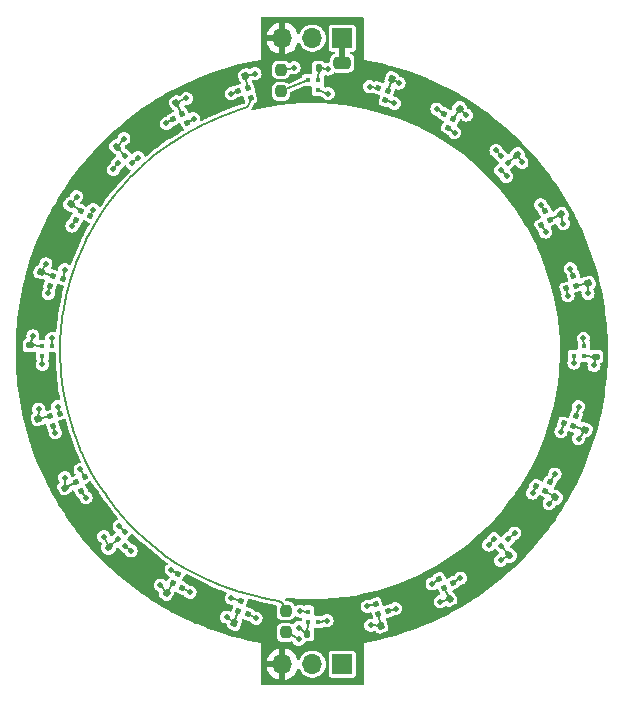
<source format=gtl>
G04 #@! TF.GenerationSoftware,KiCad,Pcbnew,7.0.2-6a45011f42~172~ubuntu22.04.1*
G04 #@! TF.CreationDate,2023-05-13T10:54:30-06:00*
G04 #@! TF.ProjectId,ring-50mm,72696e67-2d35-4306-9d6d-2e6b69636164,rev?*
G04 #@! TF.SameCoordinates,Original*
G04 #@! TF.FileFunction,Copper,L1,Top*
G04 #@! TF.FilePolarity,Positive*
%FSLAX46Y46*%
G04 Gerber Fmt 4.6, Leading zero omitted, Abs format (unit mm)*
G04 Created by KiCad (PCBNEW 7.0.2-6a45011f42~172~ubuntu22.04.1) date 2023-05-13 10:54:30*
%MOMM*%
%LPD*%
G01*
G04 APERTURE LIST*
G04 Aperture macros list*
%AMRoundRect*
0 Rectangle with rounded corners*
0 $1 Rounding radius*
0 $2 $3 $4 $5 $6 $7 $8 $9 X,Y pos of 4 corners*
0 Add a 4 corners polygon primitive as box body*
4,1,4,$2,$3,$4,$5,$6,$7,$8,$9,$2,$3,0*
0 Add four circle primitives for the rounded corners*
1,1,$1+$1,$2,$3*
1,1,$1+$1,$4,$5*
1,1,$1+$1,$6,$7*
1,1,$1+$1,$8,$9*
0 Add four rect primitives between the rounded corners*
20,1,$1+$1,$2,$3,$4,$5,0*
20,1,$1+$1,$4,$5,$6,$7,0*
20,1,$1+$1,$6,$7,$8,$9,0*
20,1,$1+$1,$8,$9,$2,$3,0*%
%AMRotRect*
0 Rectangle, with rotation*
0 The origin of the aperture is its center*
0 $1 length*
0 $2 width*
0 $3 Rotation angle, in degrees counterclockwise*
0 Add horizontal line*
21,1,$1,$2,0,0,$3*%
G04 Aperture macros list end*
G04 #@! TA.AperFunction,SMDPad,CuDef*
%ADD10RotRect,0.450000X0.450000X240.000000*%
G04 #@! TD*
G04 #@! TA.AperFunction,SMDPad,CuDef*
%ADD11RoundRect,0.140000X0.219203X0.021213X0.021213X0.219203X-0.219203X-0.021213X-0.021213X-0.219203X0*%
G04 #@! TD*
G04 #@! TA.AperFunction,SMDPad,CuDef*
%ADD12RoundRect,0.140000X-0.217224X0.036244X-0.077224X-0.206244X0.217224X-0.036244X0.077224X0.206244X0*%
G04 #@! TD*
G04 #@! TA.AperFunction,SMDPad,CuDef*
%ADD13RotRect,0.450000X0.450000X75.000000*%
G04 #@! TD*
G04 #@! TA.AperFunction,SMDPad,CuDef*
%ADD14RoundRect,0.140000X-0.140000X-0.170000X0.140000X-0.170000X0.140000X0.170000X-0.140000X0.170000X0*%
G04 #@! TD*
G04 #@! TA.AperFunction,SMDPad,CuDef*
%ADD15RotRect,0.450000X0.450000X135.000000*%
G04 #@! TD*
G04 #@! TA.AperFunction,SMDPad,CuDef*
%ADD16RotRect,0.450000X0.450000X225.000000*%
G04 #@! TD*
G04 #@! TA.AperFunction,SMDPad,CuDef*
%ADD17RotRect,0.450000X0.450000X45.000000*%
G04 #@! TD*
G04 #@! TA.AperFunction,SMDPad,CuDef*
%ADD18RotRect,0.450000X0.450000X210.000000*%
G04 #@! TD*
G04 #@! TA.AperFunction,SMDPad,CuDef*
%ADD19RoundRect,0.140000X0.217224X-0.036244X0.077224X0.206244X-0.217224X0.036244X-0.077224X-0.206244X0*%
G04 #@! TD*
G04 #@! TA.AperFunction,SMDPad,CuDef*
%ADD20RoundRect,0.250000X0.475000X-0.250000X0.475000X0.250000X-0.475000X0.250000X-0.475000X-0.250000X0*%
G04 #@! TD*
G04 #@! TA.AperFunction,SMDPad,CuDef*
%ADD21RoundRect,0.140000X-0.077224X0.206244X-0.217224X-0.036244X0.077224X-0.206244X0.217224X0.036244X0*%
G04 #@! TD*
G04 #@! TA.AperFunction,SMDPad,CuDef*
%ADD22RoundRect,0.140000X0.091230X0.200442X-0.179229X0.127973X-0.091230X-0.200442X0.179229X-0.127973X0*%
G04 #@! TD*
G04 #@! TA.AperFunction,SMDPad,CuDef*
%ADD23RotRect,0.450000X0.450000X285.000000*%
G04 #@! TD*
G04 #@! TA.AperFunction,SMDPad,CuDef*
%ADD24RoundRect,0.140000X0.179229X0.127973X-0.091230X0.200442X-0.179229X-0.127973X0.091230X-0.200442X0*%
G04 #@! TD*
G04 #@! TA.AperFunction,SMDPad,CuDef*
%ADD25RotRect,0.450000X0.450000X60.000000*%
G04 #@! TD*
G04 #@! TA.AperFunction,SMDPad,CuDef*
%ADD26RotRect,0.450000X0.450000X105.000000*%
G04 #@! TD*
G04 #@! TA.AperFunction,SMDPad,CuDef*
%ADD27RoundRect,0.140000X-0.206244X-0.077224X0.036244X-0.217224X0.206244X0.077224X-0.036244X0.217224X0*%
G04 #@! TD*
G04 #@! TA.AperFunction,SMDPad,CuDef*
%ADD28RoundRect,0.140000X0.077224X-0.206244X0.217224X0.036244X-0.077224X0.206244X-0.217224X-0.036244X0*%
G04 #@! TD*
G04 #@! TA.AperFunction,SMDPad,CuDef*
%ADD29RotRect,0.450000X0.450000X30.000000*%
G04 #@! TD*
G04 #@! TA.AperFunction,SMDPad,CuDef*
%ADD30RoundRect,0.140000X0.036244X0.217224X-0.206244X0.077224X-0.036244X-0.217224X0.206244X-0.077224X0*%
G04 #@! TD*
G04 #@! TA.AperFunction,SMDPad,CuDef*
%ADD31RoundRect,0.140000X-0.036244X-0.217224X0.206244X-0.077224X0.036244X0.217224X-0.206244X0.077224X0*%
G04 #@! TD*
G04 #@! TA.AperFunction,SMDPad,CuDef*
%ADD32RoundRect,0.237500X-0.237500X0.250000X-0.237500X-0.250000X0.237500X-0.250000X0.237500X0.250000X0*%
G04 #@! TD*
G04 #@! TA.AperFunction,SMDPad,CuDef*
%ADD33RotRect,0.450000X0.450000X345.000000*%
G04 #@! TD*
G04 #@! TA.AperFunction,SMDPad,CuDef*
%ADD34R,0.450000X0.450000*%
G04 #@! TD*
G04 #@! TA.AperFunction,SMDPad,CuDef*
%ADD35RotRect,0.450000X0.450000X255.000000*%
G04 #@! TD*
G04 #@! TA.AperFunction,SMDPad,CuDef*
%ADD36RoundRect,0.140000X0.140000X0.170000X-0.140000X0.170000X-0.140000X-0.170000X0.140000X-0.170000X0*%
G04 #@! TD*
G04 #@! TA.AperFunction,SMDPad,CuDef*
%ADD37RoundRect,0.140000X-0.127973X0.179229X-0.200442X-0.091230X0.127973X-0.179229X0.200442X0.091230X0*%
G04 #@! TD*
G04 #@! TA.AperFunction,SMDPad,CuDef*
%ADD38RotRect,0.450000X0.450000X195.000000*%
G04 #@! TD*
G04 #@! TA.AperFunction,SMDPad,CuDef*
%ADD39RotRect,0.450000X0.450000X165.000000*%
G04 #@! TD*
G04 #@! TA.AperFunction,SMDPad,CuDef*
%ADD40RoundRect,0.140000X-0.179229X-0.127973X0.091230X-0.200442X0.179229X0.127973X-0.091230X0.200442X0*%
G04 #@! TD*
G04 #@! TA.AperFunction,SMDPad,CuDef*
%ADD41RoundRect,0.140000X-0.091230X-0.200442X0.179229X-0.127973X0.091230X0.200442X-0.179229X0.127973X0*%
G04 #@! TD*
G04 #@! TA.AperFunction,SMDPad,CuDef*
%ADD42RotRect,0.450000X0.450000X300.000000*%
G04 #@! TD*
G04 #@! TA.AperFunction,SMDPad,CuDef*
%ADD43RoundRect,0.140000X-0.219203X-0.021213X-0.021213X-0.219203X0.219203X0.021213X0.021213X0.219203X0*%
G04 #@! TD*
G04 #@! TA.AperFunction,SMDPad,CuDef*
%ADD44RotRect,0.450000X0.450000X150.000000*%
G04 #@! TD*
G04 #@! TA.AperFunction,SMDPad,CuDef*
%ADD45RoundRect,0.140000X-0.170000X0.140000X-0.170000X-0.140000X0.170000X-0.140000X0.170000X0.140000X0*%
G04 #@! TD*
G04 #@! TA.AperFunction,SMDPad,CuDef*
%ADD46RoundRect,0.140000X0.021213X-0.219203X0.219203X-0.021213X-0.021213X0.219203X-0.219203X0.021213X0*%
G04 #@! TD*
G04 #@! TA.AperFunction,SMDPad,CuDef*
%ADD47RoundRect,0.140000X-0.200442X0.091230X-0.127973X-0.179229X0.200442X-0.091230X0.127973X0.179229X0*%
G04 #@! TD*
G04 #@! TA.AperFunction,SMDPad,CuDef*
%ADD48RotRect,0.450000X0.450000X315.000000*%
G04 #@! TD*
G04 #@! TA.AperFunction,ComponentPad*
%ADD49R,1.700000X1.700000*%
G04 #@! TD*
G04 #@! TA.AperFunction,ComponentPad*
%ADD50O,1.700000X1.700000*%
G04 #@! TD*
G04 #@! TA.AperFunction,SMDPad,CuDef*
%ADD51RoundRect,0.140000X0.127973X-0.179229X0.200442X0.091230X-0.127973X0.179229X-0.200442X-0.091230X0*%
G04 #@! TD*
G04 #@! TA.AperFunction,SMDPad,CuDef*
%ADD52RoundRect,0.140000X-0.021213X0.219203X-0.219203X0.021213X0.021213X-0.219203X0.219203X-0.021213X0*%
G04 #@! TD*
G04 #@! TA.AperFunction,SMDPad,CuDef*
%ADD53RoundRect,0.140000X0.206244X0.077224X-0.036244X0.217224X-0.206244X-0.077224X0.036244X-0.217224X0*%
G04 #@! TD*
G04 #@! TA.AperFunction,SMDPad,CuDef*
%ADD54RotRect,0.450000X0.450000X330.000000*%
G04 #@! TD*
G04 #@! TA.AperFunction,SMDPad,CuDef*
%ADD55RoundRect,0.140000X0.170000X-0.140000X0.170000X0.140000X-0.170000X0.140000X-0.170000X-0.140000X0*%
G04 #@! TD*
G04 #@! TA.AperFunction,SMDPad,CuDef*
%ADD56RotRect,0.450000X0.450000X15.000000*%
G04 #@! TD*
G04 #@! TA.AperFunction,SMDPad,CuDef*
%ADD57RotRect,0.450000X0.450000X120.000000*%
G04 #@! TD*
G04 #@! TA.AperFunction,SMDPad,CuDef*
%ADD58RoundRect,0.140000X0.200442X-0.091230X0.127973X0.179229X-0.200442X0.091230X-0.127973X-0.179229X0*%
G04 #@! TD*
G04 #@! TA.AperFunction,ViaPad*
%ADD59C,0.500000*%
G04 #@! TD*
G04 #@! TA.AperFunction,Conductor*
%ADD60C,0.127000*%
G04 #@! TD*
G04 #@! TA.AperFunction,Conductor*
%ADD61C,0.500000*%
G04 #@! TD*
G04 APERTURE END LIST*
D10*
G04 #@! TO.P,D21,1,DOUT*
G04 #@! TO.N,Net-(D21-DOUT)*
X132519989Y-81069439D03*
G04 #@! TO.P,D21,2,VDD*
G04 #@! TO.N,VCC*
X132094989Y-81805561D03*
G04 #@! TO.P,D21,3,GND*
G04 #@! TO.N,GND*
X131783867Y-80644439D03*
G04 #@! TO.P,D21,4,DIN*
G04 #@! TO.N,Net-(D20-DOUT)*
X131358867Y-81380561D03*
G04 #@! TD*
D11*
G04 #@! TO.P,C16,1*
G04 #@! TO.N,VCC*
X134806525Y-109767296D03*
G04 #@! TO.P,C16,2*
G04 #@! TO.N,GND*
X134127703Y-109088474D03*
G04 #@! TD*
D12*
G04 #@! TO.P,C5,1*
G04 #@! TO.N,VCC*
X171942959Y-80071808D03*
G04 #@! TO.P,C5,2*
G04 #@! TO.N,GND*
X172422959Y-80903192D03*
G04 #@! TD*
D13*
G04 #@! TO.P,D8,1,DOUT*
G04 #@! TO.N,Net-(D8-DOUT)*
X172637814Y-98598948D03*
G04 #@! TO.P,D8,2,VDD*
G04 #@! TO.N,VCC*
X172857811Y-97777911D03*
G04 #@! TO.P,D8,3,GND*
G04 #@! TO.N,GND*
X173458851Y-98818945D03*
G04 #@! TO.P,D8,4,DIN*
G04 #@! TO.N,Net-(D7-DOUT)*
X173678848Y-97997908D03*
G04 #@! TD*
D14*
G04 #@! TO.P,C1,1*
G04 #@! TO.N,VCC*
X150940000Y-68500000D03*
G04 #@! TO.P,C1,2*
G04 #@! TO.N,GND*
X151900000Y-68500000D03*
G04 #@! TD*
D15*
G04 #@! TO.P,D4,1,DOUT*
G04 #@! TO.N,Net-(D4-DOUT)*
X167334902Y-77166138D03*
G04 #@! TO.P,D4,2,VDD*
G04 #@! TO.N,VCC*
X166733861Y-76565097D03*
G04 #@! TO.P,D4,3,GND*
G04 #@! TO.N,GND*
X167935943Y-76565097D03*
G04 #@! TO.P,D4,4,DIN*
G04 #@! TO.N,Net-(D3-DOUT)*
X167334902Y-75964056D03*
G04 #@! TD*
D16*
G04 #@! TO.P,D22,1,DOUT*
G04 #@! TO.N,Net-(D22-DOUT)*
X136116138Y-76565097D03*
G04 #@! TO.P,D22,2,VDD*
G04 #@! TO.N,VCC*
X135515097Y-77166138D03*
G04 #@! TO.P,D22,3,GND*
G04 #@! TO.N,GND*
X135515097Y-75964056D03*
G04 #@! TO.P,D22,4,DIN*
G04 #@! TO.N,Net-(D21-DOUT)*
X134914056Y-76565097D03*
G04 #@! TD*
D17*
G04 #@! TO.P,D10,1,DOUT*
G04 #@! TO.N,Net-(D10-DOUT)*
X166733861Y-108384902D03*
G04 #@! TO.P,D10,2,VDD*
G04 #@! TO.N,VCC*
X167334902Y-107783861D03*
G04 #@! TO.P,D10,3,GND*
G04 #@! TO.N,GND*
X167334902Y-108985943D03*
G04 #@! TO.P,D10,4,DIN*
G04 #@! TO.N,Net-(D10-DIN)*
X167935943Y-108384902D03*
G04 #@! TD*
D18*
G04 #@! TO.P,D23,1,DOUT*
G04 #@! TO.N,Net-(D23-DOUT)*
X140755561Y-73144989D03*
G04 #@! TO.P,D23,2,VDD*
G04 #@! TO.N,VCC*
X140019439Y-73569989D03*
G04 #@! TO.P,D23,3,GND*
G04 #@! TO.N,GND*
X140330561Y-72408867D03*
G04 #@! TO.P,D23,4,DIN*
G04 #@! TO.N,Net-(D22-DOUT)*
X139594439Y-72833867D03*
G04 #@! TD*
D19*
G04 #@! TO.P,C17,1*
G04 #@! TO.N,VCC*
X130897040Y-104878192D03*
G04 #@! TO.P,C17,2*
G04 #@! TO.N,GND*
X130417040Y-104046808D03*
G04 #@! TD*
D20*
G04 #@! TO.P,C25,1*
G04 #@! TO.N,VCC*
X153900000Y-70000000D03*
G04 #@! TO.P,C25,2*
G04 #@! TO.N,GND*
X153900000Y-68100000D03*
G04 #@! TD*
D21*
G04 #@! TO.P,C9,1*
G04 #@! TO.N,VCC*
X172422959Y-104046808D03*
G04 #@! TO.P,C9,2*
G04 #@! TO.N,GND*
X171942959Y-104878192D03*
G04 #@! TD*
D22*
G04 #@! TO.P,C12,1*
G04 #@! TO.N,VCC*
X158088830Y-115508838D03*
G04 #@! TO.P,C12,2*
G04 #@! TO.N,GND*
X157161542Y-115757304D03*
G04 #@! TD*
D23*
G04 #@! TO.P,D18,1,DOUT*
G04 #@! TO.N,Net-(D18-DOUT)*
X129992188Y-97777911D03*
G04 #@! TO.P,D18,2,VDD*
G04 #@! TO.N,VCC*
X130212185Y-98598948D03*
G04 #@! TO.P,D18,3,GND*
G04 #@! TO.N,GND*
X129171151Y-97997908D03*
G04 #@! TO.P,D18,4,DIN*
G04 #@! TO.N,Net-(D17-DOUT)*
X129391148Y-98818945D03*
G04 #@! TD*
D24*
G04 #@! TO.P,C14,1*
G04 #@! TO.N,VCC*
X145678457Y-115757304D03*
G04 #@! TO.P,C14,2*
G04 #@! TO.N,GND*
X144751169Y-115508838D03*
G04 #@! TD*
D25*
G04 #@! TO.P,D9,1,DOUT*
G04 #@! TO.N,Net-(D10-DIN)*
X170330010Y-103880561D03*
G04 #@! TO.P,D9,2,VDD*
G04 #@! TO.N,VCC*
X170755010Y-103144439D03*
G04 #@! TO.P,D9,3,GND*
G04 #@! TO.N,GND*
X171066132Y-104305561D03*
G04 #@! TO.P,D9,4,DIN*
G04 #@! TO.N,Net-(D8-DOUT)*
X171491132Y-103569439D03*
G04 #@! TD*
D26*
G04 #@! TO.P,D6,1,DOUT*
G04 #@! TO.N,Net-(D6-DOUT)*
X172857811Y-87172088D03*
G04 #@! TO.P,D6,2,VDD*
G04 #@! TO.N,VCC*
X172637814Y-86351051D03*
G04 #@! TO.P,D6,3,GND*
G04 #@! TO.N,GND*
X173678848Y-86952091D03*
G04 #@! TO.P,D6,4,DIN*
G04 #@! TO.N,Net-(D5-DOUT)*
X173458851Y-86131054D03*
G04 #@! TD*
D27*
G04 #@! TO.P,C3,1*
G04 #@! TO.N,VCC*
X162991808Y-71472040D03*
G04 #@! TO.P,C3,2*
G04 #@! TO.N,GND*
X163823192Y-71952040D03*
G04 #@! TD*
D28*
G04 #@! TO.P,C21,1*
G04 #@! TO.N,VCC*
X130417040Y-80903192D03*
G04 #@! TO.P,C21,2*
G04 #@! TO.N,GND*
X130897040Y-80071808D03*
G04 #@! TD*
D29*
G04 #@! TO.P,D11,1,DOUT*
G04 #@! TO.N,Net-(D11-DOUT)*
X162094439Y-111805010D03*
G04 #@! TO.P,D11,2,VDD*
G04 #@! TO.N,VCC*
X162830561Y-111380010D03*
G04 #@! TO.P,D11,3,GND*
G04 #@! TO.N,GND*
X162519439Y-112541132D03*
G04 #@! TO.P,D11,4,DIN*
G04 #@! TO.N,Net-(D10-DOUT)*
X163255561Y-112116132D03*
G04 #@! TD*
D30*
G04 #@! TO.P,C11,1*
G04 #@! TO.N,VCC*
X163823192Y-112997959D03*
G04 #@! TO.P,C11,2*
G04 #@! TO.N,GND*
X162991808Y-113477959D03*
G04 #@! TD*
D31*
G04 #@! TO.P,C23,1*
G04 #@! TO.N,VCC*
X139016808Y-71952040D03*
G04 #@! TO.P,C23,2*
G04 #@! TO.N,GND*
X139848192Y-71472040D03*
G04 #@! TD*
D32*
G04 #@! TO.P,R2,1*
G04 #@! TO.N,Net-(D24-DOUT)*
X149100000Y-114475000D03*
G04 #@! TO.P,R2,2*
G04 #@! TO.N,/SIGNAL_OUT*
X149100000Y-116300000D03*
G04 #@! TD*
D33*
G04 #@! TO.P,D14,1,DOUT*
G04 #@! TO.N,Net-(D14-DOUT)*
X145301051Y-113687814D03*
G04 #@! TO.P,D14,2,VDD*
G04 #@! TO.N,VCC*
X146122088Y-113907811D03*
G04 #@! TO.P,D14,3,GND*
G04 #@! TO.N,GND*
X145081054Y-114508851D03*
G04 #@! TO.P,D14,4,DIN*
G04 #@! TO.N,Net-(D13-DOUT)*
X145902091Y-114728848D03*
G04 #@! TD*
D34*
G04 #@! TO.P,D1,1,DOUT*
G04 #@! TO.N,Net-(D1-DOUT)*
X151850000Y-70400000D03*
G04 #@! TO.P,D1,2,VDD*
G04 #@! TO.N,VCC*
X151000000Y-70400000D03*
G04 #@! TO.P,D1,3,GND*
G04 #@! TO.N,GND*
X151850000Y-69550000D03*
G04 #@! TO.P,D1,4,DIN*
G04 #@! TO.N,Net-(D1-DIN)*
X151000000Y-69550000D03*
G04 #@! TD*
D35*
G04 #@! TO.P,D20,1,DOUT*
G04 #@! TO.N,Net-(D20-DOUT)*
X130212185Y-86351051D03*
G04 #@! TO.P,D20,2,VDD*
G04 #@! TO.N,VCC*
X129992188Y-87172088D03*
G04 #@! TO.P,D20,3,GND*
G04 #@! TO.N,GND*
X129391148Y-86131054D03*
G04 #@! TO.P,D20,4,DIN*
G04 #@! TO.N,Net-(D19-DOUT)*
X129171151Y-86952091D03*
G04 #@! TD*
D36*
G04 #@! TO.P,C13,1*
G04 #@! TO.N,VCC*
X151900000Y-116450000D03*
G04 #@! TO.P,C13,2*
G04 #@! TO.N,GND*
X150940000Y-116450000D03*
G04 #@! TD*
D37*
G04 #@! TO.P,C8,1*
G04 #@! TO.N,VCC*
X174702304Y-98216542D03*
G04 #@! TO.P,C8,2*
G04 #@! TO.N,GND*
X174453838Y-99143830D03*
G04 #@! TD*
D38*
G04 #@! TO.P,D24,1,DOUT*
G04 #@! TO.N,Net-(D24-DOUT)*
X146122088Y-71042188D03*
G04 #@! TO.P,D24,2,VDD*
G04 #@! TO.N,VCC*
X145301051Y-71262185D03*
G04 #@! TO.P,D24,3,GND*
G04 #@! TO.N,GND*
X145902091Y-70221151D03*
G04 #@! TO.P,D24,4,DIN*
G04 #@! TO.N,Net-(D23-DOUT)*
X145081054Y-70441148D03*
G04 #@! TD*
D39*
G04 #@! TO.P,D2,1,DOUT*
G04 #@! TO.N,Net-(D2-DOUT)*
X157548948Y-71262185D03*
G04 #@! TO.P,D2,2,VDD*
G04 #@! TO.N,VCC*
X156727911Y-71042188D03*
G04 #@! TO.P,D2,3,GND*
G04 #@! TO.N,GND*
X157768945Y-70441148D03*
G04 #@! TO.P,D2,4,DIN*
G04 #@! TO.N,Net-(D1-DOUT)*
X156947908Y-70221151D03*
G04 #@! TD*
D40*
G04 #@! TO.P,C2,1*
G04 #@! TO.N,VCC*
X157161542Y-69192695D03*
G04 #@! TO.P,C2,2*
G04 #@! TO.N,GND*
X158088830Y-69441161D03*
G04 #@! TD*
D41*
G04 #@! TO.P,C24,1*
G04 #@! TO.N,VCC*
X144751169Y-69441161D03*
G04 #@! TO.P,C24,2*
G04 #@! TO.N,GND*
X145678457Y-69192695D03*
G04 #@! TD*
D42*
G04 #@! TO.P,D17,1,DOUT*
G04 #@! TO.N,Net-(D17-DOUT)*
X132094989Y-103144439D03*
G04 #@! TO.P,D17,2,VDD*
G04 #@! TO.N,VCC*
X132519989Y-103880561D03*
G04 #@! TO.P,D17,3,GND*
G04 #@! TO.N,GND*
X131358867Y-103569439D03*
G04 #@! TO.P,D17,4,DIN*
G04 #@! TO.N,Net-(D16-DOUT)*
X131783867Y-104305561D03*
G04 #@! TD*
D43*
G04 #@! TO.P,C4,1*
G04 #@! TO.N,VCC*
X168033474Y-75182703D03*
G04 #@! TO.P,C4,2*
G04 #@! TO.N,GND*
X168712296Y-75861525D03*
G04 #@! TD*
D44*
G04 #@! TO.P,D3,1,DOUT*
G04 #@! TO.N,Net-(D3-DOUT)*
X162830561Y-73569989D03*
G04 #@! TO.P,D3,2,VDD*
G04 #@! TO.N,VCC*
X162094439Y-73144989D03*
G04 #@! TO.P,D3,3,GND*
G04 #@! TO.N,GND*
X163255561Y-72833867D03*
G04 #@! TO.P,D3,4,DIN*
G04 #@! TO.N,Net-(D2-DOUT)*
X162519439Y-72408867D03*
G04 #@! TD*
D34*
G04 #@! TO.P,D19,1,DOUT*
G04 #@! TO.N,Net-(D19-DOUT)*
X129350000Y-92050000D03*
G04 #@! TO.P,D19,2,VDD*
G04 #@! TO.N,VCC*
X129350000Y-92900000D03*
G04 #@! TO.P,D19,3,GND*
G04 #@! TO.N,GND*
X128500000Y-92050000D03*
G04 #@! TO.P,D19,4,DIN*
G04 #@! TO.N,Net-(D18-DOUT)*
X128500000Y-92900000D03*
G04 #@! TD*
D45*
G04 #@! TO.P,C7,1*
G04 #@! TO.N,VCC*
X175395000Y-91995000D03*
G04 #@! TO.P,C7,2*
G04 #@! TO.N,GND*
X175395000Y-92955000D03*
G04 #@! TD*
D46*
G04 #@! TO.P,C22,1*
G04 #@! TO.N,VCC*
X134127703Y-75861525D03*
G04 #@! TO.P,C22,2*
G04 #@! TO.N,GND*
X134806525Y-75182703D03*
G04 #@! TD*
D47*
G04 #@! TO.P,C6,1*
G04 #@! TO.N,VCC*
X174453838Y-85806169D03*
G04 #@! TO.P,C6,2*
G04 #@! TO.N,GND*
X174702304Y-86733457D03*
G04 #@! TD*
D32*
G04 #@! TO.P,R1,1*
G04 #@! TO.N,/SIGNAL_IN*
X148700000Y-68675000D03*
G04 #@! TO.P,R1,2*
G04 #@! TO.N,Net-(D1-DIN)*
X148700000Y-70500000D03*
G04 #@! TD*
D34*
G04 #@! TO.P,D13,1,DOUT*
G04 #@! TO.N,Net-(D13-DOUT)*
X151000000Y-114550000D03*
G04 #@! TO.P,D13,2,VDD*
G04 #@! TO.N,VCC*
X151850000Y-114550000D03*
G04 #@! TO.P,D13,3,GND*
G04 #@! TO.N,GND*
X151000000Y-115400000D03*
G04 #@! TO.P,D13,4,DIN*
G04 #@! TO.N,Net-(D12-DOUT)*
X151850000Y-115400000D03*
G04 #@! TD*
D48*
G04 #@! TO.P,D16,1,DOUT*
G04 #@! TO.N,Net-(D16-DOUT)*
X135515097Y-107783861D03*
G04 #@! TO.P,D16,2,VDD*
G04 #@! TO.N,VCC*
X136116138Y-108384902D03*
G04 #@! TO.P,D16,3,GND*
G04 #@! TO.N,GND*
X134914056Y-108384902D03*
G04 #@! TO.P,D16,4,DIN*
G04 #@! TO.N,Net-(D15-DOUT)*
X135515097Y-108985943D03*
G04 #@! TD*
D49*
G04 #@! TO.P,J2,1,Pin_1*
G04 #@! TO.N,GND*
X153900000Y-119000000D03*
D50*
G04 #@! TO.P,J2,2,Pin_2*
G04 #@! TO.N,/SIGNAL_OUT*
X151360000Y-119000000D03*
G04 #@! TO.P,J2,3,Pin_3*
G04 #@! TO.N,VCC*
X148820000Y-119000000D03*
G04 #@! TD*
D51*
G04 #@! TO.P,C20,1*
G04 #@! TO.N,VCC*
X128137695Y-86733457D03*
G04 #@! TO.P,C20,2*
G04 #@! TO.N,GND*
X128386161Y-85806169D03*
G04 #@! TD*
D52*
G04 #@! TO.P,C10,1*
G04 #@! TO.N,VCC*
X168712296Y-109088474D03*
G04 #@! TO.P,C10,2*
G04 #@! TO.N,GND*
X168033474Y-109767296D03*
G04 #@! TD*
D34*
G04 #@! TO.P,D7,1,DOUT*
G04 #@! TO.N,Net-(D7-DOUT)*
X173500000Y-92900000D03*
G04 #@! TO.P,D7,2,VDD*
G04 #@! TO.N,VCC*
X173500000Y-92050000D03*
G04 #@! TO.P,D7,3,GND*
G04 #@! TO.N,GND*
X174350000Y-92900000D03*
G04 #@! TO.P,D7,4,DIN*
G04 #@! TO.N,Net-(D6-DOUT)*
X174350000Y-92050000D03*
G04 #@! TD*
D49*
G04 #@! TO.P,J1,1,Pin_1*
G04 #@! TO.N,GND*
X153900000Y-66000000D03*
D50*
G04 #@! TO.P,J1,2,Pin_2*
G04 #@! TO.N,/SIGNAL_IN*
X151360000Y-66000000D03*
G04 #@! TO.P,J1,3,Pin_3*
G04 #@! TO.N,VCC*
X148820000Y-66000000D03*
G04 #@! TD*
D53*
G04 #@! TO.P,C15,1*
G04 #@! TO.N,VCC*
X139848192Y-113477959D03*
G04 #@! TO.P,C15,2*
G04 #@! TO.N,GND*
X139016808Y-112997959D03*
G04 #@! TD*
D54*
G04 #@! TO.P,D15,1,DOUT*
G04 #@! TO.N,Net-(D15-DOUT)*
X140019439Y-111380010D03*
G04 #@! TO.P,D15,2,VDD*
G04 #@! TO.N,VCC*
X140755561Y-111805010D03*
G04 #@! TO.P,D15,3,GND*
G04 #@! TO.N,GND*
X139594439Y-112116132D03*
G04 #@! TO.P,D15,4,DIN*
G04 #@! TO.N,Net-(D14-DOUT)*
X140330561Y-112541132D03*
G04 #@! TD*
D55*
G04 #@! TO.P,C19,1*
G04 #@! TO.N,VCC*
X127445000Y-92955000D03*
G04 #@! TO.P,C19,2*
G04 #@! TO.N,GND*
X127445000Y-91995000D03*
G04 #@! TD*
D56*
G04 #@! TO.P,D12,1,DOUT*
G04 #@! TO.N,Net-(D12-DOUT)*
X156727911Y-113907811D03*
G04 #@! TO.P,D12,2,VDD*
G04 #@! TO.N,VCC*
X157548948Y-113687814D03*
G04 #@! TO.P,D12,3,GND*
G04 #@! TO.N,GND*
X156947908Y-114728848D03*
G04 #@! TO.P,D12,4,DIN*
G04 #@! TO.N,Net-(D11-DOUT)*
X157768945Y-114508851D03*
G04 #@! TD*
D57*
G04 #@! TO.P,D5,1,DOUT*
G04 #@! TO.N,Net-(D5-DOUT)*
X170755010Y-81805561D03*
G04 #@! TO.P,D5,2,VDD*
G04 #@! TO.N,VCC*
X170330010Y-81069439D03*
G04 #@! TO.P,D5,3,GND*
G04 #@! TO.N,GND*
X171491132Y-81380561D03*
G04 #@! TO.P,D5,4,DIN*
G04 #@! TO.N,Net-(D4-DOUT)*
X171066132Y-80644439D03*
G04 #@! TD*
D58*
G04 #@! TO.P,C18,1*
G04 #@! TO.N,VCC*
X128386161Y-99143830D03*
G04 #@! TO.P,C18,2*
G04 #@! TO.N,GND*
X128137695Y-98216542D03*
G04 #@! TD*
D59*
G04 #@! TO.N,GND*
X173900000Y-99900000D03*
X162200000Y-113700000D03*
X135400000Y-74500000D03*
X171400000Y-105400000D03*
X140700000Y-71100000D03*
X138500000Y-112300000D03*
X156300000Y-115700000D03*
X152700000Y-68600000D03*
X175200000Y-93700000D03*
X167300000Y-110200000D03*
X133700000Y-108200000D03*
X131400000Y-79400000D03*
X146500000Y-69000000D03*
X130400000Y-103200000D03*
X128200000Y-97400000D03*
X174700000Y-87600000D03*
X169100000Y-76500000D03*
X158700000Y-69800000D03*
X144100000Y-115000000D03*
X128800000Y-85100000D03*
X127700000Y-91200000D03*
X172600000Y-81700000D03*
X150200000Y-115900000D03*
X164400000Y-72500000D03*
G04 #@! TO.N,Net-(D1-DOUT)*
X152700000Y-70700000D03*
X156200000Y-70100000D03*
G04 #@! TO.N,Net-(D2-DOUT)*
X161900000Y-72000000D03*
X158300000Y-71500000D03*
G04 #@! TO.N,Net-(D3-DOUT)*
X166900000Y-75500000D03*
X163400000Y-74000000D03*
G04 #@! TO.N,Net-(D4-DOUT)*
X167800000Y-77700000D03*
X170700000Y-80100000D03*
G04 #@! TO.N,Net-(D5-DOUT)*
X171100000Y-82400000D03*
X173200000Y-85500000D03*
G04 #@! TO.N,Net-(D6-DOUT)*
X173000000Y-87800000D03*
X174300000Y-91400000D03*
G04 #@! TO.N,Net-(D7-DOUT)*
X173900000Y-97200000D03*
X173500000Y-93500000D03*
G04 #@! TO.N,Net-(D8-DOUT)*
X171900000Y-102900000D03*
X172400000Y-99300000D03*
G04 #@! TO.N,Net-(D10-DIN)*
X170000000Y-104500000D03*
X168500000Y-107900000D03*
G04 #@! TO.N,Net-(D10-DOUT)*
X166300000Y-108900000D03*
X163900000Y-111700000D03*
G04 #@! TO.N,Net-(D11-DOUT)*
X161500000Y-112200000D03*
X158400000Y-114300000D03*
G04 #@! TO.N,Net-(D12-DOUT)*
X152600000Y-115300000D03*
X156000000Y-114100000D03*
G04 #@! TO.N,Net-(D13-DOUT)*
X146600000Y-115100000D03*
X150300000Y-114500000D03*
G04 #@! TO.N,Net-(D14-DOUT)*
X141000000Y-112900000D03*
X144500000Y-113400000D03*
G04 #@! TO.N,Net-(D15-DOUT)*
X136000000Y-109400000D03*
X139400000Y-111000000D03*
G04 #@! TO.N,Net-(D16-DOUT)*
X132200000Y-104900000D03*
X135000000Y-107300000D03*
G04 #@! TO.N,Net-(D17-DOUT)*
X131700000Y-102500000D03*
X129600000Y-99400000D03*
G04 #@! TO.N,Net-(D18-DOUT)*
X129800000Y-97200000D03*
X128500000Y-93600000D03*
G04 #@! TO.N,Net-(D19-DOUT)*
X129300000Y-91400000D03*
X129000000Y-87600000D03*
G04 #@! TO.N,Net-(D20-DOUT)*
X131000000Y-81900000D03*
X130400000Y-85600000D03*
G04 #@! TO.N,/SIGNAL_IN*
X149800000Y-68500000D03*
G04 #@! TO.N,/SIGNAL_OUT*
X150200000Y-116900000D03*
G04 #@! TO.N,Net-(D21-DOUT)*
X132800000Y-80500000D03*
X134500000Y-77100000D03*
G04 #@! TO.N,Net-(D22-DOUT)*
X136600000Y-76100000D03*
X139000000Y-73200000D03*
G04 #@! TO.N,Net-(D23-DOUT)*
X144500000Y-70700000D03*
X141300000Y-72800000D03*
G04 #@! TD*
D60*
G04 #@! TO.N,GND*
X157161542Y-115757304D02*
X156947908Y-114728848D01*
X174702304Y-86733457D02*
X173678848Y-86952091D01*
X144751169Y-115508838D02*
X144100000Y-115000000D01*
X128137695Y-98216542D02*
X128200000Y-97400000D01*
X128137695Y-98216542D02*
X129171151Y-97997908D01*
X162991808Y-113477959D02*
X162200000Y-113700000D01*
X175395000Y-92955000D02*
X175200000Y-93700000D01*
X172600000Y-81700000D02*
X172422959Y-80903192D01*
X140700000Y-71100000D02*
X139848192Y-71472040D01*
X128800000Y-85100000D02*
X128386161Y-85806169D01*
X174700000Y-87600000D02*
X174702304Y-86733457D01*
X130417040Y-104046808D02*
X131358867Y-103569439D01*
D61*
X153900000Y-66000000D02*
X153900000Y-68100000D01*
D60*
X145678457Y-69192695D02*
X146500000Y-69000000D01*
X134127703Y-109088474D02*
X134914056Y-108384902D01*
X169100000Y-76500000D02*
X168712296Y-75861525D01*
X162991808Y-113477959D02*
X162519439Y-112541132D01*
X163823192Y-71952040D02*
X164400000Y-72500000D01*
X171942959Y-104878192D02*
X171066132Y-104305561D01*
X130400000Y-103200000D02*
X130417040Y-104046808D01*
X128386161Y-85806169D02*
X129391148Y-86131054D01*
X174453838Y-99143830D02*
X173900000Y-99900000D01*
X175395000Y-92955000D02*
X174350000Y-92900000D01*
X158088830Y-69441161D02*
X157768945Y-70441148D01*
X157161542Y-115757304D02*
X156300000Y-115700000D01*
X168033474Y-109767296D02*
X167300000Y-110200000D01*
X174453838Y-99143830D02*
X173458851Y-98818945D01*
X168033474Y-109767296D02*
X167334902Y-108985943D01*
X171942959Y-104878192D02*
X171400000Y-105400000D01*
X127445000Y-91995000D02*
X128500000Y-92050000D01*
X152700000Y-68600000D02*
X151900000Y-68500000D01*
X144751169Y-115508838D02*
X145081054Y-114508851D01*
X150940000Y-116450000D02*
X151000000Y-115400000D01*
X131400000Y-79400000D02*
X130897040Y-80071808D01*
X130897040Y-80071808D02*
X131783867Y-80644439D01*
X139848192Y-71472040D02*
X140330561Y-72408867D01*
X172422959Y-80903192D02*
X171491132Y-81380561D01*
X158700000Y-69800000D02*
X158088830Y-69441161D01*
X151900000Y-68500000D02*
X151850000Y-69550000D01*
X134806525Y-75182703D02*
X135515097Y-75964056D01*
X150940000Y-116450000D02*
X150200000Y-115900000D01*
X139016808Y-112997959D02*
X138500000Y-112300000D01*
X168712296Y-75861525D02*
X167935943Y-76565097D01*
X127700000Y-91200000D02*
X127445000Y-91995000D01*
X163823192Y-71952040D02*
X163255561Y-72833867D01*
X134127703Y-109088474D02*
X133700000Y-108200000D01*
X145678457Y-69192695D02*
X145902091Y-70221151D01*
X139016808Y-112997959D02*
X139594439Y-112116132D01*
X134806525Y-75182703D02*
X135400000Y-74500000D01*
G04 #@! TO.N,Net-(D1-DOUT)*
X156200000Y-70100000D02*
X156947908Y-70221151D01*
X152700000Y-70700000D02*
X151850000Y-70400000D01*
G04 #@! TO.N,Net-(D1-DIN)*
X148700000Y-70500000D02*
X151000000Y-69550000D01*
G04 #@! TO.N,Net-(D2-DOUT)*
X158300000Y-71500000D02*
X157548948Y-71262185D01*
X161900000Y-72000000D02*
X162519439Y-72408867D01*
G04 #@! TO.N,Net-(D3-DOUT)*
X166900000Y-75500000D02*
X167334902Y-75964056D01*
X163400000Y-74000000D02*
X162830561Y-73569989D01*
G04 #@! TO.N,Net-(D4-DOUT)*
X167800000Y-77700000D02*
X167334902Y-77166138D01*
X170700000Y-80100000D02*
X171066132Y-80644439D01*
G04 #@! TO.N,Net-(D5-DOUT)*
X171100000Y-82400000D02*
X170755010Y-81805561D01*
X173200000Y-85500000D02*
X173458851Y-86131054D01*
G04 #@! TO.N,Net-(D6-DOUT)*
X174300000Y-91400000D02*
X174350000Y-92050000D01*
X173000000Y-87800000D02*
X172857811Y-87172088D01*
G04 #@! TO.N,Net-(D7-DOUT)*
X173900000Y-97200000D02*
X173678848Y-97997908D01*
X173500000Y-93500000D02*
X173500000Y-92900000D01*
G04 #@! TO.N,Net-(D8-DOUT)*
X172400000Y-99300000D02*
X172637814Y-98598948D01*
X171900000Y-102900000D02*
X171491132Y-103569439D01*
G04 #@! TO.N,Net-(D10-DIN)*
X170000000Y-104500000D02*
X170330010Y-103880561D01*
X168500000Y-107900000D02*
X167935943Y-108384902D01*
G04 #@! TO.N,Net-(D10-DOUT)*
X163900000Y-111700000D02*
X163255561Y-112116132D01*
X166300000Y-108900000D02*
X166733861Y-108384902D01*
G04 #@! TO.N,Net-(D11-DOUT)*
X161500000Y-112200000D02*
X162094439Y-111805010D01*
X158400000Y-114300000D02*
X157768945Y-114508851D01*
G04 #@! TO.N,Net-(D12-DOUT)*
X152600000Y-115300000D02*
X151850000Y-115400000D01*
X156000000Y-114100000D02*
X156727911Y-113907811D01*
G04 #@! TO.N,Net-(D13-DOUT)*
X146600000Y-115100000D02*
X145902091Y-114728848D01*
X150300000Y-114500000D02*
X151000000Y-114550000D01*
G04 #@! TO.N,Net-(D14-DOUT)*
X141000000Y-112900000D02*
X140330561Y-112541132D01*
X144500000Y-113400000D02*
X145301051Y-113687814D01*
G04 #@! TO.N,Net-(D15-DOUT)*
X139400000Y-111000000D02*
X140019439Y-111380010D01*
X136000000Y-109400000D02*
X135515097Y-108985943D01*
G04 #@! TO.N,Net-(D16-DOUT)*
X132200000Y-104900000D02*
X131783867Y-104305561D01*
X135000000Y-107300000D02*
X135515097Y-107783861D01*
G04 #@! TO.N,Net-(D17-DOUT)*
X131700000Y-102500000D02*
X132094989Y-103144439D01*
X129600000Y-99400000D02*
X129391148Y-98818945D01*
G04 #@! TO.N,Net-(D18-DOUT)*
X129800000Y-97200000D02*
X129992188Y-97777911D01*
X128500000Y-93600000D02*
X128500000Y-92900000D01*
G04 #@! TO.N,Net-(D19-DOUT)*
X129300000Y-91400000D02*
X129350000Y-92050000D01*
X129000000Y-87600000D02*
X129171151Y-86952091D01*
G04 #@! TO.N,Net-(D20-DOUT)*
X131000000Y-81900000D02*
X131358867Y-81380561D01*
X130400000Y-85600000D02*
X130212185Y-86351051D01*
G04 #@! TO.N,/SIGNAL_IN*
X149800000Y-68500000D02*
X148700000Y-68675000D01*
G04 #@! TO.N,/SIGNAL_OUT*
X150200000Y-116900000D02*
X149100000Y-116300000D01*
G04 #@! TO.N,Net-(D21-DOUT)*
X134500000Y-77100000D02*
X134914056Y-76565097D01*
X132800000Y-80500000D02*
X132519989Y-81069439D01*
G04 #@! TO.N,Net-(D22-DOUT)*
X139000000Y-73200000D02*
X139594439Y-72833867D01*
X136600000Y-76100000D02*
X136116138Y-76565097D01*
G04 #@! TO.N,Net-(D23-DOUT)*
X141300000Y-72800000D02*
X140755561Y-73144989D01*
X144500000Y-70700000D02*
X145081054Y-70441148D01*
G04 #@! TO.N,Net-(D24-DOUT)*
X130295959Y-88958920D02*
X130193901Y-89605287D01*
X130699999Y-97750000D02*
X130684458Y-97691718D01*
X131725251Y-100872471D02*
X131913520Y-101319610D01*
X130120943Y-94888487D02*
X130100000Y-94700000D01*
X142028390Y-73353417D02*
X142410980Y-73174875D01*
X148909792Y-113983629D02*
X149100000Y-114475000D01*
X146061044Y-71421094D02*
X146122088Y-71042188D01*
X136325734Y-107625734D02*
X136396887Y-107696887D01*
X139000000Y-109900000D02*
X139022640Y-109916980D01*
X130000000Y-92002079D02*
X130000000Y-92894461D01*
X134446232Y-79484520D02*
X134600000Y-79300000D01*
X133777350Y-104516025D02*
X133944818Y-104767227D01*
X140005536Y-74509039D02*
X139476701Y-74839561D01*
X146863969Y-113296356D02*
X147903424Y-113532596D01*
X140621900Y-110910950D02*
X142377103Y-111788551D01*
X132358678Y-82782641D02*
X132231856Y-83036287D01*
X133216550Y-81260604D02*
X133100000Y-81450000D01*
X136880708Y-76879379D02*
X136800000Y-76950000D01*
X138226295Y-109267818D02*
X138126088Y-109178745D01*
X132550000Y-102649999D02*
X132662950Y-102859764D01*
X131149999Y-99300000D02*
X131131523Y-99240875D01*
X144968120Y-112796506D02*
X145150000Y-112850000D01*
X130899999Y-86349999D02*
X130896179Y-86362415D01*
X131449999Y-84799999D02*
X131346490Y-85066168D01*
X138143117Y-75750459D02*
X138350000Y-75600000D01*
X134723883Y-105829854D02*
X134700000Y-105800000D01*
X144816644Y-72194451D02*
X145635903Y-71921365D01*
X135631449Y-78127669D02*
X136038335Y-77689485D01*
X133944818Y-104767227D02*
G75*
G03*
X134700001Y-105800000I12276782J8184527D01*
G01*
X131346490Y-85066168D02*
G75*
G03*
X130899999Y-86349999I17503810J-6807032D01*
G01*
X131913521Y-101319610D02*
G75*
G03*
X132550000Y-102649999I14250479J6000210D01*
G01*
X133099997Y-81449998D02*
G75*
G03*
X132358678Y-82782641I14761703J-9084102D01*
G01*
X131149997Y-99300001D02*
G75*
G03*
X131725251Y-100872471I16717303J5224201D01*
G01*
X138126089Y-109178743D02*
G75*
G03*
X137250000Y-108450001I-11543189J-12986157D01*
G01*
X130120940Y-94888487D02*
G75*
G03*
X130350000Y-96300000I14155960J1572887D01*
G01*
X130550001Y-87650000D02*
G75*
G03*
X130295960Y-88958920I18511399J-4271900D01*
G01*
X133800000Y-80350000D02*
G75*
G03*
X133216551Y-81260604I24755400J-16503700D01*
G01*
X138226292Y-109267822D02*
G75*
G03*
X139000000Y-109900000I7985908J8984222D01*
G01*
X142028392Y-73353422D02*
G75*
G03*
X141000000Y-73900000I4747108J-10172478D01*
G01*
X130896178Y-86362415D02*
G75*
G03*
X130550000Y-87650000I17776522J-5469685D01*
G01*
X148909788Y-113983631D02*
G75*
G03*
X148500000Y-113650000I-497488J-192569D01*
G01*
X132662952Y-102859763D02*
G75*
G03*
X133200000Y-103700000I5876148J3164063D01*
G01*
X138143118Y-75750461D02*
G75*
G03*
X137500000Y-76300000I3180382J-4373039D01*
G01*
X139476701Y-74839561D02*
G75*
G03*
X138350000Y-75600000I10264899J-16423839D01*
G01*
X135631448Y-78127668D02*
G75*
G03*
X134600001Y-79300001I21333452J-19809632D01*
G01*
X136800001Y-76950001D02*
G75*
G03*
X136038335Y-77689485I6751099J-7715599D01*
G01*
X130700001Y-97749999D02*
G75*
G03*
X131131524Y-99240875I35470899J9458899D01*
G01*
X143650000Y-112350001D02*
G75*
G03*
X144968120Y-112796505I6160400J16017201D01*
G01*
X133777349Y-104516026D02*
G75*
G03*
X133200000Y-103700000I-14989149J-9992774D01*
G01*
X136880710Y-76879381D02*
G75*
G03*
X137500000Y-76300000I-8391210J9589881D01*
G01*
X141000000Y-73900000D02*
G75*
G03*
X140005536Y-74509039I32996600J-54994600D01*
G01*
X147903423Y-113532598D02*
G75*
G03*
X148500000Y-113649999I2310477J10166298D01*
G01*
X139022642Y-109916977D02*
G75*
G03*
X139800001Y-110449999I6662958J8883877D01*
G01*
X145150001Y-112849998D02*
G75*
G03*
X146863969Y-113296355I7988099J27159598D01*
G01*
X145635888Y-71921319D02*
G75*
G03*
X146061043Y-71421094I-200288J601019D01*
G01*
X130050004Y-90800000D02*
G75*
G03*
X130000000Y-92002079I14424396J-1202100D01*
G01*
X130350000Y-96300000D02*
G75*
G03*
X130684458Y-97691718I28269600J6057700D01*
G01*
X135500000Y-106750000D02*
G75*
G03*
X136325734Y-107625734I15312300J13610900D01*
G01*
X143600000Y-72650001D02*
G75*
G03*
X142410980Y-73174875I11949100J-28677999D01*
G01*
X130193900Y-89605287D02*
G75*
G03*
X130050000Y-90800000I16183000J-2555213D01*
G01*
X136396885Y-107696889D02*
G75*
G03*
X137250000Y-108449999I6475115J6475189D01*
G01*
X144816645Y-72194453D02*
G75*
G03*
X143600000Y-72650000I5625655J-16877047D01*
G01*
X142377104Y-111788548D02*
G75*
G03*
X143650000Y-112350000I6451796J12903548D01*
G01*
X132231857Y-83036287D02*
G75*
G03*
X131449999Y-84799999I18609543J-9304813D01*
G01*
X130000004Y-92894461D02*
G75*
G03*
X130100000Y-94700000I16349796J-39D01*
G01*
X134446234Y-79484521D02*
G75*
G03*
X133800001Y-80350001I7777766J-6481479D01*
G01*
X134723882Y-105829855D02*
G75*
G03*
X135500000Y-106750000I18112518J14490055D01*
G01*
X139800000Y-110450000D02*
G75*
G03*
X140621900Y-110910949I5262200J8419600D01*
G01*
G04 #@! TD*
G04 #@! TA.AperFunction,Conductor*
G04 #@! TO.N,VCC*
G36*
X155658691Y-64219407D02*
G01*
X155694655Y-64268907D01*
X155699500Y-64299500D01*
X155699500Y-67791243D01*
X155698774Y-67799482D01*
X155700235Y-67801570D01*
X155710026Y-67802498D01*
X156664650Y-67991969D01*
X156668362Y-67992782D01*
X157573171Y-68209617D01*
X157624150Y-68221880D01*
X157627731Y-68222814D01*
X158363714Y-68430067D01*
X158579320Y-68491110D01*
X158582840Y-68492178D01*
X159240390Y-68705550D01*
X159523055Y-68797888D01*
X159526464Y-68799072D01*
X159990440Y-68970046D01*
X160136837Y-69023993D01*
X160146052Y-69027415D01*
X160453934Y-69141752D01*
X160457239Y-69143049D01*
X161034458Y-69381897D01*
X161338152Y-69508663D01*
X161370442Y-69522141D01*
X161373715Y-69523576D01*
X161925122Y-69777546D01*
X162271271Y-69938510D01*
X162274300Y-69939985D01*
X162803662Y-70209484D01*
X163154835Y-70390133D01*
X163157878Y-70391767D01*
X163667392Y-70676891D01*
X163999682Y-70864928D01*
X164019845Y-70876338D01*
X164022786Y-70878069D01*
X164514189Y-71178991D01*
X164594559Y-71228798D01*
X164864957Y-71396372D01*
X164867783Y-71398190D01*
X165341806Y-71714715D01*
X165688872Y-71949436D01*
X165691579Y-71951333D01*
X166148614Y-72283187D01*
X166490268Y-72534646D01*
X166492770Y-72536551D01*
X166933155Y-72883526D01*
X167049736Y-72976712D01*
X167267830Y-73151040D01*
X167270264Y-73153050D01*
X167693902Y-73514677D01*
X168020442Y-73797725D01*
X168022720Y-73799763D01*
X168239445Y-74000000D01*
X168429565Y-74175657D01*
X168746853Y-74473629D01*
X168749067Y-74475774D01*
X169138896Y-74865416D01*
X169445974Y-75177733D01*
X169448063Y-75179923D01*
X169820780Y-75582941D01*
X170116696Y-75908919D01*
X170118659Y-75911148D01*
X170474009Y-76327027D01*
X170538617Y-76404161D01*
X170758017Y-76666098D01*
X170759801Y-76668294D01*
X170845714Y-76777228D01*
X171097464Y-77096437D01*
X171159503Y-77176802D01*
X171368846Y-77447983D01*
X171370501Y-77450193D01*
X171690199Y-77890042D01*
X171936149Y-78236330D01*
X171948238Y-78253351D01*
X171949829Y-78255660D01*
X172251302Y-78706671D01*
X172495341Y-79081009D01*
X172496810Y-79083332D01*
X172779746Y-79544867D01*
X173009311Y-79929687D01*
X173010658Y-79932018D01*
X173274704Y-80403331D01*
X173489335Y-80798048D01*
X173490560Y-80800373D01*
X173701748Y-81214707D01*
X173735454Y-81280834D01*
X173934597Y-81684611D01*
X173935709Y-81686941D01*
X174161220Y-82175942D01*
X174344459Y-82588086D01*
X174345455Y-82590407D01*
X174551324Y-83087249D01*
X174718287Y-83507083D01*
X174719171Y-83509389D01*
X174905166Y-84013382D01*
X175055471Y-84440099D01*
X175056245Y-84442385D01*
X175222137Y-84952779D01*
X175355500Y-85385713D01*
X175356168Y-85387975D01*
X175501765Y-85904055D01*
X175617905Y-86342439D01*
X175618469Y-86344672D01*
X175743599Y-86865712D01*
X175842251Y-87308665D01*
X175842715Y-87310864D01*
X175947245Y-87836205D01*
X176028251Y-88283161D01*
X176028617Y-88285321D01*
X176112378Y-88813995D01*
X176175561Y-89264148D01*
X176175835Y-89266265D01*
X176238748Y-89797649D01*
X176283964Y-90250077D01*
X176284149Y-90252148D01*
X176308811Y-90565412D01*
X176325848Y-90781823D01*
X176326145Y-90785589D01*
X176353307Y-91239557D01*
X176353408Y-91241578D01*
X176374420Y-91776191D01*
X176383503Y-92232034D01*
X176383503Y-92767973D01*
X176374420Y-93223812D01*
X176353407Y-93758421D01*
X176353307Y-93760442D01*
X176326145Y-94214410D01*
X176284148Y-94747849D01*
X176283963Y-94749921D01*
X176238748Y-95202350D01*
X176175835Y-95733733D01*
X176175561Y-95735851D01*
X176112378Y-96186004D01*
X176028618Y-96714677D01*
X176028251Y-96716837D01*
X175947245Y-97163794D01*
X175842715Y-97689134D01*
X175842251Y-97691332D01*
X175743599Y-98134287D01*
X175618468Y-98655326D01*
X175617905Y-98657558D01*
X175501765Y-99095944D01*
X175356168Y-99612023D01*
X175355501Y-99614285D01*
X175222137Y-100047220D01*
X175056244Y-100557613D01*
X175055470Y-100559899D01*
X174905166Y-100986616D01*
X174719170Y-101490609D01*
X174718287Y-101492915D01*
X174551330Y-101912738D01*
X174535510Y-101950920D01*
X174345456Y-102409592D01*
X174344459Y-102411912D01*
X174161220Y-102824057D01*
X173935709Y-103313057D01*
X173934598Y-103315386D01*
X173735459Y-103719154D01*
X173727654Y-103734468D01*
X173490564Y-104199616D01*
X173489336Y-104201950D01*
X173274705Y-104596668D01*
X173010659Y-105067980D01*
X173009311Y-105070311D01*
X172779746Y-105455132D01*
X172496809Y-105916666D01*
X172495340Y-105918989D01*
X172251302Y-106293328D01*
X171949829Y-106744338D01*
X171948238Y-106746647D01*
X171690225Y-107109922D01*
X171370543Y-107549748D01*
X171368828Y-107552037D01*
X171097464Y-107903562D01*
X170759811Y-108331691D01*
X170757972Y-108333953D01*
X170474009Y-108672972D01*
X170118660Y-109088849D01*
X170116696Y-109091079D01*
X169820780Y-109417058D01*
X169448063Y-109820075D01*
X169445974Y-109822265D01*
X169138896Y-110134583D01*
X168749067Y-110524225D01*
X168746853Y-110526370D01*
X168429565Y-110824342D01*
X168022748Y-111200208D01*
X168020410Y-111202301D01*
X167693858Y-111485359D01*
X167270292Y-111846925D01*
X167267830Y-111848959D01*
X166933107Y-112116511D01*
X166492797Y-112463427D01*
X166490211Y-112465395D01*
X166148614Y-112716812D01*
X165691578Y-113048666D01*
X165688872Y-113050563D01*
X165341806Y-113285284D01*
X164867783Y-113601808D01*
X164864958Y-113603627D01*
X164514178Y-113821016D01*
X164022789Y-114121927D01*
X164019845Y-114123660D01*
X163667376Y-114323117D01*
X163157879Y-114608231D01*
X163154821Y-114609873D01*
X162803609Y-114790542D01*
X162274381Y-115059973D01*
X162271210Y-115061517D01*
X161924927Y-115222543D01*
X161373723Y-115476418D01*
X161370442Y-115477857D01*
X161034354Y-115618145D01*
X160457279Y-115856933D01*
X160453893Y-115858262D01*
X160136838Y-115976006D01*
X159526504Y-116200912D01*
X159523014Y-116202124D01*
X159240112Y-116294539D01*
X158582879Y-116507807D01*
X158579292Y-116508897D01*
X158363324Y-116570042D01*
X157627769Y-116777174D01*
X157624088Y-116778134D01*
X157572880Y-116790452D01*
X156668406Y-117007207D01*
X156664607Y-117008039D01*
X155709769Y-117197551D01*
X155700194Y-117198485D01*
X155698772Y-117200523D01*
X155699500Y-117208778D01*
X155699500Y-120700500D01*
X155680593Y-120758691D01*
X155631093Y-120794655D01*
X155600500Y-120799500D01*
X147099500Y-120799500D01*
X147041309Y-120780593D01*
X147005345Y-120731093D01*
X147000500Y-120700500D01*
X147000500Y-119250000D01*
X147489364Y-119250000D01*
X147546570Y-119463495D01*
X147646398Y-119677576D01*
X147781887Y-119871074D01*
X147948925Y-120038112D01*
X148142423Y-120173601D01*
X148356504Y-120273429D01*
X148570000Y-120330634D01*
X148570000Y-119435501D01*
X148677685Y-119484680D01*
X148784237Y-119500000D01*
X148855763Y-119500000D01*
X148962315Y-119484680D01*
X149070000Y-119435501D01*
X149070000Y-120330633D01*
X149283495Y-120273429D01*
X149497576Y-120173601D01*
X149691074Y-120038112D01*
X149858112Y-119871074D01*
X149993601Y-119677576D01*
X150093429Y-119463494D01*
X150099958Y-119439130D01*
X150133281Y-119387815D01*
X150190402Y-119365888D01*
X150249503Y-119381723D01*
X150284206Y-119420624D01*
X150377634Y-119608256D01*
X150506125Y-119778404D01*
X150663699Y-119922053D01*
X150795622Y-120003736D01*
X150844981Y-120034298D01*
X151001681Y-120095003D01*
X151043804Y-120111322D01*
X151253388Y-120150500D01*
X151253390Y-120150500D01*
X151466612Y-120150500D01*
X151676195Y-120111322D01*
X151676198Y-120111321D01*
X151875019Y-120034298D01*
X152056302Y-119922052D01*
X152089240Y-119892025D01*
X152749500Y-119892025D01*
X152749501Y-119894864D01*
X152749828Y-119897687D01*
X152749829Y-119897697D01*
X152751961Y-119916081D01*
X152752415Y-119919991D01*
X152772451Y-119965369D01*
X152797793Y-120022764D01*
X152797794Y-120022765D01*
X152877235Y-120102206D01*
X152980009Y-120147585D01*
X153005135Y-120150500D01*
X154794864Y-120150499D01*
X154819991Y-120147585D01*
X154922765Y-120102206D01*
X155002206Y-120022765D01*
X155047585Y-119919991D01*
X155050500Y-119894865D01*
X155050499Y-118105136D01*
X155047585Y-118080009D01*
X155002206Y-117977235D01*
X154922765Y-117897794D01*
X154922764Y-117897793D01*
X154819989Y-117852414D01*
X154797714Y-117849830D01*
X154797704Y-117849829D01*
X154794865Y-117849500D01*
X154792000Y-117849500D01*
X153007991Y-117849500D01*
X153007973Y-117849500D01*
X153005136Y-117849501D01*
X153002313Y-117849828D01*
X153002302Y-117849829D01*
X152980009Y-117852415D01*
X152877235Y-117897793D01*
X152797793Y-117977235D01*
X152752414Y-118080010D01*
X152749830Y-118102285D01*
X152749829Y-118102296D01*
X152749500Y-118105135D01*
X152749500Y-118107991D01*
X152749500Y-118107999D01*
X152749500Y-119892008D01*
X152749500Y-119892025D01*
X152089240Y-119892025D01*
X152213872Y-119778407D01*
X152342366Y-119608255D01*
X152437405Y-119417389D01*
X152495756Y-119212310D01*
X152515429Y-119000000D01*
X152495756Y-118787690D01*
X152437405Y-118582611D01*
X152342366Y-118391745D01*
X152342365Y-118391744D01*
X152342365Y-118391743D01*
X152213874Y-118221595D01*
X152056300Y-118077946D01*
X151875021Y-117965703D01*
X151875019Y-117965702D01*
X151832898Y-117949384D01*
X151676195Y-117888677D01*
X151466612Y-117849500D01*
X151466610Y-117849500D01*
X151253390Y-117849500D01*
X151253388Y-117849500D01*
X151043804Y-117888677D01*
X150844978Y-117965703D01*
X150663699Y-118077946D01*
X150506125Y-118221595D01*
X150377634Y-118391743D01*
X150284206Y-118579375D01*
X150241343Y-118623037D01*
X150181002Y-118633167D01*
X150126231Y-118605895D01*
X150099958Y-118560870D01*
X150093429Y-118536504D01*
X149993601Y-118322424D01*
X149858112Y-118128925D01*
X149691074Y-117961887D01*
X149497576Y-117826398D01*
X149283495Y-117726570D01*
X149070000Y-117669364D01*
X149070000Y-118564498D01*
X148962315Y-118515320D01*
X148855763Y-118500000D01*
X148784237Y-118500000D01*
X148677685Y-118515320D01*
X148570000Y-118564498D01*
X148570000Y-117669364D01*
X148356505Y-117726570D01*
X148142424Y-117826398D01*
X147948925Y-117961887D01*
X147781887Y-118128925D01*
X147646398Y-118322424D01*
X147546570Y-118536505D01*
X147489364Y-118750000D01*
X148386314Y-118750000D01*
X148360507Y-118790156D01*
X148320000Y-118928111D01*
X148320000Y-119071889D01*
X148360507Y-119209844D01*
X148386314Y-119250000D01*
X147489364Y-119250000D01*
X147000500Y-119250000D01*
X147000500Y-117208574D01*
X147001198Y-117200476D01*
X147000577Y-117199593D01*
X147000578Y-117199592D01*
X147000576Y-117199591D01*
X146999869Y-117198584D01*
X146990705Y-117197681D01*
X146032604Y-117011373D01*
X146028792Y-117010553D01*
X145123701Y-116797248D01*
X145070161Y-116784581D01*
X145066467Y-116783632D01*
X144329757Y-116579073D01*
X144154124Y-116530040D01*
X144111978Y-116518273D01*
X144108394Y-116517199D01*
X143731514Y-116396376D01*
X143449720Y-116306036D01*
X143165178Y-116214197D01*
X143161675Y-116212994D01*
X142549889Y-115989933D01*
X142231143Y-115872801D01*
X142227742Y-115871480D01*
X141649076Y-115634278D01*
X141460484Y-115556290D01*
X141311364Y-115494624D01*
X141308140Y-115493222D01*
X140848284Y-115283205D01*
X140755413Y-115240791D01*
X140407361Y-115080294D01*
X140404175Y-115078755D01*
X140400576Y-115076937D01*
X139873506Y-114810656D01*
X139520495Y-114630438D01*
X139517447Y-114628814D01*
X139184336Y-114443709D01*
X139006275Y-114344763D01*
X138652176Y-114145772D01*
X138649219Y-114144042D01*
X138156279Y-113844126D01*
X137803782Y-113627068D01*
X137800957Y-113625262D01*
X137504976Y-113428803D01*
X137325291Y-113309536D01*
X137108323Y-113163669D01*
X136976625Y-113075129D01*
X136973924Y-113073246D01*
X136759401Y-112918349D01*
X136515231Y-112742044D01*
X136171994Y-112490813D01*
X136169405Y-112488852D01*
X136155081Y-112477625D01*
X135727487Y-112142488D01*
X135714296Y-112131998D01*
X135391155Y-111875038D01*
X135388722Y-111873038D01*
X135376065Y-111862287D01*
X135130635Y-111653812D01*
X134963600Y-111511928D01*
X134859781Y-111422375D01*
X134635410Y-111228835D01*
X134633086Y-111226765D01*
X134224795Y-110851290D01*
X133905889Y-110553176D01*
X133903664Y-110551030D01*
X133512323Y-110161604D01*
X133203727Y-109849114D01*
X133201628Y-109846921D01*
X132827449Y-109444024D01*
X132530034Y-109117758D01*
X132528060Y-109115526D01*
X132171336Y-108699718D01*
X131885868Y-108360260D01*
X131884088Y-108358078D01*
X131564390Y-107954277D01*
X131545050Y-107929849D01*
X131370878Y-107705089D01*
X131272301Y-107577879D01*
X131270585Y-107575597D01*
X131156442Y-107419139D01*
X130949585Y-107135596D01*
X130690246Y-106771797D01*
X130688647Y-106769485D01*
X130635526Y-106690300D01*
X130528138Y-106530220D01*
X130385928Y-106318232D01*
X130140591Y-105943237D01*
X130139115Y-105940910D01*
X129977150Y-105677624D01*
X129855041Y-105479127D01*
X129844569Y-105461631D01*
X129624208Y-105093511D01*
X129622910Y-105091272D01*
X129357722Y-104619510D01*
X129141992Y-104224094D01*
X129140775Y-104221789D01*
X129130630Y-104201950D01*
X128894783Y-103740754D01*
X128890342Y-103731778D01*
X128694556Y-103336097D01*
X128693516Y-103333922D01*
X128466999Y-102844306D01*
X128377995Y-102644750D01*
X128282775Y-102431257D01*
X128281812Y-102429021D01*
X128085845Y-101957551D01*
X128075015Y-101931496D01*
X127979809Y-101692838D01*
X127907161Y-101510726D01*
X127906306Y-101508502D01*
X127719485Y-101003817D01*
X127568377Y-100576124D01*
X127567598Y-100573832D01*
X127528940Y-100455250D01*
X127400952Y-100062655D01*
X127266867Y-99628679D01*
X127266240Y-99626560D01*
X127119967Y-99109615D01*
X127003190Y-98670125D01*
X127002665Y-98668053D01*
X126876939Y-98146058D01*
X126777720Y-97701845D01*
X126777314Y-97699924D01*
X126672291Y-97173624D01*
X126590842Y-96725512D01*
X126590508Y-96723551D01*
X126506342Y-96193836D01*
X126499975Y-96148599D01*
X126442814Y-95742516D01*
X126442563Y-95740589D01*
X126379345Y-95208141D01*
X126333878Y-94754466D01*
X126333706Y-94752547D01*
X126291516Y-94218143D01*
X126264200Y-93762913D01*
X126264107Y-93761041D01*
X126242996Y-93225418D01*
X126233867Y-92768455D01*
X126233867Y-92231535D01*
X126234736Y-92188066D01*
X126834500Y-92188066D01*
X126834714Y-92190355D01*
X126834715Y-92190362D01*
X126837290Y-92217821D01*
X126881147Y-92343156D01*
X126900704Y-92369655D01*
X126960001Y-92449999D01*
X127066843Y-92528852D01*
X127192181Y-92572710D01*
X127221934Y-92575500D01*
X127224245Y-92575500D01*
X127665755Y-92575500D01*
X127668066Y-92575500D01*
X127697819Y-92572710D01*
X127774923Y-92545729D01*
X127837241Y-92523924D01*
X127837952Y-92525958D01*
X127876162Y-92513222D01*
X127934495Y-92531687D01*
X127970834Y-92580912D01*
X127975256Y-92623614D01*
X127974830Y-92627285D01*
X127974829Y-92627296D01*
X127974500Y-92630135D01*
X127974500Y-92632998D01*
X127974500Y-92632999D01*
X127974500Y-93167008D01*
X127974500Y-93167025D01*
X127974501Y-93169864D01*
X127974828Y-93172687D01*
X127974829Y-93172697D01*
X127977415Y-93194992D01*
X128009060Y-93266662D01*
X128015268Y-93327531D01*
X128009960Y-93344534D01*
X127963669Y-93456293D01*
X127944750Y-93600000D01*
X127963669Y-93743709D01*
X128002892Y-93838401D01*
X128019139Y-93877625D01*
X128030646Y-93892621D01*
X128107378Y-93992621D01*
X128157306Y-94030932D01*
X128222375Y-94080861D01*
X128317067Y-94120083D01*
X128356290Y-94136330D01*
X128375210Y-94138820D01*
X128500000Y-94155250D01*
X128643709Y-94136330D01*
X128777625Y-94080861D01*
X128892621Y-93992621D01*
X128980861Y-93877625D01*
X129036330Y-93743709D01*
X129055250Y-93600000D01*
X129036330Y-93456291D01*
X128990038Y-93344532D01*
X128985238Y-93283538D01*
X128990935Y-93266671D01*
X129022585Y-93194991D01*
X129025500Y-93169865D01*
X129025499Y-92674498D01*
X129044406Y-92616308D01*
X129093906Y-92580344D01*
X129124493Y-92575499D01*
X129537000Y-92575499D01*
X129595191Y-92594406D01*
X129631155Y-92643906D01*
X129636000Y-92674499D01*
X129636000Y-92924623D01*
X129636001Y-92924658D01*
X129635992Y-93202746D01*
X129636042Y-93204584D01*
X129658728Y-93818900D01*
X129658845Y-93820720D01*
X129704171Y-94433797D01*
X129704355Y-94435604D01*
X129738226Y-94740196D01*
X129743870Y-94790990D01*
X129755302Y-94893886D01*
X129755299Y-94893898D01*
X129786179Y-95171734D01*
X129786402Y-95173365D01*
X129856431Y-95655754D01*
X129856711Y-95657387D01*
X129942847Y-96137151D01*
X129943183Y-96138787D01*
X129979803Y-96309636D01*
X129979804Y-96309651D01*
X129994080Y-96376267D01*
X130029514Y-96541623D01*
X130023220Y-96602484D01*
X129982354Y-96648021D01*
X129922527Y-96660842D01*
X129919791Y-96660520D01*
X129800000Y-96644750D01*
X129656290Y-96663669D01*
X129522375Y-96719139D01*
X129407378Y-96807378D01*
X129319139Y-96922375D01*
X129263669Y-97056290D01*
X129244750Y-97200000D01*
X129263193Y-97340092D01*
X129252043Y-97400253D01*
X129207660Y-97442370D01*
X129190663Y-97448641D01*
X128875805Y-97533008D01*
X128814704Y-97529806D01*
X128767154Y-97491301D01*
X128751318Y-97432200D01*
X128752026Y-97424484D01*
X128755250Y-97400000D01*
X128736330Y-97256291D01*
X128680861Y-97122375D01*
X128630152Y-97056290D01*
X128592621Y-97007378D01*
X128527552Y-96957450D01*
X128477625Y-96919139D01*
X128438401Y-96902892D01*
X128343709Y-96863669D01*
X128200000Y-96844750D01*
X128056290Y-96863669D01*
X127922375Y-96919139D01*
X127807378Y-97007378D01*
X127719139Y-97122375D01*
X127663669Y-97256290D01*
X127644750Y-97400000D01*
X127663669Y-97543710D01*
X127708773Y-97652600D01*
X127713574Y-97713597D01*
X127681604Y-97765765D01*
X127673080Y-97772281D01*
X127634251Y-97798755D01*
X127551459Y-97902573D01*
X127502945Y-98026182D01*
X127493021Y-98158601D01*
X127496446Y-98178753D01*
X127498028Y-98188064D01*
X127498618Y-98190266D01*
X127498622Y-98190284D01*
X127597370Y-98558816D01*
X127597373Y-98558828D01*
X127597966Y-98561038D01*
X127598763Y-98563188D01*
X127598766Y-98563195D01*
X127608361Y-98589054D01*
X127608362Y-98589056D01*
X127683165Y-98698771D01*
X127683166Y-98698772D01*
X127683167Y-98698773D01*
X127786983Y-98781564D01*
X127910593Y-98830078D01*
X128043010Y-98840001D01*
X128043010Y-98840000D01*
X128043013Y-98840001D01*
X128072474Y-98834996D01*
X128503405Y-98719528D01*
X128531422Y-98709133D01*
X128641138Y-98634329D01*
X128641138Y-98634328D01*
X128653467Y-98625923D01*
X128654686Y-98627711D01*
X128688279Y-98605533D01*
X128749403Y-98608274D01*
X128797242Y-98646420D01*
X128812565Y-98686530D01*
X128813291Y-98691462D01*
X128813294Y-98691477D01*
X128813708Y-98694285D01*
X128814444Y-98697033D01*
X128814445Y-98697036D01*
X128946942Y-99191520D01*
X128953401Y-99215623D01*
X128954452Y-99218277D01*
X128954454Y-99218281D01*
X128962719Y-99239139D01*
X129024864Y-99316367D01*
X129046615Y-99373555D01*
X129045888Y-99391352D01*
X129044749Y-99399997D01*
X129063669Y-99543709D01*
X129096254Y-99622375D01*
X129119139Y-99677625D01*
X129144435Y-99710591D01*
X129207378Y-99792621D01*
X129257306Y-99830932D01*
X129322375Y-99880861D01*
X129417067Y-99920083D01*
X129456290Y-99936330D01*
X129473008Y-99938531D01*
X129600000Y-99955250D01*
X129743709Y-99936330D01*
X129877625Y-99880861D01*
X129992621Y-99792621D01*
X130080861Y-99677625D01*
X130136330Y-99543709D01*
X130155250Y-99400000D01*
X130136330Y-99256291D01*
X130109501Y-99191520D01*
X130080861Y-99122375D01*
X129990159Y-99004170D01*
X129970759Y-98958335D01*
X129969004Y-98946431D01*
X129968588Y-98943605D01*
X129840376Y-98465118D01*
X129843579Y-98404017D01*
X129882085Y-98356467D01*
X129910378Y-98343869D01*
X130350627Y-98225904D01*
X130411725Y-98229106D01*
X130459275Y-98267612D01*
X130471535Y-98294677D01*
X130551610Y-98578808D01*
X130557350Y-98599177D01*
X130706164Y-99100072D01*
X130761469Y-99277048D01*
X130761469Y-99277054D01*
X130787627Y-99360760D01*
X130787626Y-99360764D01*
X130887573Y-99680598D01*
X130888073Y-99682072D01*
X131074843Y-100218951D01*
X131075400Y-100220437D01*
X131279178Y-100751061D01*
X131279786Y-100752539D01*
X131374865Y-100978311D01*
X131589740Y-101488641D01*
X131589764Y-101488692D01*
X131675730Y-101692838D01*
X131676381Y-101694287D01*
X131730183Y-101811467D01*
X131737275Y-101872240D01*
X131707291Y-101925575D01*
X131653132Y-101950920D01*
X131556289Y-101963670D01*
X131422375Y-102019139D01*
X131307378Y-102107378D01*
X131219139Y-102222375D01*
X131163669Y-102356290D01*
X131144750Y-102500000D01*
X131163669Y-102643709D01*
X131219138Y-102777624D01*
X131291698Y-102872186D01*
X131312122Y-102929862D01*
X131294744Y-102988527D01*
X131262656Y-103018190D01*
X131083033Y-103121895D01*
X131023185Y-103134616D01*
X130967289Y-103109729D01*
X130942988Y-103067640D01*
X130941318Y-103068332D01*
X130912910Y-102999750D01*
X130880861Y-102922375D01*
X130805419Y-102824057D01*
X130792621Y-102807378D01*
X130726040Y-102756289D01*
X130677625Y-102719139D01*
X130638401Y-102702892D01*
X130543709Y-102663669D01*
X130400000Y-102644750D01*
X130256290Y-102663669D01*
X130122375Y-102719139D01*
X130007378Y-102807378D01*
X129919139Y-102922375D01*
X129863669Y-103056290D01*
X129844750Y-103200000D01*
X129863669Y-103343709D01*
X129919137Y-103477622D01*
X129919138Y-103477624D01*
X129919139Y-103477625D01*
X129950105Y-103517981D01*
X129970529Y-103575655D01*
X129953152Y-103634321D01*
X129928855Y-103658985D01*
X129909239Y-103672904D01*
X129822619Y-103773557D01*
X129769519Y-103895266D01*
X129754651Y-104027222D01*
X129779337Y-104157695D01*
X129790831Y-104182752D01*
X129790839Y-104182767D01*
X129791798Y-104184858D01*
X129792945Y-104186845D01*
X129792953Y-104186860D01*
X129983710Y-104517260D01*
X129984864Y-104519258D01*
X130002157Y-104543630D01*
X130102808Y-104630247D01*
X130224518Y-104683348D01*
X130356472Y-104698216D01*
X130486947Y-104673529D01*
X130514109Y-104661069D01*
X130900471Y-104438003D01*
X130924843Y-104420710D01*
X131011460Y-104320059D01*
X131011460Y-104320058D01*
X131021194Y-104308748D01*
X131022948Y-104310258D01*
X131049349Y-104280491D01*
X131109100Y-104267319D01*
X131165181Y-104291784D01*
X131190361Y-104326559D01*
X131193838Y-104334601D01*
X131195271Y-104337083D01*
X131462275Y-104799546D01*
X131462280Y-104799553D01*
X131463704Y-104802020D01*
X131478791Y-104822323D01*
X131569477Y-104888639D01*
X131582055Y-104892009D01*
X131633370Y-104925332D01*
X131654586Y-104974713D01*
X131663670Y-105043710D01*
X131683355Y-105091234D01*
X131719139Y-105177625D01*
X131746376Y-105213121D01*
X131807378Y-105292621D01*
X131857306Y-105330932D01*
X131922375Y-105380861D01*
X132017067Y-105420083D01*
X132056290Y-105436330D01*
X132073008Y-105438531D01*
X132200000Y-105455250D01*
X132343709Y-105436330D01*
X132477625Y-105380861D01*
X132592621Y-105292621D01*
X132680861Y-105177625D01*
X132736330Y-105043709D01*
X132755250Y-104900000D01*
X132736330Y-104756291D01*
X132724052Y-104726650D01*
X132702049Y-104673529D01*
X132680861Y-104622375D01*
X132624652Y-104549122D01*
X132592621Y-104507378D01*
X132515173Y-104447951D01*
X132477625Y-104419139D01*
X132477623Y-104419138D01*
X132447288Y-104406572D01*
X132400763Y-104366835D01*
X132386750Y-104325759D01*
X132383934Y-104299739D01*
X132383934Y-104299738D01*
X132373896Y-104276521D01*
X132126212Y-103847522D01*
X132113490Y-103787674D01*
X132138377Y-103731778D01*
X132162445Y-103712288D01*
X132511918Y-103510518D01*
X132571765Y-103497797D01*
X132627661Y-103522684D01*
X132643479Y-103540876D01*
X132803520Y-103778027D01*
X132804258Y-103779011D01*
X132804268Y-103779025D01*
X132860599Y-103854132D01*
X132908799Y-103918399D01*
X132908851Y-103918468D01*
X133102280Y-104181408D01*
X133178416Y-104289018D01*
X133290866Y-104447956D01*
X133331280Y-104507378D01*
X133474263Y-104717613D01*
X133648583Y-104979085D01*
X133763195Y-105151012D01*
X133764016Y-105152187D01*
X134016103Y-105507590D01*
X134016958Y-105508742D01*
X134279214Y-105856709D01*
X134280107Y-105857843D01*
X134387515Y-105992080D01*
X134387516Y-105992080D01*
X134439646Y-106057243D01*
X134439646Y-106057244D01*
X134503303Y-106136815D01*
X134566960Y-106216388D01*
X134827059Y-106530223D01*
X134829912Y-106533546D01*
X134893593Y-106607733D01*
X134917134Y-106664175D01*
X134902995Y-106723704D01*
X134856567Y-106763554D01*
X134856344Y-106763647D01*
X134722374Y-106819139D01*
X134607378Y-106907378D01*
X134519139Y-107022375D01*
X134463669Y-107156290D01*
X134444750Y-107299999D01*
X134463669Y-107443709D01*
X134502892Y-107538401D01*
X134519139Y-107577625D01*
X134553477Y-107622375D01*
X134607378Y-107692621D01*
X134662550Y-107734956D01*
X134697206Y-107785380D01*
X134695605Y-107846545D01*
X134672287Y-107883502D01*
X134408899Y-108146890D01*
X134354382Y-108174667D01*
X134293950Y-108165096D01*
X134250685Y-108121831D01*
X134240742Y-108089806D01*
X134236330Y-108056290D01*
X134207872Y-107987587D01*
X134180861Y-107922375D01*
X134105772Y-107824517D01*
X134092621Y-107807378D01*
X134019948Y-107751615D01*
X133977625Y-107719139D01*
X133938401Y-107702892D01*
X133843709Y-107663669D01*
X133716717Y-107646951D01*
X133700000Y-107644750D01*
X133699999Y-107644750D01*
X133556290Y-107663669D01*
X133422375Y-107719139D01*
X133307378Y-107807378D01*
X133219139Y-107922375D01*
X133163669Y-108056290D01*
X133144750Y-108200000D01*
X133163669Y-108343709D01*
X133194914Y-108419140D01*
X133219139Y-108477625D01*
X133241970Y-108507379D01*
X133307378Y-108592621D01*
X133395618Y-108660329D01*
X133422375Y-108680861D01*
X133496060Y-108711382D01*
X133542585Y-108751117D01*
X133556869Y-108810612D01*
X133542416Y-108846273D01*
X133545677Y-108847844D01*
X133482815Y-108978381D01*
X133463023Y-109109687D01*
X133477694Y-109207015D01*
X133482815Y-109240993D01*
X133510560Y-109298606D01*
X133540429Y-109360632D01*
X133540430Y-109360633D01*
X133559496Y-109383644D01*
X133832533Y-109656681D01*
X133855544Y-109675747D01*
X133975184Y-109733362D01*
X134089290Y-109750560D01*
X134106489Y-109753153D01*
X134106489Y-109753152D01*
X134106490Y-109753153D01*
X134237796Y-109733362D01*
X134357436Y-109675747D01*
X134380447Y-109656681D01*
X134695910Y-109341218D01*
X134714976Y-109318207D01*
X134772591Y-109198567D01*
X134772591Y-109198566D01*
X134779065Y-109185123D01*
X134781406Y-109186250D01*
X134798808Y-109151449D01*
X134853113Y-109123260D01*
X134913616Y-109132374D01*
X134946943Y-109159450D01*
X134952689Y-109166704D01*
X135334336Y-109548350D01*
X135336580Y-109550128D01*
X135336585Y-109550132D01*
X135354161Y-109564055D01*
X135354164Y-109564057D01*
X135455146Y-109603177D01*
X135502577Y-109641829D01*
X135510847Y-109657606D01*
X135519139Y-109677625D01*
X135607378Y-109792621D01*
X135657306Y-109830932D01*
X135722375Y-109880861D01*
X135815787Y-109919553D01*
X135856290Y-109936330D01*
X135873008Y-109938531D01*
X136000000Y-109955250D01*
X136143709Y-109936330D01*
X136277625Y-109880861D01*
X136392621Y-109792621D01*
X136480861Y-109677625D01*
X136536330Y-109543709D01*
X136555250Y-109400000D01*
X136536330Y-109256291D01*
X136529993Y-109240993D01*
X136516105Y-109207464D01*
X136480861Y-109122375D01*
X136397922Y-109014287D01*
X136392621Y-109007378D01*
X136277625Y-108919139D01*
X136137882Y-108861256D01*
X136098164Y-108831263D01*
X136079276Y-108807418D01*
X136077505Y-108805182D01*
X135727227Y-108454905D01*
X135699450Y-108400389D01*
X135709021Y-108339957D01*
X135727224Y-108314902D01*
X136043674Y-107998451D01*
X136098189Y-107970675D01*
X136158621Y-107980246D01*
X136183675Y-107998448D01*
X136279060Y-108093821D01*
X136569491Y-108361118D01*
X136570279Y-108361785D01*
X136869958Y-108615480D01*
X136869971Y-108615490D01*
X136870750Y-108616150D01*
X136871564Y-108616783D01*
X136871565Y-108616784D01*
X136969243Y-108692765D01*
X136969264Y-108692787D01*
X136981018Y-108701929D01*
X136981019Y-108701930D01*
X137026526Y-108737325D01*
X137077448Y-108777832D01*
X137316773Y-108968209D01*
X137318451Y-108969574D01*
X137602755Y-109206062D01*
X137604375Y-109207439D01*
X137884081Y-109450643D01*
X137955607Y-109514222D01*
X137955618Y-109514241D01*
X138112741Y-109653899D01*
X138113791Y-109654794D01*
X138375513Y-109874745D01*
X138376576Y-109875601D01*
X138644303Y-110088224D01*
X138645394Y-110089054D01*
X138719440Y-110144578D01*
X138719444Y-110144582D01*
X138733006Y-110154753D01*
X138733007Y-110154755D01*
X138793333Y-110199999D01*
X138835498Y-110231623D01*
X138835525Y-110231639D01*
X138923572Y-110297674D01*
X138934081Y-110305556D01*
X138935215Y-110306369D01*
X139057881Y-110393044D01*
X139067236Y-110399655D01*
X139103845Y-110448678D01*
X139104648Y-110509858D01*
X139070368Y-110559045D01*
X139007377Y-110607380D01*
X138919139Y-110722375D01*
X138863669Y-110856290D01*
X138844750Y-111000000D01*
X138863669Y-111143709D01*
X138898072Y-111226765D01*
X138919139Y-111277625D01*
X138944767Y-111311024D01*
X139007378Y-111392621D01*
X139095618Y-111460329D01*
X139122375Y-111480861D01*
X139205339Y-111515225D01*
X139251865Y-111554961D01*
X139266149Y-111614456D01*
X139253191Y-111656189D01*
X139089703Y-111939361D01*
X139044233Y-111980302D01*
X138983383Y-111986698D01*
X138930395Y-111956105D01*
X138925424Y-111950128D01*
X138892621Y-111907378D01*
X138809645Y-111843709D01*
X138777625Y-111819139D01*
X138721687Y-111795969D01*
X138643709Y-111763669D01*
X138516717Y-111746951D01*
X138500000Y-111744750D01*
X138499999Y-111744750D01*
X138356290Y-111763669D01*
X138222375Y-111819139D01*
X138107378Y-111907378D01*
X138019139Y-112022375D01*
X137963669Y-112156290D01*
X137944750Y-112300000D01*
X137963669Y-112443709D01*
X138000635Y-112532951D01*
X138019139Y-112577625D01*
X138047406Y-112614463D01*
X138107378Y-112692621D01*
X138164341Y-112736330D01*
X138222375Y-112780861D01*
X138283813Y-112806309D01*
X138329374Y-112825181D01*
X138375899Y-112864918D01*
X138390183Y-112924412D01*
X138388762Y-112935049D01*
X138365400Y-113058524D01*
X138365400Y-113058525D01*
X138365400Y-113058527D01*
X138378290Y-113172923D01*
X138380268Y-113190481D01*
X138433368Y-113312190D01*
X138433369Y-113312191D01*
X138519986Y-113412842D01*
X138544358Y-113430135D01*
X138546354Y-113431287D01*
X138546355Y-113431288D01*
X138876755Y-113622045D01*
X138876762Y-113622048D01*
X138878758Y-113623201D01*
X138880856Y-113624163D01*
X138880863Y-113624167D01*
X138902240Y-113633973D01*
X138905920Y-113635661D01*
X139036395Y-113660348D01*
X139168349Y-113645480D01*
X139290059Y-113592379D01*
X139390710Y-113505762D01*
X139408003Y-113481390D01*
X139631069Y-113095028D01*
X139643529Y-113067866D01*
X139668216Y-112937391D01*
X139668215Y-112937390D01*
X139670990Y-112922729D01*
X139673932Y-112923285D01*
X139681490Y-112886364D01*
X139726650Y-112845082D01*
X139787450Y-112838228D01*
X139826653Y-112855761D01*
X139831790Y-112859579D01*
X139831795Y-112859582D01*
X139834101Y-112861296D01*
X140301521Y-113131159D01*
X140324738Y-113141199D01*
X140404846Y-113149868D01*
X140454833Y-113155279D01*
X140454571Y-113157692D01*
X140486738Y-113159374D01*
X140529813Y-113191536D01*
X140607378Y-113292621D01*
X140642859Y-113319846D01*
X140722375Y-113380861D01*
X140815879Y-113419591D01*
X140856290Y-113436330D01*
X140873008Y-113438531D01*
X141000000Y-113455250D01*
X141143709Y-113436330D01*
X141277625Y-113380861D01*
X141392621Y-113292621D01*
X141480861Y-113177625D01*
X141536330Y-113043709D01*
X141555250Y-112900000D01*
X141536330Y-112756291D01*
X141536011Y-112755522D01*
X141509957Y-112692621D01*
X141480861Y-112622375D01*
X141412390Y-112533142D01*
X141392621Y-112507378D01*
X141327552Y-112457450D01*
X141277625Y-112419139D01*
X141238401Y-112402892D01*
X141143709Y-112363669D01*
X140999998Y-112344749D01*
X140991419Y-112345879D01*
X140931259Y-112334725D01*
X140898590Y-112306163D01*
X140857528Y-112250011D01*
X140847323Y-112236056D01*
X140843312Y-112233075D01*
X140829324Y-112222679D01*
X140829317Y-112222674D01*
X140827021Y-112220968D01*
X140757553Y-112180861D01*
X140398021Y-111973286D01*
X140357080Y-111927816D01*
X140350684Y-111866966D01*
X140361781Y-111838055D01*
X140606464Y-111414248D01*
X140651934Y-111373308D01*
X140712784Y-111366912D01*
X140736475Y-111375200D01*
X142241295Y-112127611D01*
X142241297Y-112127611D01*
X142250060Y-112131993D01*
X142250071Y-112131996D01*
X142298653Y-112156290D01*
X142427040Y-112220490D01*
X142428474Y-112221164D01*
X142859107Y-112419425D01*
X142860583Y-112420063D01*
X143297348Y-112604367D01*
X143298810Y-112604942D01*
X143478951Y-112674208D01*
X143505649Y-112684475D01*
X143519332Y-112689738D01*
X143519332Y-112689739D01*
X143692354Y-112756290D01*
X143740485Y-112774803D01*
X143741741Y-112775256D01*
X144013951Y-112871578D01*
X144040895Y-112881113D01*
X144089443Y-112918349D01*
X144106833Y-112977011D01*
X144086421Y-113034691D01*
X144086408Y-113034707D01*
X144019139Y-113122374D01*
X143963669Y-113256290D01*
X143944750Y-113400000D01*
X143963669Y-113543709D01*
X143996117Y-113622045D01*
X144019139Y-113677625D01*
X144041970Y-113707379D01*
X144107378Y-113792621D01*
X144144384Y-113821016D01*
X144222375Y-113880861D01*
X144317067Y-113920083D01*
X144356290Y-113936330D01*
X144367965Y-113937867D01*
X144500000Y-113955250D01*
X144549781Y-113948696D01*
X144609942Y-113959846D01*
X144652059Y-114004228D01*
X144660045Y-114064890D01*
X144654739Y-114083323D01*
X144652625Y-114088656D01*
X144652625Y-114088657D01*
X144643306Y-114112172D01*
X144642568Y-114114924D01*
X144642566Y-114114932D01*
X144545895Y-114475716D01*
X144512571Y-114527030D01*
X144455449Y-114548957D01*
X144396349Y-114533121D01*
X144390002Y-114528636D01*
X144386903Y-114526258D01*
X144377625Y-114519139D01*
X144338401Y-114502892D01*
X144243709Y-114463669D01*
X144100000Y-114444750D01*
X143956290Y-114463669D01*
X143822375Y-114519139D01*
X143707378Y-114607378D01*
X143619139Y-114722375D01*
X143563669Y-114856290D01*
X143544750Y-115000000D01*
X143563669Y-115143709D01*
X143599606Y-115230467D01*
X143619139Y-115277625D01*
X143641970Y-115307379D01*
X143707378Y-115392621D01*
X143746155Y-115422375D01*
X143822375Y-115480861D01*
X143898400Y-115512351D01*
X143956290Y-115536330D01*
X143967096Y-115537752D01*
X144044546Y-115547949D01*
X144099769Y-115574288D01*
X144128965Y-115628059D01*
X144130346Y-115638703D01*
X144137632Y-115735939D01*
X144186146Y-115859549D01*
X144268937Y-115963365D01*
X144268938Y-115963365D01*
X144268940Y-115963368D01*
X144378655Y-116038171D01*
X144406673Y-116048567D01*
X144571085Y-116092621D01*
X144761292Y-116143587D01*
X144779647Y-116148505D01*
X144809109Y-116153511D01*
X144941528Y-116143587D01*
X145065137Y-116095073D01*
X145109510Y-116059687D01*
X145168956Y-116012281D01*
X145243760Y-115902565D01*
X145254155Y-115874548D01*
X145369623Y-115443617D01*
X145374628Y-115414156D01*
X145371890Y-115377625D01*
X145363590Y-115266857D01*
X145367057Y-115266597D01*
X145364891Y-115230467D01*
X145397829Y-115178903D01*
X145454783Y-115156547D01*
X145497185Y-115163335D01*
X145505412Y-115166596D01*
X146026750Y-115306287D01*
X146029565Y-115306701D01*
X146029570Y-115306703D01*
X146038132Y-115307965D01*
X146092944Y-115335155D01*
X146115159Y-115368018D01*
X146119139Y-115377625D01*
X146119140Y-115377626D01*
X146207378Y-115492621D01*
X146246165Y-115522383D01*
X146322375Y-115580861D01*
X146412388Y-115618145D01*
X146456290Y-115636330D01*
X146474315Y-115638703D01*
X146600000Y-115655250D01*
X146743709Y-115636330D01*
X146877625Y-115580861D01*
X146992621Y-115492621D01*
X147080861Y-115377625D01*
X147136330Y-115243709D01*
X147155250Y-115100000D01*
X147136330Y-114956291D01*
X147132621Y-114947337D01*
X147109957Y-114892621D01*
X147080861Y-114822375D01*
X147004128Y-114722375D01*
X146992621Y-114707378D01*
X146927552Y-114657450D01*
X146877625Y-114619139D01*
X146838401Y-114602892D01*
X146743709Y-114563669D01*
X146599997Y-114544749D01*
X146576231Y-114547878D01*
X146516071Y-114536727D01*
X146473955Y-114492343D01*
X146467054Y-114469997D01*
X146463401Y-114463670D01*
X146409812Y-114370852D01*
X146322285Y-114300419D01*
X146298770Y-114291100D01*
X146296012Y-114290361D01*
X146296009Y-114290360D01*
X145820284Y-114162891D01*
X145768970Y-114129567D01*
X145747043Y-114072445D01*
X145750279Y-114041647D01*
X145878490Y-113563155D01*
X145881190Y-113544837D01*
X145908379Y-113490026D01*
X145962594Y-113461663D01*
X146003079Y-113463211D01*
X146491690Y-113585030D01*
X146491690Y-113585031D01*
X146492665Y-113585258D01*
X146692738Y-113630722D01*
X146710413Y-113634739D01*
X146710421Y-113634742D01*
X147766536Y-113874768D01*
X147770596Y-113875690D01*
X147788949Y-113879861D01*
X147788954Y-113879864D01*
X147822755Y-113887546D01*
X147822755Y-113887547D01*
X147916283Y-113908803D01*
X147925039Y-113910793D01*
X148130482Y-113953301D01*
X148135279Y-113954196D01*
X148256058Y-113976747D01*
X148309766Y-114006006D01*
X148336029Y-114061268D01*
X148336152Y-114085856D01*
X148324851Y-114179953D01*
X148324850Y-114179965D01*
X148324500Y-114182882D01*
X148324500Y-114767118D01*
X148324850Y-114770035D01*
X148324851Y-114770046D01*
X148330747Y-114819138D01*
X148334883Y-114853577D01*
X148367891Y-114937279D01*
X148389138Y-114991158D01*
X148478499Y-115109000D01*
X148560351Y-115171069D01*
X148596342Y-115198362D01*
X148733923Y-115252617D01*
X148820382Y-115263000D01*
X148823334Y-115263000D01*
X149376666Y-115263000D01*
X149379618Y-115263000D01*
X149466077Y-115252617D01*
X149603658Y-115198362D01*
X149721500Y-115109000D01*
X149810862Y-114991158D01*
X149814936Y-114980824D01*
X149853870Y-114933629D01*
X149913112Y-114918330D01*
X149967301Y-114938601D01*
X150022375Y-114980861D01*
X150156290Y-115036330D01*
X150175209Y-115038820D01*
X150300000Y-115055250D01*
X150362578Y-115047011D01*
X150422738Y-115058161D01*
X150464856Y-115102543D01*
X150474500Y-115145164D01*
X150474500Y-115269681D01*
X150455593Y-115327872D01*
X150406093Y-115363836D01*
X150356833Y-115363836D01*
X150356631Y-115365371D01*
X150344971Y-115363836D01*
X150344907Y-115363836D01*
X150344871Y-115363822D01*
X150217109Y-115347002D01*
X150200000Y-115344750D01*
X150199999Y-115344750D01*
X150056290Y-115363669D01*
X149922375Y-115419139D01*
X149807379Y-115507377D01*
X149758771Y-115570725D01*
X149708346Y-115605380D01*
X149647182Y-115603778D01*
X149620410Y-115589341D01*
X149603658Y-115576638D01*
X149588664Y-115570725D01*
X149466077Y-115522383D01*
X149452670Y-115520773D01*
X149382546Y-115512351D01*
X149382535Y-115512350D01*
X149379618Y-115512000D01*
X148820382Y-115512000D01*
X148817465Y-115512350D01*
X148817453Y-115512351D01*
X148733923Y-115522383D01*
X148596341Y-115576638D01*
X148478499Y-115665999D01*
X148389138Y-115783841D01*
X148334883Y-115921423D01*
X148324851Y-116004953D01*
X148324850Y-116004965D01*
X148324500Y-116007882D01*
X148324500Y-116592118D01*
X148324850Y-116595035D01*
X148324851Y-116595046D01*
X148334883Y-116678576D01*
X148389138Y-116816158D01*
X148478499Y-116934000D01*
X148567860Y-117001764D01*
X148596342Y-117023362D01*
X148733923Y-117077617D01*
X148820382Y-117088000D01*
X148823334Y-117088000D01*
X149376666Y-117088000D01*
X149379618Y-117088000D01*
X149466077Y-117077617D01*
X149557460Y-117041579D01*
X149618530Y-117037821D01*
X149670146Y-117070676D01*
X149685243Y-117095792D01*
X149719139Y-117177625D01*
X149742887Y-117208574D01*
X149807378Y-117292621D01*
X149857306Y-117330932D01*
X149922375Y-117380861D01*
X150017067Y-117420083D01*
X150056290Y-117436330D01*
X150073008Y-117438531D01*
X150200000Y-117455250D01*
X150343709Y-117436330D01*
X150477625Y-117380861D01*
X150592621Y-117292621D01*
X150680861Y-117177625D01*
X150704060Y-117121615D01*
X150743797Y-117075089D01*
X150795525Y-117060500D01*
X151130755Y-117060500D01*
X151133066Y-117060500D01*
X151162819Y-117057710D01*
X151288157Y-117013852D01*
X151394999Y-116934999D01*
X151473852Y-116828157D01*
X151517710Y-116702819D01*
X151520500Y-116673066D01*
X151520500Y-116226934D01*
X151517710Y-116197181D01*
X151500812Y-116148890D01*
X151468924Y-116057759D01*
X151472710Y-116056434D01*
X151461790Y-116023640D01*
X151480272Y-115965313D01*
X151529508Y-115928989D01*
X151572201Y-115924579D01*
X151580135Y-115925500D01*
X152119864Y-115925499D01*
X152144991Y-115922585D01*
X152247765Y-115877206D01*
X152290969Y-115834002D01*
X152345485Y-115806224D01*
X152398857Y-115812540D01*
X152456291Y-115836330D01*
X152600000Y-115855250D01*
X152743709Y-115836330D01*
X152877625Y-115780861D01*
X152992621Y-115692621D01*
X153080861Y-115577625D01*
X153136330Y-115443709D01*
X153155250Y-115300000D01*
X153137548Y-115165540D01*
X153136330Y-115156290D01*
X153116742Y-115109000D01*
X153080861Y-115022375D01*
X153015565Y-114937280D01*
X152992621Y-114907378D01*
X152926041Y-114856290D01*
X152877625Y-114819139D01*
X152808585Y-114790542D01*
X152743709Y-114763669D01*
X152600000Y-114744750D01*
X152456289Y-114763669D01*
X152322375Y-114819138D01*
X152255939Y-114870115D01*
X152198263Y-114890538D01*
X152155688Y-114882138D01*
X152144990Y-114877414D01*
X152122714Y-114874830D01*
X152122704Y-114874829D01*
X152119865Y-114874500D01*
X152117000Y-114874500D01*
X151624499Y-114874500D01*
X151566308Y-114855593D01*
X151530344Y-114806093D01*
X151525499Y-114775505D01*
X151525499Y-114280136D01*
X151522585Y-114255009D01*
X151477206Y-114152235D01*
X151424971Y-114100000D01*
X155444750Y-114100000D01*
X155463669Y-114243709D01*
X155496561Y-114323117D01*
X155519139Y-114377625D01*
X155535191Y-114398544D01*
X155607378Y-114492621D01*
X155652221Y-114527030D01*
X155722375Y-114580861D01*
X155814317Y-114618944D01*
X155856290Y-114636330D01*
X155873008Y-114638531D01*
X156000000Y-114655250D01*
X156143709Y-114636330D01*
X156251274Y-114591775D01*
X156312268Y-114586975D01*
X156364437Y-114618944D01*
X156384784Y-114657617D01*
X156484837Y-115031017D01*
X156481635Y-115092118D01*
X156443129Y-115139668D01*
X156384029Y-115155504D01*
X156376289Y-115154793D01*
X156300000Y-115144750D01*
X156156290Y-115163669D01*
X156022375Y-115219139D01*
X155907378Y-115307378D01*
X155819139Y-115422375D01*
X155763669Y-115556290D01*
X155744750Y-115700000D01*
X155763669Y-115843709D01*
X155796341Y-115922585D01*
X155819139Y-115977625D01*
X155840109Y-116004953D01*
X155907378Y-116092621D01*
X155946988Y-116123014D01*
X156022375Y-116180861D01*
X156113916Y-116218778D01*
X156156290Y-116236330D01*
X156173008Y-116238531D01*
X156300000Y-116255250D01*
X156443709Y-116236330D01*
X156577625Y-116180861D01*
X156577625Y-116180860D01*
X156589667Y-116175873D01*
X156591387Y-116180026D01*
X156625450Y-116167931D01*
X156684131Y-116185258D01*
X156709920Y-116211121D01*
X156743755Y-116260747D01*
X156743758Y-116260749D01*
X156847573Y-116343539D01*
X156971182Y-116392053D01*
X157103601Y-116401977D01*
X157103601Y-116401976D01*
X157103602Y-116401977D01*
X157133064Y-116396971D01*
X157506038Y-116297033D01*
X157534056Y-116286637D01*
X157643771Y-116211834D01*
X157726564Y-116108015D01*
X157775078Y-115984405D01*
X157784630Y-115856933D01*
X157785001Y-115851988D01*
X157785001Y-115851986D01*
X157779996Y-115822525D01*
X157664528Y-115391594D01*
X157654133Y-115363577D01*
X157579329Y-115253861D01*
X157579328Y-115253860D01*
X157570923Y-115241532D01*
X157574693Y-115238961D01*
X157556591Y-115211510D01*
X157559365Y-115150387D01*
X157597536Y-115102569D01*
X157637613Y-115087274D01*
X157644285Y-115086291D01*
X158165623Y-114946598D01*
X158189139Y-114937280D01*
X158273397Y-114869476D01*
X158330583Y-114847726D01*
X158348370Y-114848452D01*
X158400000Y-114855250D01*
X158543709Y-114836330D01*
X158677625Y-114780861D01*
X158792621Y-114692621D01*
X158880861Y-114577625D01*
X158936330Y-114443709D01*
X158955250Y-114300000D01*
X158936330Y-114156291D01*
X158933148Y-114148610D01*
X158907155Y-114085856D01*
X158880861Y-114022375D01*
X158821297Y-113944750D01*
X158792621Y-113907378D01*
X158727552Y-113857450D01*
X158677625Y-113819139D01*
X158638401Y-113802892D01*
X158543709Y-113763669D01*
X158400000Y-113744750D01*
X158256290Y-113763669D01*
X158122375Y-113819138D01*
X158003995Y-113909975D01*
X157946319Y-113930399D01*
X157928544Y-113929262D01*
X157918629Y-113927723D01*
X157918628Y-113927723D01*
X157896425Y-113930995D01*
X157896418Y-113930996D01*
X157893605Y-113931411D01*
X157890859Y-113932146D01*
X157890853Y-113932148D01*
X157415118Y-114059621D01*
X157354017Y-114056418D01*
X157306467Y-114017913D01*
X157293868Y-113989617D01*
X157165658Y-113511133D01*
X157156340Y-113487617D01*
X157085907Y-113400090D01*
X157085906Y-113400089D01*
X156988610Y-113343915D01*
X156877596Y-113326682D01*
X156855391Y-113329955D01*
X156855384Y-113329956D01*
X156852571Y-113330371D01*
X156849825Y-113331106D01*
X156849819Y-113331108D01*
X156333992Y-113469324D01*
X156333980Y-113469327D01*
X156331233Y-113470064D01*
X156328583Y-113471113D01*
X156328574Y-113471117D01*
X156307716Y-113479382D01*
X156227636Y-113543822D01*
X156170447Y-113565573D01*
X156152649Y-113564846D01*
X156000000Y-113544750D01*
X155856290Y-113563669D01*
X155722375Y-113619139D01*
X155607378Y-113707378D01*
X155519139Y-113822375D01*
X155463669Y-113956290D01*
X155444750Y-114100000D01*
X151424971Y-114100000D01*
X151397765Y-114072794D01*
X151397764Y-114072793D01*
X151294989Y-114027414D01*
X151272714Y-114024830D01*
X151272704Y-114024829D01*
X151269865Y-114024500D01*
X151267000Y-114024500D01*
X150732991Y-114024500D01*
X150732973Y-114024500D01*
X150730136Y-114024501D01*
X150727312Y-114024828D01*
X150727303Y-114024829D01*
X150705007Y-114027415D01*
X150684687Y-114036387D01*
X150623817Y-114042593D01*
X150584437Y-114024364D01*
X150577627Y-114019139D01*
X150443710Y-113963669D01*
X150300000Y-113944750D01*
X150156290Y-113963669D01*
X150022375Y-114019138D01*
X149982437Y-114049784D01*
X149924761Y-114070207D01*
X149866096Y-114052829D01*
X149830074Y-114007560D01*
X149810862Y-113958842D01*
X149774801Y-113911288D01*
X149721500Y-113840999D01*
X149603658Y-113751638D01*
X149586191Y-113744750D01*
X149466077Y-113697383D01*
X149452670Y-113695773D01*
X149382546Y-113687351D01*
X149382535Y-113687350D01*
X149379618Y-113687000D01*
X149376666Y-113687000D01*
X149221305Y-113687000D01*
X149163114Y-113668093D01*
X149146535Y-113652888D01*
X149060230Y-113553440D01*
X149036370Y-113497099D01*
X149050182Y-113437493D01*
X149096393Y-113397390D01*
X149145774Y-113390140D01*
X149469250Y-113425567D01*
X150383753Y-113485506D01*
X151300000Y-113505499D01*
X152216247Y-113485506D01*
X153130750Y-113425567D01*
X154041768Y-113325794D01*
X154947567Y-113186378D01*
X155846422Y-113007585D01*
X156736623Y-112789754D01*
X157616475Y-112533300D01*
X158484304Y-112238712D01*
X158583854Y-112199999D01*
X160944750Y-112199999D01*
X160963669Y-112343709D01*
X161001315Y-112434594D01*
X161019139Y-112477625D01*
X161041970Y-112507379D01*
X161107378Y-112592621D01*
X161146155Y-112622375D01*
X161222375Y-112680861D01*
X161303849Y-112714608D01*
X161356290Y-112736330D01*
X161375209Y-112738820D01*
X161500000Y-112755250D01*
X161643709Y-112736330D01*
X161777625Y-112680861D01*
X161837538Y-112634887D01*
X161895213Y-112614463D01*
X161953879Y-112631840D01*
X161983540Y-112663928D01*
X162174413Y-112994528D01*
X162182743Y-113008955D01*
X162195465Y-113068803D01*
X162170579Y-113124699D01*
X162117590Y-113155292D01*
X162109929Y-113156608D01*
X162056290Y-113163669D01*
X161922375Y-113219139D01*
X161807378Y-113307378D01*
X161719139Y-113422375D01*
X161663669Y-113556290D01*
X161644750Y-113699999D01*
X161644750Y-113700000D01*
X161646951Y-113716717D01*
X161663669Y-113843709D01*
X161699997Y-113931411D01*
X161719139Y-113977625D01*
X161747937Y-114015155D01*
X161807378Y-114092621D01*
X161850200Y-114125479D01*
X161922375Y-114180861D01*
X162017067Y-114220083D01*
X162056290Y-114236330D01*
X162073008Y-114238531D01*
X162200000Y-114255250D01*
X162343709Y-114236330D01*
X162477625Y-114180861D01*
X162592621Y-114092621D01*
X162592622Y-114092618D01*
X162602961Y-114084686D01*
X162604591Y-114086810D01*
X162639112Y-114063081D01*
X162700277Y-114064676D01*
X162706828Y-114067261D01*
X162718555Y-114072377D01*
X162718557Y-114072379D01*
X162840267Y-114125480D01*
X162972221Y-114140348D01*
X163102696Y-114115661D01*
X163129858Y-114103201D01*
X163464258Y-113910135D01*
X163488630Y-113892842D01*
X163575247Y-113792191D01*
X163628348Y-113670481D01*
X163643216Y-113538527D01*
X163618529Y-113408052D01*
X163611730Y-113393231D01*
X163607035Y-113382995D01*
X163607031Y-113382988D01*
X163606069Y-113380890D01*
X163599337Y-113369230D01*
X163384156Y-112996525D01*
X163384155Y-112996524D01*
X163383003Y-112994528D01*
X163365710Y-112970156D01*
X163265059Y-112883539D01*
X163265058Y-112883538D01*
X163254266Y-112874251D01*
X163222493Y-112821963D01*
X163227521Y-112760984D01*
X163267432Y-112714608D01*
X163279549Y-112708345D01*
X163284601Y-112706161D01*
X163752020Y-112436295D01*
X163772323Y-112421208D01*
X163838639Y-112330522D01*
X163840181Y-112324766D01*
X163873501Y-112273454D01*
X163922882Y-112252237D01*
X164043709Y-112236330D01*
X164177625Y-112180861D01*
X164292621Y-112092621D01*
X164380861Y-111977625D01*
X164436330Y-111843709D01*
X164455250Y-111700000D01*
X164436330Y-111556291D01*
X164435779Y-111554961D01*
X164419320Y-111515225D01*
X164380861Y-111422375D01*
X164330932Y-111357306D01*
X164292621Y-111307378D01*
X164227552Y-111257450D01*
X164177625Y-111219139D01*
X164114169Y-111192855D01*
X164043709Y-111163669D01*
X163900000Y-111144750D01*
X163756290Y-111163669D01*
X163622375Y-111219139D01*
X163507378Y-111307378D01*
X163419138Y-111422375D01*
X163408919Y-111447046D01*
X163369181Y-111493571D01*
X163328108Y-111507583D01*
X163249740Y-111516064D01*
X163249737Y-111516065D01*
X163249738Y-111516065D01*
X163226521Y-111526103D01*
X163224045Y-111527532D01*
X163224038Y-111527536D01*
X162797522Y-111773786D01*
X162737674Y-111786508D01*
X162681778Y-111761621D01*
X162662286Y-111737550D01*
X162416030Y-111311024D01*
X162416028Y-111311021D01*
X162414602Y-111308551D01*
X162399515Y-111288248D01*
X162308829Y-111221932D01*
X162308828Y-111221931D01*
X162246174Y-111205143D01*
X162200311Y-111192855D01*
X162200309Y-111192855D01*
X162088618Y-111204942D01*
X162088615Y-111204943D01*
X162088616Y-111204943D01*
X162065399Y-111214981D01*
X162062923Y-111216410D01*
X162062916Y-111216414D01*
X161600453Y-111483418D01*
X161600437Y-111483427D01*
X161597980Y-111484847D01*
X161595701Y-111486539D01*
X161595691Y-111486547D01*
X161577677Y-111499933D01*
X161536465Y-111556291D01*
X161514691Y-111586067D01*
X161500437Y-111605559D01*
X161498850Y-111604398D01*
X161480537Y-111632598D01*
X161431160Y-111653812D01*
X161356289Y-111663670D01*
X161222375Y-111719139D01*
X161107378Y-111807378D01*
X161019139Y-111922375D01*
X160963669Y-112056290D01*
X160944750Y-112199999D01*
X158583854Y-112199999D01*
X159338456Y-111906551D01*
X160177307Y-111537447D01*
X160999260Y-111132105D01*
X161802750Y-110691296D01*
X162586246Y-110215858D01*
X163348259Y-109706697D01*
X164087338Y-109164783D01*
X164417252Y-108899999D01*
X165744750Y-108899999D01*
X165763669Y-109043709D01*
X165800396Y-109132374D01*
X165819139Y-109177625D01*
X165857450Y-109227552D01*
X165907378Y-109292621D01*
X165940722Y-109318206D01*
X166022375Y-109380861D01*
X166096133Y-109411412D01*
X166156290Y-109436330D01*
X166173008Y-109438531D01*
X166300000Y-109455250D01*
X166443709Y-109436330D01*
X166577625Y-109380861D01*
X166692621Y-109292621D01*
X166713247Y-109265740D01*
X166763672Y-109231084D01*
X166824836Y-109232685D01*
X166861793Y-109256003D01*
X167131545Y-109525754D01*
X167159323Y-109580271D01*
X167149752Y-109640703D01*
X167106487Y-109683968D01*
X167099429Y-109687222D01*
X167022373Y-109719140D01*
X166907378Y-109807378D01*
X166819139Y-109922375D01*
X166763669Y-110056290D01*
X166744750Y-110199999D01*
X166763669Y-110343709D01*
X166787724Y-110401782D01*
X166819139Y-110477625D01*
X166850994Y-110519139D01*
X166907378Y-110592621D01*
X166926613Y-110607380D01*
X167022375Y-110680861D01*
X167117067Y-110720083D01*
X167156290Y-110736330D01*
X167175209Y-110738820D01*
X167300000Y-110755250D01*
X167443709Y-110736330D01*
X167577625Y-110680861D01*
X167692621Y-110592621D01*
X167780861Y-110477625D01*
X167787086Y-110462594D01*
X167826822Y-110416067D01*
X167886317Y-110401782D01*
X167921505Y-110411281D01*
X167923228Y-110412110D01*
X167923381Y-110412184D01*
X168054687Y-110431975D01*
X168185993Y-110412184D01*
X168305633Y-110354569D01*
X168328644Y-110335503D01*
X168601681Y-110062466D01*
X168620747Y-110039455D01*
X168678362Y-109919815D01*
X168698153Y-109788509D01*
X168678362Y-109657203D01*
X168620747Y-109537563D01*
X168601681Y-109514552D01*
X168286218Y-109199089D01*
X168282416Y-109195939D01*
X168263206Y-109180022D01*
X168131861Y-109116771D01*
X168087636Y-109074489D01*
X168076711Y-109014287D01*
X168103258Y-108959160D01*
X168113351Y-108949966D01*
X168113389Y-108949935D01*
X168116704Y-108947310D01*
X168498350Y-108565663D01*
X168514057Y-108545835D01*
X168530588Y-108503161D01*
X168569240Y-108455729D01*
X168609983Y-108440770D01*
X168643709Y-108436330D01*
X168649334Y-108434000D01*
X168777625Y-108380861D01*
X168892621Y-108292621D01*
X168980861Y-108177625D01*
X169036330Y-108043709D01*
X169055250Y-107900000D01*
X169036330Y-107756291D01*
X169034393Y-107751615D01*
X169001482Y-107672160D01*
X168980861Y-107622375D01*
X168930932Y-107557306D01*
X168892621Y-107507378D01*
X168809645Y-107443709D01*
X168777625Y-107419139D01*
X168738401Y-107402892D01*
X168643709Y-107363669D01*
X168516717Y-107346951D01*
X168500000Y-107344750D01*
X168499999Y-107344750D01*
X168356290Y-107363669D01*
X168222375Y-107419139D01*
X168107378Y-107507378D01*
X168019139Y-107622375D01*
X167984878Y-107705089D01*
X167945142Y-107751615D01*
X167893414Y-107766204D01*
X167879770Y-107766204D01*
X167841936Y-107780861D01*
X167775009Y-107806788D01*
X167757418Y-107820722D01*
X167757409Y-107820729D01*
X167755182Y-107822494D01*
X167753170Y-107824505D01*
X167753170Y-107824506D01*
X167404906Y-108172771D01*
X167350389Y-108200548D01*
X167289957Y-108190977D01*
X167264899Y-108172771D01*
X166916644Y-107824517D01*
X166916641Y-107824514D01*
X166914622Y-107822495D01*
X166912378Y-107820717D01*
X166912372Y-107820712D01*
X166894796Y-107806789D01*
X166894794Y-107806788D01*
X166790034Y-107766204D01*
X166677688Y-107766204D01*
X166639854Y-107780861D01*
X166572927Y-107806788D01*
X166555336Y-107820722D01*
X166555327Y-107820729D01*
X166553100Y-107822494D01*
X166551088Y-107824505D01*
X166551079Y-107824514D01*
X166173476Y-108202118D01*
X166173467Y-108202127D01*
X166171454Y-108204141D01*
X166169683Y-108206375D01*
X166169671Y-108206390D01*
X166155748Y-108223966D01*
X166108478Y-108345986D01*
X166105345Y-108344772D01*
X166096256Y-108372746D01*
X166054050Y-108406019D01*
X166022373Y-108419140D01*
X165907378Y-108507378D01*
X165819139Y-108622375D01*
X165763669Y-108756290D01*
X165744750Y-108899999D01*
X164417252Y-108899999D01*
X164802074Y-108591146D01*
X165491109Y-107986878D01*
X166153131Y-107353131D01*
X166786878Y-106691109D01*
X167391146Y-106002074D01*
X167964783Y-105287338D01*
X168506697Y-104548259D01*
X168538943Y-104500000D01*
X169444750Y-104500000D01*
X169446951Y-104516717D01*
X169463669Y-104643709D01*
X169498025Y-104726650D01*
X169519139Y-104777625D01*
X169527049Y-104787933D01*
X169607378Y-104892621D01*
X169657306Y-104930932D01*
X169722375Y-104980861D01*
X169807794Y-105016242D01*
X169856290Y-105036330D01*
X169873008Y-105038531D01*
X170000000Y-105055250D01*
X170143709Y-105036330D01*
X170277625Y-104980861D01*
X170392621Y-104892621D01*
X170480861Y-104777625D01*
X170505576Y-104717955D01*
X170545312Y-104671430D01*
X170604807Y-104657146D01*
X170646538Y-104670103D01*
X170795819Y-104756290D01*
X170978181Y-104861576D01*
X171019122Y-104907046D01*
X171025518Y-104967896D01*
X171007223Y-105007580D01*
X170919139Y-105122374D01*
X170863669Y-105256290D01*
X170844750Y-105400000D01*
X170863669Y-105543709D01*
X170893310Y-105615268D01*
X170919139Y-105677625D01*
X170957450Y-105727552D01*
X171007378Y-105792621D01*
X171057306Y-105830932D01*
X171122375Y-105880861D01*
X171208817Y-105916666D01*
X171256290Y-105936330D01*
X171275209Y-105938820D01*
X171400000Y-105955250D01*
X171543709Y-105936330D01*
X171677625Y-105880861D01*
X171792621Y-105792621D01*
X171880861Y-105677625D01*
X171916824Y-105590799D01*
X171956558Y-105544278D01*
X171997202Y-105530311D01*
X172003521Y-105529598D01*
X172003527Y-105529600D01*
X172135481Y-105514732D01*
X172257191Y-105461631D01*
X172357842Y-105375014D01*
X172375135Y-105350642D01*
X172568201Y-105016242D01*
X172580661Y-104989080D01*
X172605348Y-104858605D01*
X172590480Y-104726651D01*
X172537379Y-104604941D01*
X172450762Y-104504290D01*
X172426390Y-104486997D01*
X172424399Y-104485847D01*
X172424392Y-104485843D01*
X172042030Y-104265086D01*
X172042015Y-104265078D01*
X172040028Y-104263931D01*
X172037937Y-104262972D01*
X172037922Y-104262964D01*
X172012865Y-104251470D01*
X171870617Y-104224556D01*
X171816956Y-104195160D01*
X171790821Y-104139837D01*
X171802196Y-104079718D01*
X171808453Y-104069962D01*
X171808021Y-104070581D01*
X171809528Y-104068287D01*
X171809573Y-104068216D01*
X171811296Y-104065899D01*
X172081159Y-103598479D01*
X172091199Y-103575262D01*
X172102854Y-103467566D01*
X172127911Y-103411750D01*
X172163395Y-103386755D01*
X172163813Y-103386582D01*
X172177625Y-103380861D01*
X172292621Y-103292621D01*
X172380861Y-103177625D01*
X172436330Y-103043709D01*
X172455250Y-102900000D01*
X172436330Y-102756291D01*
X172436329Y-102756289D01*
X172420083Y-102717067D01*
X172380861Y-102622375D01*
X172330713Y-102557021D01*
X172292621Y-102507378D01*
X172193417Y-102431257D01*
X172177625Y-102419139D01*
X172138401Y-102402892D01*
X172043709Y-102363669D01*
X171916717Y-102346951D01*
X171900000Y-102344750D01*
X171899999Y-102344750D01*
X171756290Y-102363669D01*
X171622375Y-102419139D01*
X171507378Y-102507378D01*
X171419139Y-102622375D01*
X171363669Y-102756289D01*
X171344085Y-102905046D01*
X171317744Y-102960271D01*
X171289180Y-102977265D01*
X171186055Y-103052677D01*
X171172679Y-103070675D01*
X171172669Y-103070689D01*
X171170968Y-103072979D01*
X171169539Y-103075452D01*
X171169535Y-103075460D01*
X170923286Y-103501978D01*
X170877816Y-103542919D01*
X170816966Y-103549315D01*
X170788049Y-103538215D01*
X170761148Y-103522684D01*
X170521114Y-103384101D01*
X170361517Y-103291958D01*
X170361512Y-103291955D01*
X170359050Y-103290534D01*
X170356444Y-103289407D01*
X170356438Y-103289404D01*
X170349261Y-103286300D01*
X170335833Y-103280494D01*
X170224138Y-103268406D01*
X170115620Y-103297482D01*
X170024933Y-103363799D01*
X170011557Y-103381797D01*
X170011547Y-103381811D01*
X170009846Y-103384101D01*
X170008417Y-103386574D01*
X170008413Y-103386582D01*
X169741407Y-103849053D01*
X169741400Y-103849064D01*
X169739983Y-103851521D01*
X169738859Y-103854119D01*
X169738853Y-103854132D01*
X169729943Y-103874739D01*
X169718142Y-103983776D01*
X169693083Y-104039594D01*
X169679985Y-104051664D01*
X169607379Y-104107377D01*
X169519139Y-104222375D01*
X169463669Y-104356290D01*
X169444750Y-104499999D01*
X169444750Y-104500000D01*
X168538943Y-104500000D01*
X169015858Y-103786246D01*
X169491296Y-103002750D01*
X169932105Y-102199260D01*
X170337447Y-101377307D01*
X170706551Y-100538456D01*
X171038712Y-99684304D01*
X171169166Y-99299999D01*
X171844750Y-99299999D01*
X171863669Y-99443709D01*
X171890959Y-99509591D01*
X171919139Y-99577625D01*
X171953476Y-99622374D01*
X172007378Y-99692621D01*
X172057306Y-99730932D01*
X172122375Y-99780861D01*
X172214850Y-99819165D01*
X172256290Y-99836330D01*
X172275209Y-99838820D01*
X172400000Y-99855250D01*
X172543709Y-99836330D01*
X172677625Y-99780861D01*
X172792621Y-99692621D01*
X172880861Y-99577625D01*
X172936330Y-99443709D01*
X172949665Y-99342415D01*
X172976006Y-99287192D01*
X173029776Y-99257997D01*
X173073438Y-99259711D01*
X173351390Y-99334188D01*
X173447890Y-99360045D01*
X173499204Y-99393369D01*
X173521131Y-99450491D01*
X173505295Y-99509591D01*
X173500809Y-99515939D01*
X173419139Y-99622374D01*
X173363669Y-99756290D01*
X173344750Y-99900000D01*
X173363669Y-100043709D01*
X173402892Y-100138401D01*
X173419139Y-100177625D01*
X173457450Y-100227552D01*
X173507378Y-100292621D01*
X173557306Y-100330932D01*
X173622375Y-100380861D01*
X173717067Y-100420083D01*
X173756290Y-100436330D01*
X173773008Y-100438531D01*
X173900000Y-100455250D01*
X174043709Y-100436330D01*
X174177625Y-100380861D01*
X174292621Y-100292621D01*
X174380861Y-100177625D01*
X174436330Y-100043709D01*
X174455250Y-99900000D01*
X174452528Y-99879325D01*
X174463678Y-99819165D01*
X174508060Y-99777048D01*
X174543283Y-99767681D01*
X174548518Y-99767288D01*
X174548520Y-99767289D01*
X174680939Y-99757366D01*
X174804549Y-99708852D01*
X174908368Y-99626059D01*
X174983171Y-99516344D01*
X174993567Y-99488326D01*
X175093505Y-99115352D01*
X175098511Y-99085890D01*
X175092387Y-99004170D01*
X175088587Y-98953470D01*
X175040073Y-98829861D01*
X174957281Y-98726043D01*
X174847565Y-98651239D01*
X174821709Y-98641645D01*
X174821694Y-98641640D01*
X174819548Y-98640844D01*
X174817331Y-98640250D01*
X174817325Y-98640248D01*
X174390853Y-98525975D01*
X174390850Y-98525974D01*
X174388617Y-98525376D01*
X174386341Y-98524989D01*
X174386335Y-98524988D01*
X174359153Y-98520370D01*
X174215494Y-98531136D01*
X174156053Y-98516630D01*
X174116491Y-98469956D01*
X174111919Y-98408942D01*
X174115748Y-98396921D01*
X174114645Y-98399957D01*
X174115540Y-98397251D01*
X174116596Y-98394587D01*
X174256287Y-97873249D01*
X174259976Y-97848224D01*
X174248187Y-97772281D01*
X174241247Y-97727569D01*
X174230896Y-97678875D01*
X174255781Y-97622979D01*
X174269087Y-97610679D01*
X174292621Y-97592621D01*
X174380861Y-97477625D01*
X174436330Y-97343709D01*
X174455250Y-97200000D01*
X174436330Y-97056291D01*
X174380861Y-96922375D01*
X174321297Y-96844750D01*
X174292621Y-96807378D01*
X174185930Y-96725512D01*
X174177625Y-96719139D01*
X174138401Y-96702892D01*
X174043709Y-96663669D01*
X173916717Y-96646951D01*
X173900000Y-96644750D01*
X173899999Y-96644750D01*
X173756290Y-96663669D01*
X173622375Y-96719139D01*
X173507378Y-96807378D01*
X173419139Y-96922375D01*
X173363669Y-97056290D01*
X173344750Y-97200000D01*
X173363669Y-97343708D01*
X173371145Y-97361755D01*
X173375946Y-97422752D01*
X173343977Y-97474921D01*
X173329184Y-97485376D01*
X173320852Y-97490186D01*
X173250419Y-97577713D01*
X173250418Y-97577714D01*
X173250419Y-97577714D01*
X173241100Y-97601229D01*
X173240362Y-97603981D01*
X173240360Y-97603989D01*
X173112891Y-98079714D01*
X173079567Y-98131028D01*
X173022445Y-98152955D01*
X172991641Y-98149718D01*
X172515904Y-98022245D01*
X172515894Y-98022243D01*
X172513155Y-98021509D01*
X172510343Y-98021094D01*
X172510336Y-98021093D01*
X172488128Y-98017819D01*
X172377114Y-98035051D01*
X172279817Y-98091227D01*
X172209385Y-98178753D01*
X172206595Y-98185793D01*
X172200066Y-98202269D01*
X172199328Y-98205021D01*
X172199326Y-98205029D01*
X172061111Y-98720857D01*
X172061108Y-98720870D01*
X172060375Y-98723607D01*
X172059961Y-98726415D01*
X172059959Y-98726425D01*
X172056685Y-98748633D01*
X172064454Y-98798677D01*
X172054697Y-98859079D01*
X172026896Y-98892402D01*
X172007378Y-98907379D01*
X171919138Y-99022375D01*
X171863669Y-99156290D01*
X171844750Y-99299999D01*
X171169166Y-99299999D01*
X171333300Y-98816475D01*
X171589754Y-97936623D01*
X171807585Y-97046422D01*
X171986378Y-96147567D01*
X172125794Y-95241768D01*
X172225567Y-94330750D01*
X172280017Y-93499999D01*
X172944750Y-93499999D01*
X172963669Y-93643709D01*
X172986986Y-93700000D01*
X173019139Y-93777625D01*
X173050811Y-93818900D01*
X173107378Y-93892621D01*
X173157306Y-93930932D01*
X173222375Y-93980861D01*
X173317067Y-94020083D01*
X173356290Y-94036330D01*
X173375209Y-94038820D01*
X173500000Y-94055250D01*
X173643709Y-94036330D01*
X173777625Y-93980861D01*
X173892621Y-93892621D01*
X173980861Y-93777625D01*
X174036330Y-93643709D01*
X174053726Y-93511574D01*
X174080066Y-93456352D01*
X174133836Y-93427157D01*
X174151868Y-93425499D01*
X174569681Y-93425499D01*
X174627872Y-93444406D01*
X174663836Y-93493906D01*
X174663836Y-93543166D01*
X174665371Y-93543369D01*
X174663836Y-93555028D01*
X174663836Y-93555092D01*
X174663823Y-93555127D01*
X174644750Y-93700000D01*
X174663669Y-93843709D01*
X174702892Y-93938401D01*
X174719139Y-93977625D01*
X174730646Y-93992621D01*
X174807378Y-94092621D01*
X174857306Y-94130932D01*
X174922375Y-94180861D01*
X175003371Y-94214410D01*
X175056290Y-94236330D01*
X175075209Y-94238820D01*
X175200000Y-94255250D01*
X175343709Y-94236330D01*
X175477625Y-94180861D01*
X175592621Y-94092621D01*
X175680861Y-93977625D01*
X175736330Y-93843709D01*
X175755250Y-93700000D01*
X175739121Y-93577493D01*
X175750271Y-93517335D01*
X175778483Y-93484920D01*
X175879999Y-93409999D01*
X175958852Y-93303157D01*
X176002710Y-93177819D01*
X176005500Y-93148066D01*
X176005500Y-92761934D01*
X176002710Y-92732181D01*
X175958852Y-92606843D01*
X175879999Y-92500001D01*
X175779905Y-92426128D01*
X175773156Y-92421147D01*
X175647821Y-92377290D01*
X175620362Y-92374715D01*
X175620355Y-92374714D01*
X175618066Y-92374500D01*
X175171934Y-92374500D01*
X175169645Y-92374714D01*
X175169637Y-92374715D01*
X175142178Y-92377290D01*
X175006533Y-92424755D01*
X174945363Y-92426128D01*
X174895068Y-92391284D01*
X174874860Y-92333533D01*
X174875725Y-92318088D01*
X174875005Y-92325557D01*
X174875168Y-92322719D01*
X174875500Y-92319865D01*
X174875499Y-91780136D01*
X174872585Y-91755009D01*
X174827206Y-91652235D01*
X174827205Y-91652234D01*
X174825826Y-91649110D01*
X174819618Y-91588240D01*
X174824925Y-91571241D01*
X174836330Y-91543709D01*
X174855250Y-91400000D01*
X174836330Y-91256291D01*
X174828419Y-91237193D01*
X174813014Y-91200000D01*
X174780861Y-91122375D01*
X174704284Y-91022578D01*
X174692621Y-91007378D01*
X174627552Y-90957450D01*
X174577625Y-90919139D01*
X174538401Y-90902892D01*
X174443709Y-90863669D01*
X174300000Y-90844750D01*
X174156290Y-90863669D01*
X174022375Y-90919139D01*
X173907378Y-91007378D01*
X173819139Y-91122375D01*
X173763669Y-91256290D01*
X173744750Y-91399999D01*
X173744750Y-91400000D01*
X173746406Y-91412578D01*
X173763669Y-91543710D01*
X173823475Y-91688095D01*
X173827555Y-91739948D01*
X173829141Y-91740132D01*
X173828204Y-91748200D01*
X173828275Y-91749092D01*
X173828010Y-91749875D01*
X173824830Y-91777285D01*
X173824829Y-91777296D01*
X173824500Y-91780135D01*
X173824500Y-91782991D01*
X173824500Y-91782999D01*
X173824500Y-92275500D01*
X173805593Y-92333691D01*
X173756093Y-92369655D01*
X173725500Y-92374500D01*
X173232991Y-92374500D01*
X173232973Y-92374500D01*
X173230136Y-92374501D01*
X173227313Y-92374828D01*
X173227302Y-92374829D01*
X173205009Y-92377415D01*
X173102235Y-92422793D01*
X173022793Y-92502235D01*
X172977414Y-92605010D01*
X172974830Y-92627285D01*
X172974829Y-92627296D01*
X172974500Y-92630135D01*
X172974500Y-92632998D01*
X172974500Y-92632999D01*
X172974500Y-93167008D01*
X172974500Y-93167025D01*
X172974501Y-93169864D01*
X172974828Y-93172688D01*
X172974829Y-93172696D01*
X172977415Y-93194993D01*
X172987688Y-93218259D01*
X172993895Y-93279128D01*
X172988588Y-93296128D01*
X172963669Y-93356289D01*
X172944750Y-93499999D01*
X172280017Y-93499999D01*
X172285506Y-93416247D01*
X172305499Y-92500000D01*
X172285506Y-91583753D01*
X172225567Y-90669250D01*
X172125794Y-89758232D01*
X171986378Y-88852433D01*
X171807585Y-87953578D01*
X171589754Y-87063377D01*
X171577811Y-87022402D01*
X172276682Y-87022402D01*
X172277437Y-87027523D01*
X172280371Y-87047428D01*
X172281107Y-87050176D01*
X172281108Y-87050179D01*
X172404846Y-87511975D01*
X172420064Y-87568766D01*
X172429382Y-87592282D01*
X172439539Y-87604905D01*
X172461290Y-87662092D01*
X172460563Y-87679891D01*
X172444750Y-87800000D01*
X172463669Y-87943709D01*
X172502892Y-88038401D01*
X172519139Y-88077625D01*
X172527276Y-88088229D01*
X172607378Y-88192621D01*
X172657306Y-88230932D01*
X172722375Y-88280861D01*
X172817067Y-88320083D01*
X172856290Y-88336330D01*
X172873008Y-88338531D01*
X173000000Y-88355250D01*
X173143709Y-88336330D01*
X173277625Y-88280861D01*
X173392621Y-88192621D01*
X173480861Y-88077625D01*
X173536330Y-87943709D01*
X173555250Y-87800000D01*
X173536330Y-87656291D01*
X173536330Y-87656289D01*
X173534054Y-87650795D01*
X173529253Y-87589799D01*
X173561223Y-87537630D01*
X173599892Y-87517284D01*
X174032846Y-87401274D01*
X174093947Y-87404477D01*
X174141497Y-87442982D01*
X174157333Y-87502082D01*
X174156622Y-87509823D01*
X174144750Y-87599999D01*
X174163669Y-87743709D01*
X174182857Y-87790032D01*
X174219139Y-87877625D01*
X174257450Y-87927552D01*
X174307378Y-87992621D01*
X174357306Y-88030932D01*
X174422375Y-88080861D01*
X174517067Y-88120083D01*
X174556290Y-88136330D01*
X174575209Y-88138820D01*
X174700000Y-88155250D01*
X174843709Y-88136330D01*
X174977625Y-88080861D01*
X175092621Y-87992621D01*
X175180861Y-87877625D01*
X175236330Y-87743709D01*
X175255250Y-87600000D01*
X175236330Y-87456291D01*
X175236329Y-87456289D01*
X175180861Y-87322375D01*
X175166943Y-87304237D01*
X175146519Y-87246562D01*
X175163896Y-87187896D01*
X175189713Y-87162175D01*
X175205747Y-87151244D01*
X175288539Y-87047425D01*
X175334288Y-86930861D01*
X175337053Y-86923816D01*
X175346977Y-86791397D01*
X175346977Y-86791396D01*
X175341971Y-86761935D01*
X175242033Y-86388961D01*
X175231637Y-86360943D01*
X175156834Y-86251228D01*
X175156831Y-86251226D01*
X175156831Y-86251225D01*
X175053015Y-86168434D01*
X174929405Y-86119920D01*
X174796988Y-86109997D01*
X174769806Y-86114615D01*
X174769795Y-86114617D01*
X174767525Y-86115003D01*
X174765296Y-86115600D01*
X174765288Y-86115602D01*
X174338816Y-86229875D01*
X174338803Y-86229878D01*
X174336594Y-86230471D01*
X174334454Y-86231264D01*
X174334432Y-86231272D01*
X174308576Y-86240866D01*
X174189754Y-86321879D01*
X174131024Y-86339038D01*
X174073425Y-86318398D01*
X174038957Y-86267845D01*
X174037038Y-86260139D01*
X174036708Y-86258547D01*
X174036291Y-86255714D01*
X173896598Y-85734376D01*
X173887280Y-85710860D01*
X173816847Y-85623333D01*
X173813583Y-85621448D01*
X173801795Y-85614642D01*
X173760856Y-85569171D01*
X173753145Y-85515986D01*
X173755250Y-85500000D01*
X173736330Y-85356291D01*
X173680861Y-85222375D01*
X173601645Y-85119139D01*
X173592621Y-85107378D01*
X173527552Y-85057450D01*
X173477625Y-85019139D01*
X173438401Y-85002892D01*
X173343709Y-84963669D01*
X173200000Y-84944750D01*
X173056290Y-84963669D01*
X172922375Y-85019139D01*
X172807378Y-85107378D01*
X172719139Y-85222375D01*
X172663669Y-85356290D01*
X172644750Y-85499999D01*
X172663669Y-85643709D01*
X172701225Y-85734376D01*
X172719139Y-85777625D01*
X172761190Y-85832426D01*
X172807379Y-85892622D01*
X172840119Y-85917745D01*
X172874774Y-85968169D01*
X172877793Y-85981848D01*
X172881411Y-86006394D01*
X172882147Y-86009142D01*
X172882148Y-86009145D01*
X173009621Y-86484880D01*
X173006418Y-86545981D01*
X172967913Y-86593531D01*
X172939617Y-86606130D01*
X172463892Y-86733601D01*
X172463880Y-86733604D01*
X172461133Y-86734341D01*
X172458483Y-86735390D01*
X172458474Y-86735394D01*
X172437618Y-86743658D01*
X172350089Y-86814092D01*
X172293915Y-86911388D01*
X172276682Y-87022402D01*
X171577811Y-87022402D01*
X171333300Y-86183525D01*
X171089018Y-85463894D01*
X171039060Y-85316721D01*
X171039059Y-85316718D01*
X171038712Y-85315696D01*
X171002422Y-85222375D01*
X170706938Y-84462539D01*
X170706936Y-84462536D01*
X170706551Y-84461544D01*
X170401684Y-83768682D01*
X170337883Y-83623683D01*
X170337876Y-83623668D01*
X170337447Y-83622693D01*
X169932105Y-82800740D01*
X169864561Y-82677624D01*
X169491807Y-81998182D01*
X169491802Y-81998173D01*
X169491296Y-81997251D01*
X169310731Y-81699690D01*
X170142855Y-81699690D01*
X170154942Y-81811381D01*
X170154942Y-81811383D01*
X170154943Y-81811384D01*
X170164981Y-81834601D01*
X170166414Y-81837083D01*
X170433418Y-82299546D01*
X170433423Y-82299553D01*
X170434847Y-82302020D01*
X170436545Y-82304305D01*
X170436547Y-82304308D01*
X170449934Y-82322323D01*
X170509347Y-82365770D01*
X170545158Y-82415381D01*
X170549063Y-82432761D01*
X170563669Y-82543709D01*
X170602892Y-82638401D01*
X170619139Y-82677625D01*
X170657450Y-82727552D01*
X170707378Y-82792621D01*
X170757306Y-82830932D01*
X170822375Y-82880861D01*
X170917067Y-82920083D01*
X170956290Y-82936330D01*
X170975209Y-82938820D01*
X171100000Y-82955250D01*
X171243709Y-82936330D01*
X171377625Y-82880861D01*
X171492621Y-82792621D01*
X171580861Y-82677625D01*
X171636330Y-82543709D01*
X171655250Y-82400000D01*
X171636330Y-82256291D01*
X171635898Y-82255249D01*
X171603746Y-82177625D01*
X171580861Y-82122375D01*
X171550238Y-82082466D01*
X171529814Y-82024790D01*
X171547192Y-81966124D01*
X171579277Y-81936465D01*
X171912488Y-81744084D01*
X171972335Y-81731363D01*
X172028231Y-81756250D01*
X172058824Y-81809238D01*
X172060140Y-81816898D01*
X172063670Y-81843709D01*
X172119139Y-81977625D01*
X172133500Y-81996340D01*
X172207378Y-82092621D01*
X172246155Y-82122375D01*
X172322375Y-82180861D01*
X172417067Y-82220083D01*
X172456290Y-82236330D01*
X172473008Y-82238531D01*
X172600000Y-82255250D01*
X172743709Y-82236330D01*
X172877625Y-82180861D01*
X172992621Y-82092621D01*
X173080861Y-81977625D01*
X173136330Y-81843709D01*
X173155250Y-81700000D01*
X173136330Y-81556291D01*
X173132937Y-81548100D01*
X173080862Y-81422377D01*
X173080861Y-81422376D01*
X173080861Y-81422375D01*
X173000166Y-81317213D01*
X172979744Y-81259540D01*
X172997121Y-81200874D01*
X173003667Y-81192376D01*
X173017379Y-81176443D01*
X173070480Y-81054733D01*
X173085348Y-80922779D01*
X173060661Y-80792304D01*
X173048201Y-80765142D01*
X173039638Y-80750311D01*
X172856288Y-80432739D01*
X172856287Y-80432738D01*
X172855135Y-80430742D01*
X172837842Y-80406370D01*
X172737191Y-80319753D01*
X172737190Y-80319752D01*
X172615481Y-80266652D01*
X172600189Y-80264929D01*
X172483527Y-80251784D01*
X172483526Y-80251784D01*
X172483525Y-80251784D01*
X172353052Y-80276470D01*
X172327995Y-80287964D01*
X172327971Y-80287976D01*
X172325890Y-80288931D01*
X172323910Y-80290073D01*
X172323887Y-80290086D01*
X171941525Y-80510843D01*
X171941508Y-80510853D01*
X171939528Y-80511997D01*
X171937653Y-80513327D01*
X171937652Y-80513328D01*
X171915155Y-80529291D01*
X171821044Y-80638649D01*
X171768755Y-80670423D01*
X171707777Y-80665393D01*
X171661400Y-80625483D01*
X171657550Y-80618532D01*
X171657304Y-80618042D01*
X171656161Y-80615399D01*
X171386295Y-80147980D01*
X171371208Y-80127677D01*
X171281114Y-80061794D01*
X171245304Y-80012184D01*
X171241400Y-79994803D01*
X171236330Y-79956290D01*
X171197748Y-79863145D01*
X171180861Y-79822375D01*
X171100425Y-79717549D01*
X171092621Y-79707378D01*
X171027552Y-79657450D01*
X170977625Y-79619139D01*
X170925340Y-79597482D01*
X170843709Y-79563669D01*
X170700000Y-79544750D01*
X170556290Y-79563669D01*
X170422375Y-79619139D01*
X170307378Y-79707378D01*
X170219139Y-79822375D01*
X170163669Y-79956290D01*
X170144750Y-80100000D01*
X170163669Y-80243709D01*
X170195168Y-80319753D01*
X170219139Y-80377625D01*
X170238864Y-80403331D01*
X170307378Y-80492621D01*
X170428229Y-80585353D01*
X170462885Y-80635777D01*
X170465550Y-80649072D01*
X170466065Y-80650262D01*
X170476103Y-80673479D01*
X170477536Y-80675961D01*
X170723786Y-81102477D01*
X170736508Y-81162325D01*
X170711621Y-81218221D01*
X170687550Y-81237713D01*
X170261024Y-81483969D01*
X170261008Y-81483978D01*
X170258551Y-81485398D01*
X170256272Y-81487090D01*
X170256262Y-81487098D01*
X170238248Y-81500484D01*
X170171931Y-81591171D01*
X170142855Y-81699690D01*
X169310731Y-81699690D01*
X169015858Y-81213754D01*
X168981494Y-81162325D01*
X168507302Y-80452646D01*
X168507295Y-80452636D01*
X168506697Y-80451741D01*
X168506074Y-80450892D01*
X168506064Y-80450877D01*
X167965401Y-79713504D01*
X167965387Y-79713485D01*
X167964783Y-79712662D01*
X167964138Y-79711858D01*
X167964127Y-79711844D01*
X167391836Y-78998786D01*
X167391146Y-78997926D01*
X167366863Y-78970236D01*
X166787587Y-78309699D01*
X166787577Y-78309688D01*
X166786878Y-78308891D01*
X166153131Y-77646869D01*
X165491109Y-77013122D01*
X165490313Y-77012424D01*
X165490300Y-77012412D01*
X164802909Y-76409586D01*
X164802901Y-76409579D01*
X164802074Y-76408854D01*
X164666684Y-76300192D01*
X164088155Y-75835872D01*
X164088134Y-75835856D01*
X164087338Y-75835217D01*
X164086520Y-75834617D01*
X164086495Y-75834598D01*
X163630158Y-75499999D01*
X166344750Y-75499999D01*
X166363669Y-75643709D01*
X166400897Y-75733585D01*
X166419139Y-75777625D01*
X166507379Y-75892621D01*
X166622375Y-75980861D01*
X166622376Y-75980861D01*
X166622377Y-75980862D01*
X166676841Y-76003422D01*
X166723367Y-76043158D01*
X166731271Y-76059123D01*
X166745973Y-76097073D01*
X166756788Y-76124989D01*
X166772494Y-76144817D01*
X166954704Y-76327027D01*
X167122770Y-76495092D01*
X167150548Y-76549609D01*
X167140977Y-76610041D01*
X167122771Y-76635099D01*
X166774517Y-76983354D01*
X166774508Y-76983363D01*
X166772495Y-76985377D01*
X166770724Y-76987611D01*
X166770712Y-76987626D01*
X166756789Y-77005202D01*
X166756787Y-77005205D01*
X166756788Y-77005205D01*
X166716204Y-77109965D01*
X166716204Y-77222311D01*
X166756788Y-77327071D01*
X166772494Y-77346899D01*
X167154141Y-77728545D01*
X167163066Y-77735615D01*
X167173969Y-77744253D01*
X167199962Y-77754322D01*
X167247394Y-77792972D01*
X167262354Y-77833715D01*
X167263669Y-77843709D01*
X167282843Y-77889998D01*
X167319139Y-77977625D01*
X167357450Y-78027552D01*
X167407378Y-78092621D01*
X167450411Y-78125641D01*
X167522375Y-78180861D01*
X167617067Y-78220083D01*
X167656290Y-78236330D01*
X167673008Y-78238531D01*
X167800000Y-78255250D01*
X167943709Y-78236330D01*
X168077625Y-78180861D01*
X168192621Y-78092621D01*
X168280861Y-77977625D01*
X168336330Y-77843709D01*
X168355250Y-77700000D01*
X168336330Y-77556291D01*
X168280861Y-77422375D01*
X168207731Y-77327071D01*
X168192622Y-77307380D01*
X168137447Y-77265042D01*
X168102792Y-77214617D01*
X168104394Y-77153453D01*
X168127709Y-77116499D01*
X168473081Y-76771126D01*
X168527596Y-76743350D01*
X168588028Y-76752921D01*
X168621623Y-76780862D01*
X168653477Y-76822375D01*
X168707378Y-76892621D01*
X168757306Y-76930932D01*
X168822375Y-76980861D01*
X168902043Y-77013860D01*
X168956290Y-77036330D01*
X168975209Y-77038820D01*
X169100000Y-77055250D01*
X169243709Y-77036330D01*
X169377625Y-76980861D01*
X169492621Y-76892621D01*
X169580861Y-76777625D01*
X169636330Y-76643709D01*
X169655250Y-76500000D01*
X169636330Y-76356291D01*
X169580861Y-76222375D01*
X169530932Y-76157306D01*
X169492621Y-76107378D01*
X169399213Y-76035704D01*
X169364557Y-75985280D01*
X169361586Y-75942410D01*
X169376975Y-75840312D01*
X169357184Y-75709006D01*
X169299569Y-75589366D01*
X169280503Y-75566355D01*
X169007466Y-75293318D01*
X168987712Y-75276951D01*
X168984454Y-75274251D01*
X168922429Y-75244382D01*
X168864815Y-75216637D01*
X168847615Y-75214044D01*
X168733509Y-75196845D01*
X168602203Y-75216637D01*
X168482563Y-75274251D01*
X168461332Y-75291842D01*
X168461317Y-75291854D01*
X168459552Y-75293318D01*
X168457933Y-75294936D01*
X168457922Y-75294947D01*
X168145718Y-75607151D01*
X168145707Y-75607162D01*
X168144089Y-75608781D01*
X168142625Y-75610546D01*
X168142613Y-75610561D01*
X168125022Y-75631792D01*
X168062079Y-75762498D01*
X168019797Y-75806723D01*
X167959595Y-75817648D01*
X167904468Y-75791101D01*
X167899035Y-75785472D01*
X167897310Y-75783295D01*
X167515663Y-75401649D01*
X167513419Y-75399871D01*
X167513413Y-75399866D01*
X167495837Y-75385943D01*
X167495835Y-75385942D01*
X167479076Y-75379449D01*
X167431647Y-75340799D01*
X167423380Y-75325027D01*
X167380861Y-75222375D01*
X167341061Y-75170507D01*
X167292621Y-75107378D01*
X167203654Y-75039112D01*
X167177625Y-75019139D01*
X167138401Y-75002892D01*
X167043709Y-74963669D01*
X166900000Y-74944750D01*
X166756290Y-74963669D01*
X166622375Y-75019139D01*
X166507378Y-75107378D01*
X166419139Y-75222375D01*
X166363669Y-75356290D01*
X166344750Y-75499999D01*
X163630158Y-75499999D01*
X163349122Y-75293935D01*
X163349098Y-75293918D01*
X163348259Y-75293303D01*
X163347372Y-75292710D01*
X163347353Y-75292697D01*
X162587187Y-74784770D01*
X162587163Y-74784754D01*
X162586246Y-74784142D01*
X161881169Y-74356290D01*
X161803660Y-74309256D01*
X161803653Y-74309252D01*
X161802750Y-74308704D01*
X161510904Y-74148592D01*
X161000215Y-73868418D01*
X161000182Y-73868401D01*
X160999260Y-73867895D01*
X160998277Y-73867410D01*
X160178285Y-73463035D01*
X160178273Y-73463029D01*
X160177307Y-73462553D01*
X160176351Y-73462132D01*
X160176316Y-73462116D01*
X159339431Y-73093878D01*
X159339430Y-73093877D01*
X159338456Y-73093449D01*
X159337486Y-73093071D01*
X159337460Y-73093061D01*
X158485306Y-72761677D01*
X158485279Y-72761667D01*
X158484304Y-72761288D01*
X158483307Y-72760949D01*
X158483278Y-72760939D01*
X157617502Y-72467048D01*
X157617476Y-72467039D01*
X157616475Y-72466700D01*
X157615468Y-72466406D01*
X157615438Y-72466397D01*
X156737661Y-72210548D01*
X156737637Y-72210541D01*
X156736623Y-72210246D01*
X156735587Y-72209992D01*
X156735574Y-72209989D01*
X155847473Y-71992672D01*
X155847465Y-71992670D01*
X155846422Y-71992415D01*
X155845368Y-71992205D01*
X155845362Y-71992204D01*
X154948599Y-71813827D01*
X154948586Y-71813824D01*
X154947567Y-71813622D01*
X154946536Y-71813463D01*
X154946523Y-71813461D01*
X154042812Y-71674366D01*
X154042781Y-71674361D01*
X154041768Y-71674206D01*
X154040748Y-71674094D01*
X154040723Y-71674091D01*
X153131800Y-71574548D01*
X153130750Y-71574433D01*
X153129693Y-71574363D01*
X153129685Y-71574363D01*
X152217322Y-71514564D01*
X152217301Y-71514563D01*
X152216247Y-71514494D01*
X152215172Y-71514470D01*
X152215160Y-71514470D01*
X151301100Y-71494525D01*
X151300000Y-71494501D01*
X151298900Y-71494525D01*
X150384839Y-71514470D01*
X150384825Y-71514470D01*
X150383753Y-71514494D01*
X150382700Y-71514562D01*
X150382677Y-71514564D01*
X149470314Y-71574363D01*
X149470302Y-71574364D01*
X149469250Y-71574433D01*
X149468203Y-71574547D01*
X149468199Y-71574548D01*
X148559276Y-71674091D01*
X148559246Y-71674094D01*
X148558232Y-71674206D01*
X148557224Y-71674361D01*
X148557187Y-71674366D01*
X147653476Y-71813461D01*
X147653455Y-71813464D01*
X147652433Y-71813622D01*
X147651421Y-71813823D01*
X147651400Y-71813827D01*
X146754637Y-71992204D01*
X146754621Y-71992207D01*
X146753578Y-71992415D01*
X146752544Y-71992667D01*
X146752526Y-71992672D01*
X146317949Y-72099012D01*
X146256932Y-72094477D01*
X146210233Y-72054944D01*
X146195690Y-71995512D01*
X146218857Y-71938884D01*
X146254401Y-71897065D01*
X146345084Y-71739742D01*
X146405870Y-71568630D01*
X146405870Y-71568627D01*
X146408870Y-71560184D01*
X146410634Y-71560810D01*
X146433496Y-71516333D01*
X146477629Y-71490957D01*
X146518766Y-71479935D01*
X146542282Y-71470617D01*
X146629809Y-71400184D01*
X146685983Y-71302889D01*
X146703216Y-71191872D01*
X146699528Y-71166848D01*
X146599119Y-70792118D01*
X147924500Y-70792118D01*
X147924850Y-70795035D01*
X147924851Y-70795046D01*
X147931205Y-70847953D01*
X147934883Y-70878577D01*
X147987593Y-71012239D01*
X147989138Y-71016158D01*
X148078499Y-71134000D01*
X148154816Y-71191872D01*
X148196342Y-71223362D01*
X148333923Y-71277617D01*
X148420382Y-71288000D01*
X148423334Y-71288000D01*
X148976666Y-71288000D01*
X148979618Y-71288000D01*
X149066077Y-71277617D01*
X149203658Y-71223362D01*
X149321500Y-71134000D01*
X149410862Y-71016158D01*
X149465117Y-70878577D01*
X149475500Y-70792118D01*
X149475500Y-70639734D01*
X149494407Y-70581543D01*
X149536705Y-70548232D01*
X150668228Y-70080863D01*
X150717430Y-70074026D01*
X150730135Y-70075500D01*
X151225500Y-70075499D01*
X151283691Y-70094406D01*
X151319655Y-70143906D01*
X151324500Y-70174499D01*
X151324500Y-70667008D01*
X151324500Y-70667025D01*
X151324501Y-70669864D01*
X151324828Y-70672687D01*
X151324829Y-70672697D01*
X151325311Y-70676850D01*
X151327415Y-70694991D01*
X151332885Y-70707379D01*
X151372793Y-70797764D01*
X151372794Y-70797765D01*
X151452235Y-70877206D01*
X151555009Y-70922585D01*
X151580135Y-70925500D01*
X152119864Y-70925499D01*
X152122702Y-70925169D01*
X152125416Y-70925013D01*
X152184601Y-70940531D01*
X152208629Y-70969260D01*
X152211205Y-70967285D01*
X152307378Y-71092621D01*
X152357306Y-71130932D01*
X152422375Y-71180861D01*
X152517067Y-71220083D01*
X152556290Y-71236330D01*
X152573008Y-71238531D01*
X152700000Y-71255250D01*
X152843709Y-71236330D01*
X152977625Y-71180861D01*
X153092621Y-71092621D01*
X153180861Y-70977625D01*
X153236330Y-70843709D01*
X153255250Y-70700000D01*
X153238531Y-70573008D01*
X153236330Y-70556290D01*
X153208101Y-70488139D01*
X153180861Y-70422375D01*
X153122111Y-70345811D01*
X153092621Y-70307378D01*
X153009645Y-70243709D01*
X152977625Y-70219139D01*
X152930125Y-70199464D01*
X152843709Y-70163669D01*
X152700000Y-70144750D01*
X152556289Y-70163670D01*
X152508617Y-70183415D01*
X152447620Y-70188214D01*
X152395452Y-70156243D01*
X152379015Y-70118544D01*
X152378635Y-70118712D01*
X152370373Y-70100000D01*
X155644750Y-70100000D01*
X155646951Y-70116717D01*
X155663669Y-70243709D01*
X155692708Y-70313815D01*
X155719139Y-70377625D01*
X155728737Y-70390133D01*
X155807378Y-70492621D01*
X155857306Y-70530932D01*
X155922375Y-70580861D01*
X155999909Y-70612976D01*
X156056290Y-70636330D01*
X156073008Y-70638531D01*
X156200000Y-70655250D01*
X156343709Y-70636330D01*
X156400091Y-70612975D01*
X156461085Y-70608175D01*
X156500040Y-70627311D01*
X156527714Y-70649580D01*
X156551229Y-70658899D01*
X157029715Y-70787108D01*
X157081028Y-70820431D01*
X157102955Y-70877552D01*
X157099718Y-70908357D01*
X156972245Y-71384094D01*
X156972242Y-71384107D01*
X156971509Y-71386844D01*
X156971095Y-71389652D01*
X156971093Y-71389662D01*
X156967819Y-71411870D01*
X156985051Y-71522884D01*
X157018525Y-71580861D01*
X157041227Y-71620181D01*
X157128754Y-71690614D01*
X157152269Y-71699933D01*
X157673607Y-71839624D01*
X157698632Y-71843313D01*
X157793354Y-71828609D01*
X157853755Y-71838366D01*
X157887080Y-71866169D01*
X157907377Y-71892620D01*
X157941784Y-71919021D01*
X158022375Y-71980861D01*
X158114788Y-72019139D01*
X158156290Y-72036330D01*
X158175209Y-72038820D01*
X158300000Y-72055250D01*
X158443709Y-72036330D01*
X158531419Y-72000000D01*
X161344750Y-72000000D01*
X161363669Y-72143709D01*
X161400108Y-72231680D01*
X161419139Y-72277625D01*
X161447051Y-72314000D01*
X161507378Y-72392621D01*
X161557306Y-72430932D01*
X161622375Y-72480861D01*
X161717067Y-72520083D01*
X161756290Y-72536330D01*
X161772507Y-72538464D01*
X161853217Y-72549090D01*
X161908442Y-72575430D01*
X161935921Y-72621618D01*
X161936359Y-72623254D01*
X161936360Y-72623256D01*
X161936361Y-72623257D01*
X162002677Y-72713942D01*
X162002677Y-72713943D01*
X162009668Y-72719139D01*
X162022979Y-72729031D01*
X162269076Y-72871114D01*
X162451978Y-72976712D01*
X162492919Y-73022182D01*
X162499315Y-73083032D01*
X162488215Y-73111949D01*
X162241958Y-73538481D01*
X162241951Y-73538492D01*
X162240534Y-73540949D01*
X162239410Y-73543547D01*
X162239404Y-73543560D01*
X162233397Y-73557451D01*
X162230494Y-73564166D01*
X162218406Y-73675861D01*
X162219746Y-73680861D01*
X162247482Y-73784378D01*
X162258752Y-73799789D01*
X162313799Y-73875065D01*
X162334101Y-73890153D01*
X162801521Y-74160016D01*
X162820391Y-74168176D01*
X162838488Y-74176002D01*
X162837644Y-74177951D01*
X162874387Y-74194445D01*
X162899382Y-74229928D01*
X162919139Y-74277625D01*
X162946974Y-74313900D01*
X163007378Y-74392621D01*
X163032621Y-74411990D01*
X163122375Y-74480861D01*
X163212096Y-74518024D01*
X163256290Y-74536330D01*
X163267563Y-74537814D01*
X163400000Y-74555250D01*
X163543709Y-74536330D01*
X163677625Y-74480861D01*
X163792621Y-74392621D01*
X163880861Y-74277625D01*
X163936330Y-74143709D01*
X163955250Y-74000000D01*
X163936330Y-73856291D01*
X163932914Y-73848045D01*
X163912926Y-73799789D01*
X163880861Y-73722375D01*
X163816865Y-73638974D01*
X163792621Y-73607378D01*
X163677626Y-73519139D01*
X163609736Y-73491019D01*
X163563211Y-73451282D01*
X163548927Y-73391788D01*
X163568163Y-73340502D01*
X163574013Y-73332630D01*
X163575725Y-73330327D01*
X163831183Y-72887856D01*
X163876652Y-72846917D01*
X163937502Y-72840521D01*
X163990490Y-72871114D01*
X163995460Y-72877090D01*
X164007377Y-72892620D01*
X164008910Y-72893796D01*
X164122375Y-72980861D01*
X164206635Y-73015762D01*
X164256290Y-73036330D01*
X164273008Y-73038531D01*
X164400000Y-73055250D01*
X164543709Y-73036330D01*
X164677625Y-72980861D01*
X164792621Y-72892621D01*
X164880861Y-72777625D01*
X164936330Y-72643709D01*
X164955250Y-72500000D01*
X164936330Y-72356291D01*
X164927997Y-72336174D01*
X164918813Y-72314000D01*
X164880861Y-72222375D01*
X164820498Y-72143709D01*
X164792621Y-72107378D01*
X164727552Y-72057450D01*
X164677625Y-72019139D01*
X164607886Y-71990252D01*
X164533703Y-71959525D01*
X164487177Y-71919789D01*
X164473211Y-71879149D01*
X164459732Y-71759518D01*
X164406631Y-71637808D01*
X164320014Y-71537157D01*
X164295642Y-71519864D01*
X164293651Y-71518714D01*
X164293644Y-71518710D01*
X163963244Y-71327953D01*
X163963229Y-71327945D01*
X163961242Y-71326798D01*
X163959151Y-71325839D01*
X163959136Y-71325831D01*
X163934079Y-71314337D01*
X163803606Y-71289651D01*
X163803605Y-71289651D01*
X163737628Y-71297084D01*
X163671650Y-71304519D01*
X163549941Y-71357619D01*
X163486902Y-71411869D01*
X163449290Y-71444237D01*
X163431997Y-71468609D01*
X163430853Y-71470589D01*
X163430843Y-71470606D01*
X163210086Y-71852968D01*
X163210073Y-71852991D01*
X163208931Y-71854971D01*
X163207976Y-71857052D01*
X163207964Y-71857076D01*
X163196470Y-71882133D01*
X163169301Y-72025727D01*
X163139905Y-72079389D01*
X163084582Y-72105523D01*
X163024463Y-72094148D01*
X163017983Y-72090251D01*
X163015899Y-72088703D01*
X162982463Y-72069399D01*
X162550946Y-71820264D01*
X162550941Y-71820261D01*
X162548479Y-71818840D01*
X162545873Y-71817713D01*
X162545867Y-71817710D01*
X162525260Y-71808799D01*
X162469911Y-71802809D01*
X162414093Y-71777750D01*
X162389101Y-71742269D01*
X162388055Y-71739744D01*
X162380861Y-71722375D01*
X162344022Y-71674366D01*
X162292621Y-71607378D01*
X162209564Y-71543647D01*
X162177625Y-71519139D01*
X162118143Y-71494501D01*
X162043709Y-71463669D01*
X161916717Y-71446951D01*
X161900000Y-71444750D01*
X161899999Y-71444750D01*
X161756290Y-71463669D01*
X161622375Y-71519139D01*
X161507378Y-71607378D01*
X161419139Y-71722375D01*
X161363669Y-71856290D01*
X161344750Y-72000000D01*
X158531419Y-72000000D01*
X158577625Y-71980861D01*
X158692621Y-71892621D01*
X158780861Y-71777625D01*
X158836330Y-71643709D01*
X158855250Y-71500000D01*
X158836330Y-71356291D01*
X158830665Y-71342615D01*
X158808043Y-71288000D01*
X158780861Y-71222375D01*
X158713048Y-71134000D01*
X158692621Y-71107378D01*
X158614716Y-71047600D01*
X158577625Y-71019139D01*
X158538401Y-71002892D01*
X158443709Y-70963669D01*
X158294121Y-70943976D01*
X158238896Y-70917635D01*
X158209701Y-70863864D01*
X158211416Y-70820200D01*
X158218827Y-70792543D01*
X158333351Y-70365126D01*
X158366674Y-70313815D01*
X158423795Y-70291888D01*
X158466862Y-70299288D01*
X158556290Y-70336330D01*
X158575209Y-70338820D01*
X158700000Y-70355250D01*
X158843709Y-70336330D01*
X158977625Y-70280861D01*
X159092621Y-70192621D01*
X159180861Y-70077625D01*
X159236330Y-69943709D01*
X159255250Y-69800000D01*
X159236330Y-69656291D01*
X159236010Y-69655519D01*
X159214862Y-69604462D01*
X159180861Y-69522375D01*
X159127333Y-69452616D01*
X159092621Y-69407378D01*
X159027552Y-69357450D01*
X158977625Y-69319139D01*
X158923901Y-69296886D01*
X158843709Y-69263669D01*
X158773093Y-69254372D01*
X158717868Y-69228030D01*
X158693862Y-69192392D01*
X158653852Y-69090450D01*
X158653851Y-69090448D01*
X158653850Y-69090446D01*
X158571061Y-68986633D01*
X158571060Y-68986632D01*
X158571059Y-68986631D01*
X158461344Y-68911828D01*
X158461342Y-68911827D01*
X158435483Y-68902232D01*
X158435476Y-68902229D01*
X158433326Y-68901432D01*
X158431116Y-68900839D01*
X158431104Y-68900836D01*
X158062572Y-68802088D01*
X158062554Y-68802084D01*
X158060352Y-68801494D01*
X158058083Y-68801108D01*
X158058081Y-68801108D01*
X158030889Y-68796487D01*
X157898470Y-68806411D01*
X157774861Y-68854925D01*
X157671043Y-68937717D01*
X157596239Y-69047433D01*
X157586645Y-69073289D01*
X157586637Y-69073311D01*
X157585844Y-69075451D01*
X157585251Y-69077660D01*
X157585248Y-69077673D01*
X157472856Y-69497126D01*
X157470376Y-69506382D01*
X157469990Y-69508652D01*
X157469988Y-69508663D01*
X157465370Y-69535845D01*
X157476386Y-69682844D01*
X157461880Y-69742285D01*
X157415206Y-69781847D01*
X157354192Y-69786419D01*
X157346968Y-69784346D01*
X157344587Y-69783403D01*
X157322221Y-69777410D01*
X156825998Y-69644448D01*
X156825988Y-69644446D01*
X156823249Y-69643712D01*
X156820437Y-69643297D01*
X156820430Y-69643296D01*
X156798222Y-69640022D01*
X156687207Y-69657255D01*
X156653243Y-69676864D01*
X156593395Y-69689585D01*
X156543477Y-69669669D01*
X156477624Y-69619138D01*
X156343709Y-69563669D01*
X156200000Y-69544750D01*
X156056290Y-69563669D01*
X155922375Y-69619139D01*
X155807378Y-69707378D01*
X155719139Y-69822375D01*
X155663669Y-69956290D01*
X155647269Y-70080864D01*
X155644750Y-70100000D01*
X152370373Y-70100000D01*
X152332835Y-70014985D01*
X152326628Y-69954118D01*
X152332834Y-69935017D01*
X152372585Y-69844991D01*
X152375500Y-69819865D01*
X152375499Y-69280136D01*
X152372585Y-69255009D01*
X152367119Y-69242629D01*
X152360911Y-69181760D01*
X152391668Y-69128866D01*
X152447640Y-69104153D01*
X152495566Y-69111177D01*
X152556291Y-69136330D01*
X152700000Y-69155250D01*
X152843709Y-69136330D01*
X152977625Y-69080861D01*
X153092621Y-68992621D01*
X153154364Y-68912155D01*
X153204786Y-68877502D01*
X153265950Y-68879103D01*
X153269198Y-68880318D01*
X153293436Y-68889877D01*
X153381898Y-68900500D01*
X153384850Y-68900500D01*
X154415150Y-68900500D01*
X154418102Y-68900500D01*
X154506564Y-68889877D01*
X154647342Y-68834361D01*
X154767922Y-68742922D01*
X154859361Y-68622342D01*
X154914877Y-68481564D01*
X154925500Y-68393102D01*
X154925500Y-67806898D01*
X154914877Y-67718436D01*
X154859361Y-67577658D01*
X154859360Y-67577657D01*
X154859360Y-67577656D01*
X154767922Y-67457077D01*
X154647343Y-67365639D01*
X154617862Y-67354013D01*
X154586374Y-67341596D01*
X154539178Y-67302660D01*
X154523881Y-67243418D01*
X154546327Y-67186498D01*
X154597943Y-67153643D01*
X154622694Y-67150499D01*
X154792009Y-67150499D01*
X154794864Y-67150499D01*
X154819991Y-67147585D01*
X154922765Y-67102206D01*
X155002206Y-67022765D01*
X155047585Y-66919991D01*
X155050500Y-66894865D01*
X155050499Y-65105136D01*
X155047585Y-65080009D01*
X155002206Y-64977235D01*
X154922765Y-64897794D01*
X154922765Y-64897793D01*
X154922764Y-64897793D01*
X154819989Y-64852414D01*
X154797714Y-64849830D01*
X154797704Y-64849829D01*
X154794865Y-64849500D01*
X154792000Y-64849500D01*
X153007991Y-64849500D01*
X153007973Y-64849500D01*
X153005136Y-64849501D01*
X153002313Y-64849828D01*
X153002302Y-64849829D01*
X152980009Y-64852415D01*
X152877235Y-64897793D01*
X152797793Y-64977235D01*
X152752414Y-65080010D01*
X152749830Y-65102285D01*
X152749829Y-65102296D01*
X152749500Y-65105135D01*
X152749500Y-65107991D01*
X152749500Y-65107999D01*
X152749500Y-66892008D01*
X152749500Y-66892025D01*
X152749501Y-66894864D01*
X152749828Y-66897687D01*
X152749829Y-66897697D01*
X152751961Y-66916081D01*
X152752415Y-66919991D01*
X152772451Y-66965368D01*
X152797793Y-67022764D01*
X152797794Y-67022765D01*
X152877235Y-67102206D01*
X152980009Y-67147585D01*
X153005135Y-67150500D01*
X153177304Y-67150499D01*
X153235494Y-67169406D01*
X153271458Y-67218906D01*
X153271459Y-67280091D01*
X153235495Y-67329591D01*
X153213623Y-67341596D01*
X153152659Y-67365637D01*
X153032077Y-67457077D01*
X152940639Y-67577656D01*
X152885122Y-67718437D01*
X152874851Y-67803969D01*
X152874850Y-67803981D01*
X152874500Y-67806898D01*
X152874500Y-67809849D01*
X152874500Y-67954835D01*
X152855593Y-68013026D01*
X152806093Y-68048990D01*
X152762579Y-68052988D01*
X152700000Y-68044750D01*
X152556291Y-68063669D01*
X152501186Y-68086494D01*
X152440189Y-68091293D01*
X152388021Y-68059323D01*
X152383647Y-68053818D01*
X152354999Y-68015001D01*
X152269145Y-67951638D01*
X152248156Y-67936147D01*
X152122821Y-67892290D01*
X152095362Y-67889715D01*
X152095355Y-67889714D01*
X152093066Y-67889500D01*
X151706934Y-67889500D01*
X151704645Y-67889714D01*
X151704637Y-67889715D01*
X151677178Y-67892290D01*
X151551843Y-67936147D01*
X151445001Y-68015001D01*
X151366147Y-68121843D01*
X151322290Y-68247178D01*
X151322290Y-68247181D01*
X151319500Y-68276934D01*
X151319500Y-68723066D01*
X151319714Y-68725355D01*
X151319715Y-68725362D01*
X151322290Y-68752821D01*
X151371076Y-68892241D01*
X151366896Y-68893703D01*
X151377408Y-68925291D01*
X151358914Y-68983615D01*
X151309670Y-69019929D01*
X151272698Y-69024828D01*
X151269865Y-69024500D01*
X151267005Y-69024500D01*
X150732991Y-69024500D01*
X150732973Y-69024500D01*
X150730136Y-69024501D01*
X150727313Y-69024828D01*
X150727302Y-69024829D01*
X150705009Y-69027415D01*
X150602235Y-69072793D01*
X150522793Y-69152235D01*
X150477414Y-69255010D01*
X150474830Y-69277285D01*
X150474829Y-69277296D01*
X150474500Y-69280135D01*
X150474500Y-69282991D01*
X150474500Y-69282999D01*
X150474500Y-69307004D01*
X150455593Y-69365195D01*
X150413294Y-69398506D01*
X149359804Y-69833642D01*
X149298803Y-69838381D01*
X149262191Y-69821024D01*
X149203658Y-69776638D01*
X149159370Y-69759173D01*
X149066077Y-69722383D01*
X149052670Y-69720773D01*
X148982546Y-69712351D01*
X148982535Y-69712350D01*
X148979618Y-69712000D01*
X148420382Y-69712000D01*
X148417465Y-69712350D01*
X148417453Y-69712351D01*
X148333923Y-69722383D01*
X148196341Y-69776638D01*
X148078499Y-69865999D01*
X147989138Y-69983841D01*
X147934883Y-70121423D01*
X147924851Y-70204953D01*
X147924850Y-70204965D01*
X147924500Y-70207882D01*
X147924500Y-70792118D01*
X146599119Y-70792118D01*
X146559835Y-70645510D01*
X146550517Y-70621994D01*
X146488822Y-70545325D01*
X146467072Y-70488139D01*
X146468124Y-70468076D01*
X146475219Y-70422375D01*
X146483219Y-70370835D01*
X146479531Y-70345811D01*
X146339838Y-69824473D01*
X146330520Y-69800957D01*
X146260087Y-69713430D01*
X146255497Y-69710780D01*
X146214558Y-69665312D01*
X146208162Y-69604462D01*
X146227594Y-69563324D01*
X146229279Y-69561211D01*
X146280340Y-69527505D01*
X146341464Y-69530249D01*
X146344522Y-69531455D01*
X146356291Y-69536330D01*
X146500000Y-69555250D01*
X146643709Y-69536330D01*
X146777625Y-69480861D01*
X146892621Y-69392621D01*
X146980861Y-69277625D01*
X147036330Y-69143709D01*
X147055250Y-69000000D01*
X147050921Y-68967118D01*
X147924500Y-68967118D01*
X147924850Y-68970035D01*
X147924851Y-68970046D01*
X147931741Y-69027415D01*
X147934883Y-69053577D01*
X147964024Y-69127474D01*
X147989138Y-69191158D01*
X148078499Y-69309000D01*
X148153219Y-69365661D01*
X148196342Y-69398362D01*
X148333923Y-69452617D01*
X148420382Y-69463000D01*
X148423334Y-69463000D01*
X148976666Y-69463000D01*
X148979618Y-69463000D01*
X149066077Y-69452617D01*
X149203658Y-69398362D01*
X149321500Y-69309000D01*
X149410862Y-69191158D01*
X149460862Y-69064364D01*
X149499798Y-69017169D01*
X149559040Y-69001872D01*
X149590840Y-69009220D01*
X149656291Y-69036330D01*
X149800000Y-69055250D01*
X149943709Y-69036330D01*
X150077625Y-68980861D01*
X150192621Y-68892621D01*
X150280861Y-68777625D01*
X150336330Y-68643709D01*
X150355250Y-68500000D01*
X150336330Y-68356291D01*
X150328475Y-68337328D01*
X150304417Y-68279245D01*
X150280861Y-68222375D01*
X150199337Y-68116131D01*
X150192621Y-68107378D01*
X150116527Y-68048990D01*
X150077625Y-68019139D01*
X150014017Y-67992792D01*
X149943709Y-67963669D01*
X149800000Y-67944750D01*
X149656290Y-67963669D01*
X149522375Y-68019138D01*
X149463899Y-68064008D01*
X149406223Y-68084431D01*
X149347558Y-68067053D01*
X149324749Y-68045284D01*
X149321500Y-68040999D01*
X149203658Y-67951638D01*
X149164378Y-67936148D01*
X149066077Y-67897383D01*
X149052670Y-67895773D01*
X148982546Y-67887351D01*
X148982535Y-67887350D01*
X148979618Y-67887000D01*
X148420382Y-67887000D01*
X148417465Y-67887350D01*
X148417453Y-67887351D01*
X148333923Y-67897383D01*
X148196341Y-67951638D01*
X148078499Y-68040999D01*
X147989138Y-68158841D01*
X147934883Y-68296423D01*
X147924851Y-68379953D01*
X147924850Y-68379965D01*
X147924500Y-68382882D01*
X147924500Y-68967118D01*
X147050921Y-68967118D01*
X147036330Y-68856291D01*
X147035764Y-68854925D01*
X147011559Y-68796487D01*
X146980861Y-68722375D01*
X146910778Y-68631041D01*
X146892621Y-68607378D01*
X146815266Y-68548022D01*
X146777625Y-68519139D01*
X146712566Y-68492191D01*
X146643709Y-68463669D01*
X146500000Y-68444750D01*
X146356290Y-68463669D01*
X146222375Y-68519138D01*
X146110824Y-68604735D01*
X146053148Y-68625159D01*
X146006534Y-68611351D01*
X146006315Y-68611911D01*
X145999820Y-68609362D01*
X145994483Y-68607781D01*
X145993008Y-68606688D01*
X145868816Y-68557945D01*
X145736397Y-68548021D01*
X145709205Y-68552642D01*
X145709198Y-68552643D01*
X145706935Y-68553028D01*
X145704736Y-68553617D01*
X145704714Y-68553622D01*
X145336182Y-68652370D01*
X145336164Y-68652375D01*
X145333961Y-68652966D01*
X145331816Y-68653761D01*
X145331803Y-68653766D01*
X145305944Y-68663361D01*
X145196225Y-68738167D01*
X145113434Y-68841983D01*
X145064920Y-68965593D01*
X145054997Y-69098010D01*
X145058649Y-69119504D01*
X145060003Y-69127474D01*
X145060601Y-69129707D01*
X145060602Y-69129710D01*
X145174625Y-69555250D01*
X145175471Y-69558405D01*
X145176267Y-69560551D01*
X145176272Y-69560566D01*
X145177424Y-69563670D01*
X145185866Y-69586422D01*
X145233502Y-69656291D01*
X145269076Y-69708467D01*
X145265847Y-69710667D01*
X145285054Y-69739753D01*
X145282319Y-69800877D01*
X145244179Y-69848720D01*
X145209696Y-69863051D01*
X145208519Y-69863294D01*
X145205714Y-69863708D01*
X145202971Y-69864442D01*
X145202966Y-69864444D01*
X144687135Y-70002661D01*
X144687123Y-70002664D01*
X144684376Y-70003401D01*
X144681726Y-70004450D01*
X144681717Y-70004454D01*
X144660861Y-70012718D01*
X144573331Y-70083153D01*
X144565285Y-70097090D01*
X144519815Y-70138030D01*
X144492472Y-70145741D01*
X144356290Y-70163669D01*
X144222375Y-70219139D01*
X144107378Y-70307378D01*
X144019139Y-70422375D01*
X143963669Y-70556290D01*
X143944750Y-70700000D01*
X143963669Y-70843709D01*
X143996341Y-70922585D01*
X144019139Y-70977625D01*
X144046240Y-71012943D01*
X144107378Y-71092621D01*
X144157306Y-71130932D01*
X144222375Y-71180861D01*
X144317067Y-71220083D01*
X144356290Y-71236330D01*
X144373008Y-71238531D01*
X144500000Y-71255250D01*
X144643709Y-71236330D01*
X144777625Y-71180861D01*
X144892621Y-71092621D01*
X144927167Y-71047597D01*
X144977589Y-71012943D01*
X144980015Y-71012258D01*
X145434880Y-70890377D01*
X145495981Y-70893580D01*
X145543531Y-70932085D01*
X145556130Y-70960381D01*
X145670792Y-71388304D01*
X145667589Y-71449405D01*
X145658605Y-71467207D01*
X145648260Y-71483408D01*
X145630854Y-71503888D01*
X145596552Y-71534597D01*
X145574277Y-71549641D01*
X145526542Y-71573163D01*
X145514083Y-71578281D01*
X145453572Y-71598446D01*
X145453540Y-71598461D01*
X144672952Y-71858658D01*
X144672940Y-71858662D01*
X144672923Y-71858668D01*
X144672917Y-71858670D01*
X144672894Y-71858678D01*
X144491867Y-71919021D01*
X144491820Y-71919037D01*
X144490721Y-71919426D01*
X144076052Y-72068969D01*
X144074923Y-72069399D01*
X143664011Y-72228995D01*
X143662900Y-72229450D01*
X143495144Y-72299356D01*
X143495141Y-72299358D01*
X143478277Y-72306384D01*
X143478275Y-72306385D01*
X143460000Y-72314000D01*
X143425060Y-72328558D01*
X143425054Y-72328559D01*
X143271313Y-72392621D01*
X143257684Y-72398300D01*
X142855440Y-72572523D01*
X142455665Y-72752339D01*
X142312092Y-72819337D01*
X142312085Y-72819341D01*
X142306197Y-72822088D01*
X142285957Y-72831531D01*
X142285952Y-72831536D01*
X142259877Y-72843705D01*
X141986212Y-72971414D01*
X141925485Y-72978889D01*
X141871963Y-72949241D01*
X141846088Y-72893796D01*
X141846193Y-72868786D01*
X141855250Y-72800000D01*
X141838820Y-72675210D01*
X141836330Y-72656290D01*
X141817819Y-72611600D01*
X141780861Y-72522375D01*
X141730932Y-72457306D01*
X141692621Y-72407378D01*
X141589901Y-72328559D01*
X141577625Y-72319139D01*
X141529864Y-72299356D01*
X141443709Y-72263669D01*
X141316717Y-72246951D01*
X141300000Y-72244750D01*
X141299999Y-72244750D01*
X141156289Y-72263669D01*
X141022374Y-72319138D01*
X141017115Y-72323174D01*
X140959438Y-72343597D01*
X140900773Y-72326218D01*
X140871113Y-72294131D01*
X140864794Y-72283187D01*
X140760725Y-72102934D01*
X140652152Y-71914881D01*
X140652150Y-71914878D01*
X140650724Y-71912408D01*
X140635637Y-71892105D01*
X140544951Y-71825789D01*
X140544950Y-71825788D01*
X140539128Y-71821531D01*
X140503317Y-71771920D01*
X140503506Y-71710735D01*
X140539623Y-71661346D01*
X140597872Y-71642618D01*
X140610483Y-71643464D01*
X140700000Y-71655250D01*
X140843709Y-71636330D01*
X140977625Y-71580861D01*
X141092621Y-71492621D01*
X141180861Y-71377625D01*
X141236330Y-71243709D01*
X141255250Y-71100000D01*
X141237777Y-70967285D01*
X141236330Y-70956290D01*
X141214895Y-70904542D01*
X141180861Y-70822375D01*
X141130932Y-70757306D01*
X141092621Y-70707378D01*
X141027552Y-70657450D01*
X140977625Y-70619139D01*
X140934934Y-70601456D01*
X140843709Y-70563669D01*
X140704390Y-70545328D01*
X140700000Y-70544750D01*
X140699999Y-70544750D01*
X140556290Y-70563669D01*
X140422375Y-70619139D01*
X140307378Y-70707378D01*
X140211205Y-70832715D01*
X140207926Y-70830199D01*
X140183658Y-70858606D01*
X140124162Y-70872882D01*
X140092353Y-70864928D01*
X139999733Y-70824519D01*
X139980705Y-70822375D01*
X139867779Y-70809651D01*
X139867778Y-70809651D01*
X139867777Y-70809651D01*
X139737304Y-70834337D01*
X139712247Y-70845831D01*
X139712223Y-70845843D01*
X139710142Y-70846798D01*
X139708162Y-70847940D01*
X139708139Y-70847953D01*
X139377739Y-71038710D01*
X139377722Y-71038720D01*
X139375742Y-71039864D01*
X139373867Y-71041194D01*
X139373866Y-71041195D01*
X139351369Y-71057158D01*
X139264752Y-71157808D01*
X139212481Y-71277617D01*
X139211652Y-71279518D01*
X139199242Y-71389662D01*
X139196784Y-71411473D01*
X139221470Y-71541946D01*
X139232964Y-71567003D01*
X139232972Y-71567018D01*
X139233931Y-71569109D01*
X139235078Y-71571096D01*
X139235086Y-71571111D01*
X139455843Y-71953473D01*
X139456997Y-71955471D01*
X139474290Y-71979843D01*
X139561559Y-72054944D01*
X139586252Y-72076194D01*
X139584026Y-72078779D01*
X139611260Y-72102934D01*
X139624429Y-72162686D01*
X139599962Y-72218766D01*
X139570369Y-72241524D01*
X139568022Y-72242703D01*
X139565399Y-72243838D01*
X139562923Y-72245267D01*
X139562918Y-72245270D01*
X139100453Y-72512275D01*
X139100437Y-72512284D01*
X139097980Y-72513704D01*
X139095701Y-72515396D01*
X139095691Y-72515404D01*
X139077675Y-72528792D01*
X139017120Y-72611600D01*
X138967510Y-72647411D01*
X138950131Y-72651315D01*
X138856289Y-72663669D01*
X138722375Y-72719139D01*
X138607378Y-72807378D01*
X138519139Y-72922375D01*
X138463669Y-73056290D01*
X138444750Y-73200000D01*
X138463669Y-73343709D01*
X138492757Y-73413933D01*
X138519139Y-73477625D01*
X138547539Y-73514636D01*
X138607378Y-73592621D01*
X138657306Y-73630932D01*
X138722375Y-73680861D01*
X138805722Y-73715384D01*
X138856290Y-73736330D01*
X138873008Y-73738531D01*
X139000000Y-73755250D01*
X139143709Y-73736330D01*
X139277625Y-73680861D01*
X139392621Y-73592621D01*
X139480828Y-73477667D01*
X139531250Y-73443013D01*
X139548701Y-73439513D01*
X139600262Y-73433934D01*
X139623479Y-73423896D01*
X140052478Y-73176211D01*
X140112325Y-73163490D01*
X140168221Y-73188376D01*
X140187713Y-73212448D01*
X140433969Y-73638974D01*
X140433974Y-73638981D01*
X140435398Y-73641448D01*
X140437096Y-73643733D01*
X140437098Y-73643736D01*
X140459419Y-73673774D01*
X140455773Y-73676483D01*
X140474975Y-73703090D01*
X140474780Y-73764275D01*
X140438658Y-73813661D01*
X140432172Y-73817964D01*
X140349227Y-73868418D01*
X140311124Y-73891595D01*
X139978369Y-74096773D01*
X139877178Y-74160016D01*
X139864122Y-74168176D01*
X139272700Y-74537815D01*
X139258204Y-74546875D01*
X139258196Y-74546881D01*
X139088009Y-74653253D01*
X139087055Y-74653873D01*
X138702292Y-74907066D01*
X138701340Y-74907717D01*
X138322619Y-75169835D01*
X138321683Y-75170507D01*
X138195025Y-75262626D01*
X138195009Y-75262635D01*
X137989032Y-75412436D01*
X137906023Y-75472806D01*
X137807167Y-75544689D01*
X137806183Y-75545485D01*
X137806173Y-75545494D01*
X137574050Y-75733585D01*
X137574017Y-75733612D01*
X137573046Y-75734400D01*
X137572106Y-75735245D01*
X137572088Y-75735262D01*
X137350097Y-75935207D01*
X137350081Y-75935221D01*
X137349143Y-75936067D01*
X137348249Y-75936960D01*
X137348227Y-75936982D01*
X137297512Y-75987705D01*
X137242998Y-76015486D01*
X137182565Y-76005919D01*
X137139297Y-75962657D01*
X137136040Y-75955591D01*
X137116708Y-75908919D01*
X137080861Y-75822375D01*
X137024773Y-75749280D01*
X136992621Y-75707378D01*
X136909645Y-75643709D01*
X136877625Y-75619139D01*
X136805746Y-75589366D01*
X136743709Y-75563669D01*
X136600000Y-75544750D01*
X136456290Y-75563669D01*
X136322375Y-75619139D01*
X136207378Y-75707378D01*
X136186750Y-75734261D01*
X136136324Y-75768916D01*
X136075160Y-75767313D01*
X136038206Y-75743996D01*
X135697880Y-75403671D01*
X135695858Y-75401649D01*
X135693614Y-75399871D01*
X135693608Y-75399866D01*
X135676032Y-75385943D01*
X135676030Y-75385942D01*
X135571270Y-75345358D01*
X135564925Y-75345358D01*
X135506734Y-75326451D01*
X135470770Y-75276951D01*
X135467031Y-75231603D01*
X135468422Y-75222374D01*
X135471204Y-75203916D01*
X135462880Y-75148691D01*
X135472903Y-75088334D01*
X135516490Y-75045394D01*
X135536992Y-75039112D01*
X135543707Y-75036330D01*
X135543709Y-75036330D01*
X135677625Y-74980861D01*
X135792621Y-74892621D01*
X135880861Y-74777625D01*
X135936330Y-74643709D01*
X135955250Y-74500000D01*
X135936330Y-74356291D01*
X135936329Y-74356289D01*
X135903746Y-74277625D01*
X135880861Y-74222375D01*
X135820498Y-74143709D01*
X135792621Y-74107378D01*
X135727552Y-74057450D01*
X135677625Y-74019139D01*
X135631419Y-74000000D01*
X135543709Y-73963669D01*
X135400000Y-73944750D01*
X135256290Y-73963669D01*
X135122375Y-74019139D01*
X135007378Y-74107378D01*
X134919139Y-74222375D01*
X134863670Y-74356289D01*
X134853257Y-74435382D01*
X134826916Y-74490606D01*
X134773145Y-74519801D01*
X134769859Y-74520353D01*
X134654006Y-74537814D01*
X134534366Y-74595429D01*
X134513135Y-74613020D01*
X134513120Y-74613032D01*
X134511355Y-74614496D01*
X134509736Y-74616114D01*
X134509725Y-74616125D01*
X134239947Y-74885903D01*
X134239936Y-74885914D01*
X134238318Y-74887533D01*
X134236854Y-74889298D01*
X134236842Y-74889313D01*
X134219251Y-74910544D01*
X134161637Y-75030184D01*
X134141845Y-75161490D01*
X134157090Y-75262626D01*
X134161637Y-75292796D01*
X134162186Y-75293935D01*
X134219251Y-75412435D01*
X134219252Y-75412436D01*
X134238318Y-75435447D01*
X134553781Y-75750910D01*
X134576792Y-75769976D01*
X134604449Y-75783295D01*
X134709876Y-75834065D01*
X134708598Y-75836716D01*
X134742450Y-75853646D01*
X134770636Y-75907952D01*
X134761519Y-75968454D01*
X134734629Y-76001568D01*
X134737674Y-75999009D01*
X134735528Y-76000919D01*
X134733295Y-76002689D01*
X134731283Y-76004700D01*
X134731274Y-76004709D01*
X134353671Y-76382313D01*
X134353662Y-76382322D01*
X134351649Y-76384336D01*
X134349878Y-76386570D01*
X134349866Y-76386585D01*
X134335943Y-76404161D01*
X134295358Y-76508925D01*
X134295358Y-76522758D01*
X134276451Y-76580949D01*
X134234247Y-76614221D01*
X134222374Y-76619139D01*
X134107378Y-76707378D01*
X134019139Y-76822375D01*
X133963669Y-76956290D01*
X133944750Y-77100000D01*
X133963669Y-77243709D01*
X133990592Y-77308705D01*
X134019139Y-77377625D01*
X134034227Y-77397288D01*
X134107378Y-77492621D01*
X134157306Y-77530932D01*
X134222375Y-77580861D01*
X134317067Y-77620083D01*
X134356290Y-77636330D01*
X134375209Y-77638820D01*
X134500000Y-77655250D01*
X134643709Y-77636330D01*
X134777625Y-77580861D01*
X134892621Y-77492621D01*
X134980861Y-77377625D01*
X135036330Y-77243709D01*
X135041364Y-77205470D01*
X135067704Y-77150246D01*
X135078039Y-77140795D01*
X135094817Y-77127505D01*
X135445094Y-76777226D01*
X135499609Y-76749450D01*
X135560041Y-76759021D01*
X135585099Y-76777227D01*
X135935377Y-77127504D01*
X135931671Y-77124004D01*
X135962491Y-77176802D01*
X135956385Y-77237682D01*
X135935932Y-77267674D01*
X135896335Y-77307470D01*
X135895168Y-77308705D01*
X135820865Y-77388744D01*
X135820860Y-77388747D01*
X135820861Y-77388748D01*
X135812929Y-77397289D01*
X135812929Y-77397290D01*
X135364712Y-77879985D01*
X135364712Y-77879984D01*
X135185383Y-78073103D01*
X134833693Y-78465696D01*
X134778359Y-78529734D01*
X134489077Y-78864516D01*
X134348787Y-79032869D01*
X134147307Y-79274643D01*
X134147275Y-79274684D01*
X134047148Y-79394849D01*
X134046065Y-79396223D01*
X133818579Y-79689869D01*
X133817540Y-79691287D01*
X133600649Y-79992832D01*
X133599651Y-79994300D01*
X133536193Y-80089504D01*
X133536180Y-80089519D01*
X133477502Y-80177534D01*
X133477502Y-80177537D01*
X133465155Y-80196058D01*
X133465152Y-80196063D01*
X133446806Y-80223581D01*
X133398795Y-80261510D01*
X133337659Y-80263975D01*
X133286751Y-80230034D01*
X133285892Y-80228931D01*
X133192621Y-80107378D01*
X133104957Y-80040112D01*
X133077625Y-80019139D01*
X133018872Y-79994803D01*
X132943709Y-79963669D01*
X132800000Y-79944750D01*
X132656290Y-79963669D01*
X132522375Y-80019139D01*
X132407378Y-80107378D01*
X132311205Y-80232715D01*
X132309606Y-80231488D01*
X132281039Y-80264929D01*
X132221542Y-80279205D01*
X132179822Y-80266248D01*
X131815374Y-80055836D01*
X131815369Y-80055833D01*
X131812907Y-80054412D01*
X131810301Y-80053285D01*
X131810295Y-80053282D01*
X131803118Y-80050178D01*
X131789690Y-80044372D01*
X131750327Y-80040112D01*
X131694509Y-80015053D01*
X131664080Y-79961971D01*
X131670664Y-79901141D01*
X131700713Y-79863145D01*
X131792621Y-79792621D01*
X131797027Y-79786879D01*
X131880861Y-79677625D01*
X131936330Y-79543709D01*
X131955250Y-79400000D01*
X131936330Y-79256291D01*
X131936329Y-79256289D01*
X131920083Y-79217067D01*
X131880861Y-79122375D01*
X131830932Y-79057306D01*
X131792621Y-79007378D01*
X131712298Y-78945745D01*
X131677625Y-78919139D01*
X131638401Y-78902892D01*
X131543709Y-78863669D01*
X131400000Y-78844750D01*
X131256290Y-78863669D01*
X131122375Y-78919139D01*
X131007378Y-79007378D01*
X130919139Y-79122375D01*
X130863670Y-79256289D01*
X130852257Y-79342977D01*
X130825916Y-79398201D01*
X130772145Y-79427396D01*
X130765189Y-79428431D01*
X130704520Y-79435267D01*
X130582808Y-79488368D01*
X130495306Y-79563670D01*
X130482157Y-79574986D01*
X130464864Y-79599358D01*
X130463720Y-79601338D01*
X130463710Y-79601355D01*
X130272953Y-79931755D01*
X130272940Y-79931778D01*
X130271798Y-79933758D01*
X130270843Y-79935839D01*
X130270831Y-79935863D01*
X130259337Y-79960920D01*
X130235006Y-80089519D01*
X130234651Y-80091395D01*
X130244357Y-80177534D01*
X130249519Y-80223349D01*
X130302619Y-80345058D01*
X130302620Y-80345059D01*
X130389237Y-80445710D01*
X130413609Y-80463003D01*
X130415605Y-80464155D01*
X130415606Y-80464156D01*
X130797968Y-80684913D01*
X130797975Y-80684916D01*
X130799971Y-80686069D01*
X130802069Y-80687031D01*
X130802076Y-80687035D01*
X130827133Y-80698529D01*
X130957608Y-80723216D01*
X130957608Y-80723215D01*
X130972270Y-80725990D01*
X130971794Y-80728504D01*
X131010033Y-80736331D01*
X131051316Y-80781490D01*
X131058171Y-80842290D01*
X131040855Y-80881023D01*
X131041978Y-80879419D01*
X131040712Y-80881345D01*
X131040655Y-80881473D01*
X131040422Y-80881786D01*
X131040410Y-80881802D01*
X131038703Y-80884101D01*
X131037274Y-80886574D01*
X131037270Y-80886582D01*
X130770264Y-81349053D01*
X130770257Y-81349064D01*
X130768840Y-81351521D01*
X130767716Y-81354119D01*
X130767707Y-81354138D01*
X130758356Y-81375763D01*
X130727757Y-81415008D01*
X130607377Y-81507379D01*
X130519139Y-81622375D01*
X130463669Y-81756290D01*
X130444750Y-81900000D01*
X130463669Y-82043709D01*
X130496254Y-82122375D01*
X130519139Y-82177625D01*
X130557450Y-82227552D01*
X130607378Y-82292621D01*
X130646087Y-82322323D01*
X130722375Y-82380861D01*
X130805715Y-82415381D01*
X130856290Y-82436330D01*
X130873008Y-82438531D01*
X131000000Y-82455250D01*
X131143709Y-82436330D01*
X131277625Y-82380861D01*
X131392621Y-82292621D01*
X131480861Y-82177625D01*
X131536330Y-82043709D01*
X131538532Y-82026980D01*
X131564871Y-81971756D01*
X131578239Y-81959995D01*
X131663943Y-81897323D01*
X131679031Y-81877021D01*
X131926712Y-81448020D01*
X131972182Y-81407080D01*
X132033032Y-81400684D01*
X132061945Y-81411782D01*
X132372658Y-81591171D01*
X132450249Y-81635968D01*
X132491190Y-81681438D01*
X132497586Y-81742288D01*
X132486549Y-81771095D01*
X132394912Y-81930287D01*
X132394213Y-81931566D01*
X132149199Y-82387662D01*
X132148541Y-82388953D01*
X132033106Y-82619856D01*
X131892795Y-82900480D01*
X131892793Y-82900484D01*
X131759904Y-83166253D01*
X131759246Y-83167648D01*
X131485389Y-83760532D01*
X131484789Y-83761915D01*
X131229377Y-84363013D01*
X131228807Y-84364445D01*
X131110749Y-84668069D01*
X131095461Y-84707380D01*
X131081539Y-84743180D01*
X131050742Y-84822375D01*
X131009207Y-84929180D01*
X131007244Y-84934227D01*
X130923935Y-85148438D01*
X130885221Y-85195819D01*
X130826051Y-85211395D01*
X130771402Y-85191097D01*
X130677625Y-85119139D01*
X130677624Y-85119138D01*
X130677622Y-85119137D01*
X130543709Y-85063669D01*
X130400000Y-85044750D01*
X130256290Y-85063669D01*
X130122375Y-85119139D01*
X130007378Y-85207378D01*
X129919139Y-85322375D01*
X129863669Y-85456290D01*
X129845680Y-85592937D01*
X129819339Y-85648162D01*
X129765568Y-85677357D01*
X129721904Y-85675642D01*
X129309513Y-85565143D01*
X129258199Y-85531819D01*
X129236272Y-85474697D01*
X129252108Y-85415597D01*
X129256586Y-85409259D01*
X129280861Y-85377625D01*
X129336330Y-85243709D01*
X129355250Y-85100000D01*
X129338531Y-84973008D01*
X129336330Y-84956290D01*
X129304939Y-84880506D01*
X129280861Y-84822375D01*
X129208016Y-84727442D01*
X129192621Y-84707378D01*
X129127552Y-84657450D01*
X129077625Y-84619139D01*
X129038401Y-84602892D01*
X128943709Y-84563669D01*
X128816717Y-84546951D01*
X128800000Y-84544750D01*
X128799999Y-84544750D01*
X128656290Y-84563669D01*
X128522375Y-84619139D01*
X128407378Y-84707378D01*
X128319139Y-84822375D01*
X128263669Y-84956290D01*
X128243791Y-85107283D01*
X128217450Y-85162508D01*
X128172784Y-85186759D01*
X128172950Y-85187181D01*
X128169549Y-85188515D01*
X128163679Y-85191703D01*
X128160316Y-85192139D01*
X128035449Y-85241146D01*
X127931633Y-85323937D01*
X127856827Y-85433656D01*
X127847232Y-85459515D01*
X127847227Y-85459528D01*
X127846432Y-85461673D01*
X127845841Y-85463876D01*
X127845836Y-85463894D01*
X127747088Y-85832426D01*
X127747083Y-85832448D01*
X127746494Y-85834647D01*
X127746109Y-85836910D01*
X127746108Y-85836917D01*
X127741487Y-85864109D01*
X127751411Y-85996528D01*
X127799925Y-86120137D01*
X127851914Y-86185329D01*
X127882718Y-86223956D01*
X127992434Y-86298760D01*
X128020451Y-86309155D01*
X128451382Y-86424623D01*
X128480843Y-86429628D01*
X128480844Y-86429627D01*
X128480845Y-86429628D01*
X128628142Y-86418590D01*
X128628313Y-86420874D01*
X128668099Y-86418487D01*
X128719665Y-86451421D01*
X128742024Y-86508374D01*
X128735245Y-86550761D01*
X128734460Y-86552740D01*
X128734450Y-86552769D01*
X128733403Y-86555412D01*
X128732665Y-86558164D01*
X128732663Y-86558172D01*
X128594448Y-87074000D01*
X128594445Y-87074013D01*
X128593712Y-87076750D01*
X128593298Y-87079558D01*
X128593296Y-87079568D01*
X128590023Y-87101773D01*
X128590023Y-87101775D01*
X128597702Y-87151244D01*
X128600081Y-87166571D01*
X128590322Y-87226974D01*
X128580794Y-87242023D01*
X128519138Y-87322374D01*
X128463669Y-87456289D01*
X128444750Y-87600000D01*
X128463669Y-87743709D01*
X128482857Y-87790032D01*
X128519139Y-87877625D01*
X128557450Y-87927552D01*
X128607378Y-87992621D01*
X128657306Y-88030932D01*
X128722375Y-88080861D01*
X128817067Y-88120083D01*
X128856290Y-88136330D01*
X128875209Y-88138820D01*
X129000000Y-88155250D01*
X129143709Y-88136330D01*
X129277625Y-88080861D01*
X129392621Y-87992621D01*
X129480861Y-87877625D01*
X129536330Y-87743709D01*
X129555250Y-87600000D01*
X129541246Y-87493633D01*
X129552396Y-87433475D01*
X129562269Y-87418649D01*
X129599580Y-87372285D01*
X129608899Y-87348770D01*
X129737108Y-86870281D01*
X129770431Y-86818970D01*
X129827552Y-86797043D01*
X129858352Y-86800279D01*
X130183915Y-86887513D01*
X130257896Y-86907336D01*
X130309210Y-86940660D01*
X130331137Y-86997782D01*
X130328178Y-87027523D01*
X130246281Y-87347329D01*
X130246001Y-87348506D01*
X130203095Y-87534463D01*
X130179824Y-87635307D01*
X130179823Y-87635321D01*
X130144389Y-87788889D01*
X130144146Y-87790032D01*
X130052866Y-88232627D01*
X130052655Y-88233751D01*
X129971751Y-88678384D01*
X129971561Y-88679543D01*
X129947625Y-88831152D01*
X129947620Y-88831172D01*
X129942111Y-88866059D01*
X129927422Y-88959096D01*
X129843818Y-89488576D01*
X129843816Y-89488579D01*
X129802375Y-89751078D01*
X129802211Y-89752261D01*
X129748347Y-90157644D01*
X129748209Y-90158852D01*
X129704291Y-90565412D01*
X129704182Y-90566631D01*
X129693032Y-90700489D01*
X129693032Y-90700494D01*
X129690464Y-90731293D01*
X129690461Y-90731300D01*
X129686785Y-90775437D01*
X129683649Y-90813053D01*
X129683650Y-90813064D01*
X129682828Y-90822921D01*
X129659150Y-90879339D01*
X129606832Y-90911065D01*
X129546286Y-90906158D01*
X129481538Y-90879339D01*
X129443708Y-90863669D01*
X129318919Y-90847240D01*
X129300000Y-90844750D01*
X129299999Y-90844750D01*
X129156290Y-90863669D01*
X129022375Y-90919139D01*
X128907378Y-91007378D01*
X128819139Y-91122375D01*
X128763669Y-91256290D01*
X128744750Y-91400000D01*
X128746406Y-91412578D01*
X128735256Y-91472739D01*
X128690873Y-91514856D01*
X128648253Y-91524500D01*
X128309607Y-91524500D01*
X128251416Y-91505593D01*
X128215452Y-91456093D01*
X128215452Y-91394907D01*
X128218138Y-91387627D01*
X128236330Y-91343709D01*
X128255250Y-91200000D01*
X128236330Y-91056291D01*
X128180861Y-90922375D01*
X128110156Y-90830231D01*
X128092621Y-90807378D01*
X127993464Y-90731293D01*
X127977625Y-90719139D01*
X127932599Y-90700489D01*
X127843709Y-90663669D01*
X127700000Y-90644750D01*
X127556290Y-90663669D01*
X127422375Y-90719139D01*
X127307378Y-90807378D01*
X127219139Y-90922375D01*
X127163669Y-91056290D01*
X127144750Y-91200000D01*
X127163681Y-91343800D01*
X127152531Y-91403961D01*
X127108148Y-91446078D01*
X127098226Y-91450166D01*
X127066843Y-91461147D01*
X126960001Y-91540001D01*
X126881147Y-91646843D01*
X126837290Y-91772178D01*
X126836276Y-91782999D01*
X126834500Y-91801934D01*
X126834500Y-92188066D01*
X126234736Y-92188066D01*
X126234782Y-92185754D01*
X126242996Y-91774593D01*
X126264111Y-91238856D01*
X126264194Y-91237193D01*
X126291514Y-90781873D01*
X126333707Y-90247433D01*
X126333876Y-90245550D01*
X126379344Y-89791874D01*
X126442555Y-89259482D01*
X126442812Y-89257493D01*
X126506338Y-88806193D01*
X126590498Y-88276505D01*
X126590852Y-88274429D01*
X126672289Y-87826385D01*
X126777308Y-87300107D01*
X126777727Y-87298124D01*
X126876934Y-86853961D01*
X127002676Y-86331902D01*
X127003174Y-86329934D01*
X127119954Y-85890429D01*
X127266260Y-85373368D01*
X127266846Y-85371388D01*
X127400949Y-84937355D01*
X127567615Y-84426113D01*
X127568350Y-84423949D01*
X127719460Y-83996249D01*
X127906326Y-83491443D01*
X127907140Y-83489326D01*
X128074999Y-83068541D01*
X128281808Y-82570986D01*
X128282779Y-82568733D01*
X128466975Y-82155744D01*
X128693572Y-81665955D01*
X128694539Y-81663936D01*
X128894776Y-81259258D01*
X129140841Y-80778081D01*
X129141942Y-80775998D01*
X129357701Y-80380527D01*
X129622947Y-79908661D01*
X129624171Y-79906551D01*
X129855045Y-79520867D01*
X130139189Y-79058968D01*
X130140538Y-79056842D01*
X130385896Y-78681814D01*
X130688729Y-78230392D01*
X130690185Y-78228287D01*
X130949537Y-77864468D01*
X131270635Y-77424333D01*
X131272283Y-77422142D01*
X131545029Y-77070177D01*
X131884141Y-76641854D01*
X131885840Y-76639773D01*
X132171300Y-76300323D01*
X132528157Y-75884360D01*
X132529998Y-75882279D01*
X132769871Y-75619139D01*
X132827450Y-75555975D01*
X132939386Y-75435447D01*
X133201725Y-75152972D01*
X133203659Y-75150954D01*
X133512310Y-74838407D01*
X133903696Y-74448936D01*
X133905793Y-74446913D01*
X134224726Y-74148773D01*
X134633086Y-73773234D01*
X134635406Y-73771168D01*
X134963521Y-73488138D01*
X135388836Y-73126864D01*
X135391115Y-73124992D01*
X135727437Y-72857551D01*
X136169465Y-72511101D01*
X136171917Y-72509242D01*
X136515196Y-72257979D01*
X136973968Y-71926721D01*
X136976573Y-71924906D01*
X137325190Y-71690530D01*
X137801041Y-71374682D01*
X137803685Y-71372991D01*
X138156096Y-71155985D01*
X138649284Y-70855917D01*
X138652112Y-70854263D01*
X139006100Y-70655333D01*
X139517491Y-70371160D01*
X139520450Y-70369584D01*
X139873313Y-70189440D01*
X140404266Y-69921198D01*
X140407271Y-69919747D01*
X140755348Y-69759238D01*
X141308232Y-69506735D01*
X141311270Y-69505414D01*
X141648807Y-69365831D01*
X142227834Y-69128481D01*
X142231068Y-69127226D01*
X142549726Y-69010125D01*
X143161740Y-68786981D01*
X143165128Y-68785818D01*
X143449512Y-68694030D01*
X144108491Y-68482769D01*
X144111895Y-68481749D01*
X144329460Y-68421008D01*
X145066515Y-68216353D01*
X145070116Y-68215427D01*
X145123281Y-68202850D01*
X146028804Y-67989443D01*
X146032581Y-67988630D01*
X146990444Y-67802368D01*
X146999830Y-67801468D01*
X147000576Y-67800408D01*
X147000578Y-67800408D01*
X147000577Y-67800406D01*
X147001195Y-67799531D01*
X147000500Y-67791443D01*
X147000500Y-66250000D01*
X147489364Y-66250000D01*
X147546570Y-66463495D01*
X147646398Y-66677576D01*
X147781887Y-66871074D01*
X147948925Y-67038112D01*
X148142423Y-67173601D01*
X148356504Y-67273429D01*
X148570000Y-67330634D01*
X148570000Y-66435501D01*
X148677685Y-66484680D01*
X148784237Y-66500000D01*
X148855763Y-66500000D01*
X148962315Y-66484680D01*
X149070000Y-66435501D01*
X149070000Y-67330633D01*
X149283495Y-67273429D01*
X149497576Y-67173601D01*
X149691074Y-67038112D01*
X149858112Y-66871074D01*
X149993601Y-66677576D01*
X150093429Y-66463494D01*
X150099958Y-66439130D01*
X150133281Y-66387815D01*
X150190402Y-66365888D01*
X150249503Y-66381723D01*
X150284206Y-66420624D01*
X150377634Y-66608256D01*
X150506125Y-66778404D01*
X150663699Y-66922053D01*
X150795622Y-67003736D01*
X150844981Y-67034298D01*
X151001681Y-67095003D01*
X151043804Y-67111322D01*
X151253388Y-67150500D01*
X151253390Y-67150500D01*
X151466612Y-67150500D01*
X151676195Y-67111322D01*
X151676198Y-67111321D01*
X151875019Y-67034298D01*
X152056302Y-66922052D01*
X152213872Y-66778407D01*
X152342366Y-66608255D01*
X152437405Y-66417389D01*
X152495756Y-66212310D01*
X152515429Y-66000000D01*
X152495756Y-65787690D01*
X152437405Y-65582611D01*
X152342366Y-65391745D01*
X152342365Y-65391744D01*
X152342365Y-65391743D01*
X152213874Y-65221595D01*
X152056300Y-65077946D01*
X151875021Y-64965703D01*
X151875019Y-64965702D01*
X151832898Y-64949384D01*
X151676195Y-64888677D01*
X151466612Y-64849500D01*
X151466610Y-64849500D01*
X151253390Y-64849500D01*
X151253388Y-64849500D01*
X151043804Y-64888677D01*
X150844978Y-64965703D01*
X150663699Y-65077946D01*
X150506125Y-65221595D01*
X150377634Y-65391743D01*
X150284206Y-65579375D01*
X150241343Y-65623037D01*
X150181002Y-65633167D01*
X150126231Y-65605895D01*
X150099958Y-65560870D01*
X150093429Y-65536504D01*
X149993601Y-65322424D01*
X149858112Y-65128925D01*
X149691074Y-64961887D01*
X149497576Y-64826398D01*
X149283495Y-64726570D01*
X149070000Y-64669364D01*
X149070000Y-65564498D01*
X148962315Y-65515320D01*
X148855763Y-65500000D01*
X148784237Y-65500000D01*
X148677685Y-65515320D01*
X148570000Y-65564498D01*
X148570000Y-64669364D01*
X148356505Y-64726570D01*
X148142424Y-64826398D01*
X147948925Y-64961887D01*
X147781887Y-65128925D01*
X147646398Y-65322424D01*
X147546570Y-65536505D01*
X147489364Y-65750000D01*
X148386314Y-65750000D01*
X148360507Y-65790156D01*
X148320000Y-65928111D01*
X148320000Y-66071889D01*
X148360507Y-66209844D01*
X148386314Y-66250000D01*
X147489364Y-66250000D01*
X147000500Y-66250000D01*
X147000500Y-64299500D01*
X147019407Y-64241309D01*
X147068907Y-64205345D01*
X147099500Y-64200500D01*
X155600500Y-64200500D01*
X155658691Y-64219407D01*
G37*
G04 #@! TD.AperFunction*
G04 #@! TD*
M02*

</source>
